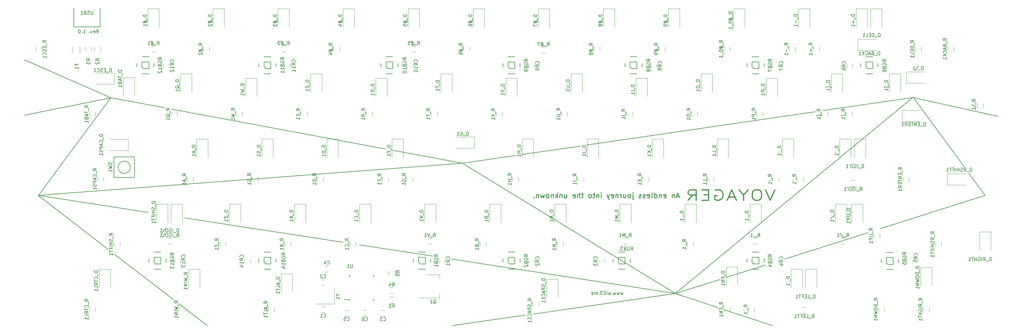
<source format=gbo>
%TF.GenerationSoftware,KiCad,Pcbnew,4.0.6*%
%TF.CreationDate,2017-10-28T17:11:38-07:00*%
%TF.ProjectId,Voyager,566F79616765722E6B696361645F7063,rev?*%
%TF.FileFunction,Legend,Bot*%
%FSLAX46Y46*%
G04 Gerber Fmt 4.6, Leading zero omitted, Abs format (unit mm)*
G04 Created by KiCad (PCBNEW 4.0.6) date 10/28/17 17:11:38*
%MOMM*%
%LPD*%
G01*
G04 APERTURE LIST*
%ADD10C,0.100000*%
%ADD11C,0.150000*%
%ADD12C,0.200000*%
%ADD13C,0.250000*%
%ADD14C,0.350000*%
%ADD15C,0.120000*%
G04 APERTURE END LIST*
D10*
D11*
X68984523Y-57284881D02*
X69317857Y-56808690D01*
X69555952Y-57284881D02*
X69555952Y-56284881D01*
X69174999Y-56284881D01*
X69079761Y-56332500D01*
X69032142Y-56380119D01*
X68984523Y-56475357D01*
X68984523Y-56618214D01*
X69032142Y-56713452D01*
X69079761Y-56761071D01*
X69174999Y-56808690D01*
X69555952Y-56808690D01*
X68174999Y-57237262D02*
X68270237Y-57284881D01*
X68460714Y-57284881D01*
X68555952Y-57237262D01*
X68603571Y-57142024D01*
X68603571Y-56761071D01*
X68555952Y-56665833D01*
X68460714Y-56618214D01*
X68270237Y-56618214D01*
X68174999Y-56665833D01*
X68127380Y-56761071D01*
X68127380Y-56856310D01*
X68603571Y-56951548D01*
X67794047Y-56618214D02*
X67555952Y-57284881D01*
X67317856Y-56618214D01*
X66936904Y-57189643D02*
X66889285Y-57237262D01*
X66936904Y-57284881D01*
X66984523Y-57237262D01*
X66936904Y-57189643D01*
X66936904Y-57284881D01*
X65174999Y-57284881D02*
X65746428Y-57284881D01*
X65460714Y-57284881D02*
X65460714Y-56284881D01*
X65555952Y-56427738D01*
X65651190Y-56522976D01*
X65746428Y-56570595D01*
X64746428Y-57189643D02*
X64698809Y-57237262D01*
X64746428Y-57284881D01*
X64794047Y-57237262D01*
X64746428Y-57189643D01*
X64746428Y-57284881D01*
X64079762Y-56284881D02*
X63984523Y-56284881D01*
X63889285Y-56332500D01*
X63841666Y-56380119D01*
X63794047Y-56475357D01*
X63746428Y-56665833D01*
X63746428Y-56903929D01*
X63794047Y-57094405D01*
X63841666Y-57189643D01*
X63889285Y-57237262D01*
X63984523Y-57284881D01*
X64079762Y-57284881D01*
X64175000Y-57237262D01*
X64222619Y-57189643D01*
X64270238Y-57094405D01*
X64317857Y-56903929D01*
X64317857Y-56665833D01*
X64270238Y-56475357D01*
X64222619Y-56380119D01*
X64175000Y-56332500D01*
X64079762Y-56284881D01*
D12*
X332994000Y-81661000D02*
X308102000Y-76136500D01*
X73215500Y-76200000D02*
X52006500Y-104775000D01*
X238506000Y-133477000D02*
X197104000Y-139446000D01*
X238506000Y-133477000D02*
X172910500Y-123380500D01*
X252730000Y-138176000D02*
X266954000Y-142875000D01*
X238506000Y-133477000D02*
X251015500Y-137604500D01*
X324358000Y-98234500D02*
X329184000Y-104775000D01*
X308102000Y-76073000D02*
X323024500Y-96393000D01*
X93281500Y-136588500D02*
X101473000Y-142875000D01*
X74231500Y-121920000D02*
X91567000Y-135255000D01*
X51943000Y-104775000D02*
X72326500Y-120459500D01*
X88963500Y-79121000D02*
X73279000Y-76200000D01*
X153733500Y-91186000D02*
X90995500Y-79502000D01*
X176149000Y-95377000D02*
X155702000Y-91567000D01*
X191706500Y-93091000D02*
X176149000Y-95377000D01*
X210629500Y-90360500D02*
X193548000Y-92837000D01*
X279463500Y-80264000D02*
X212598000Y-90043000D01*
X308038500Y-76136500D02*
X281622500Y-79946500D01*
X298513500Y-114490500D02*
X329184000Y-104775000D01*
X270510000Y-123380500D02*
X294830500Y-115633500D01*
X253492000Y-128714500D02*
X264795000Y-125158500D01*
X238506000Y-133477000D02*
X251523500Y-129349500D01*
X146050000Y-119253000D02*
X167513000Y-122555000D01*
X94869000Y-111379000D02*
X141097000Y-118491000D01*
X51943000Y-104775000D02*
X84201000Y-109728000D01*
X173228000Y-142875000D02*
X194437000Y-139827000D01*
X73279000Y-76200000D02*
X48006000Y-81280000D01*
X48006000Y-65151000D02*
X73279000Y-76200000D01*
X308102000Y-76073000D02*
X238506000Y-133477000D01*
X238506000Y-133477000D02*
X176149000Y-95377000D01*
X176149000Y-95377000D02*
X51943000Y-104775000D01*
X223146356Y-133135714D02*
X222955880Y-133802381D01*
X222765403Y-133326190D01*
X222574927Y-133802381D01*
X222384451Y-133135714D01*
X222098737Y-133135714D02*
X221908261Y-133802381D01*
X221717784Y-133326190D01*
X221527308Y-133802381D01*
X221336832Y-133135714D01*
X221051118Y-133135714D02*
X220860642Y-133802381D01*
X220670165Y-133326190D01*
X220479689Y-133802381D01*
X220289213Y-133135714D01*
X219908261Y-133707143D02*
X219860642Y-133754762D01*
X219908261Y-133802381D01*
X219955880Y-133754762D01*
X219908261Y-133707143D01*
X219908261Y-133802381D01*
X219003499Y-133802381D02*
X219003499Y-133278571D01*
X219051118Y-133183333D01*
X219146356Y-133135714D01*
X219336833Y-133135714D01*
X219432071Y-133183333D01*
X219003499Y-133754762D02*
X219098737Y-133802381D01*
X219336833Y-133802381D01*
X219432071Y-133754762D01*
X219479690Y-133659524D01*
X219479690Y-133564286D01*
X219432071Y-133469048D01*
X219336833Y-133421429D01*
X219098737Y-133421429D01*
X219003499Y-133373810D01*
X218527309Y-133802381D02*
X218527309Y-133135714D01*
X218527309Y-132802381D02*
X218574928Y-132850000D01*
X218527309Y-132897619D01*
X218479690Y-132850000D01*
X218527309Y-132802381D01*
X218527309Y-132897619D01*
X217860643Y-132802381D02*
X217765404Y-132802381D01*
X217670166Y-132850000D01*
X217622547Y-132897619D01*
X217574928Y-132992857D01*
X217527309Y-133183333D01*
X217527309Y-133421429D01*
X217574928Y-133611905D01*
X217622547Y-133707143D01*
X217670166Y-133754762D01*
X217765404Y-133802381D01*
X217860643Y-133802381D01*
X217955881Y-133754762D01*
X218003500Y-133707143D01*
X218051119Y-133611905D01*
X218098738Y-133421429D01*
X218098738Y-133183333D01*
X218051119Y-132992857D01*
X218003500Y-132897619D01*
X217955881Y-132850000D01*
X217860643Y-132802381D01*
X217193976Y-132802381D02*
X216574928Y-132802381D01*
X216908262Y-133183333D01*
X216765404Y-133183333D01*
X216670166Y-133230952D01*
X216622547Y-133278571D01*
X216574928Y-133373810D01*
X216574928Y-133611905D01*
X216622547Y-133707143D01*
X216670166Y-133754762D01*
X216765404Y-133802381D01*
X217051119Y-133802381D01*
X217146357Y-133754762D01*
X217193976Y-133707143D01*
X216146357Y-133707143D02*
X216098738Y-133754762D01*
X216146357Y-133802381D01*
X216193976Y-133754762D01*
X216146357Y-133707143D01*
X216146357Y-133802381D01*
X215670167Y-133802381D02*
X215670167Y-133135714D01*
X215670167Y-133230952D02*
X215622548Y-133183333D01*
X215527310Y-133135714D01*
X215384452Y-133135714D01*
X215289214Y-133183333D01*
X215241595Y-133278571D01*
X215241595Y-133802381D01*
X215241595Y-133278571D02*
X215193976Y-133183333D01*
X215098738Y-133135714D01*
X214955881Y-133135714D01*
X214860643Y-133183333D01*
X214813024Y-133278571D01*
X214813024Y-133802381D01*
X213955881Y-133754762D02*
X214051119Y-133802381D01*
X214241596Y-133802381D01*
X214336834Y-133754762D01*
X214384453Y-133659524D01*
X214384453Y-133278571D01*
X214336834Y-133183333D01*
X214241596Y-133135714D01*
X214051119Y-133135714D01*
X213955881Y-133183333D01*
X213908262Y-133278571D01*
X213908262Y-133373810D01*
X214384453Y-133469048D01*
D13*
X239499501Y-105025000D02*
X238785215Y-105025000D01*
X239642358Y-105453571D02*
X239142358Y-103953571D01*
X238642358Y-105453571D01*
X238142358Y-104453571D02*
X238142358Y-105453571D01*
X238142358Y-104596429D02*
X238070930Y-104525000D01*
X237928072Y-104453571D01*
X237713787Y-104453571D01*
X237570930Y-104525000D01*
X237499501Y-104667857D01*
X237499501Y-105453571D01*
X235070930Y-105382143D02*
X235213787Y-105453571D01*
X235499501Y-105453571D01*
X235642358Y-105382143D01*
X235713787Y-105239286D01*
X235713787Y-104667857D01*
X235642358Y-104525000D01*
X235499501Y-104453571D01*
X235213787Y-104453571D01*
X235070930Y-104525000D01*
X234999501Y-104667857D01*
X234999501Y-104810714D01*
X235713787Y-104953571D01*
X234356644Y-104453571D02*
X234356644Y-105453571D01*
X234356644Y-104596429D02*
X234285216Y-104525000D01*
X234142358Y-104453571D01*
X233928073Y-104453571D01*
X233785216Y-104525000D01*
X233713787Y-104667857D01*
X233713787Y-105453571D01*
X232356644Y-105453571D02*
X232356644Y-103953571D01*
X232356644Y-105382143D02*
X232499501Y-105453571D01*
X232785215Y-105453571D01*
X232928073Y-105382143D01*
X232999501Y-105310714D01*
X233070930Y-105167857D01*
X233070930Y-104739286D01*
X232999501Y-104596429D01*
X232928073Y-104525000D01*
X232785215Y-104453571D01*
X232499501Y-104453571D01*
X232356644Y-104525000D01*
X231428072Y-105453571D02*
X231570930Y-105382143D01*
X231642358Y-105239286D01*
X231642358Y-103953571D01*
X230285216Y-105382143D02*
X230428073Y-105453571D01*
X230713787Y-105453571D01*
X230856644Y-105382143D01*
X230928073Y-105239286D01*
X230928073Y-104667857D01*
X230856644Y-104525000D01*
X230713787Y-104453571D01*
X230428073Y-104453571D01*
X230285216Y-104525000D01*
X230213787Y-104667857D01*
X230213787Y-104810714D01*
X230928073Y-104953571D01*
X229642359Y-105382143D02*
X229499502Y-105453571D01*
X229213787Y-105453571D01*
X229070930Y-105382143D01*
X228999502Y-105239286D01*
X228999502Y-105167857D01*
X229070930Y-105025000D01*
X229213787Y-104953571D01*
X229428073Y-104953571D01*
X229570930Y-104882143D01*
X229642359Y-104739286D01*
X229642359Y-104667857D01*
X229570930Y-104525000D01*
X229428073Y-104453571D01*
X229213787Y-104453571D01*
X229070930Y-104525000D01*
X228428073Y-105382143D02*
X228285216Y-105453571D01*
X227999501Y-105453571D01*
X227856644Y-105382143D01*
X227785216Y-105239286D01*
X227785216Y-105167857D01*
X227856644Y-105025000D01*
X227999501Y-104953571D01*
X228213787Y-104953571D01*
X228356644Y-104882143D01*
X228428073Y-104739286D01*
X228428073Y-104667857D01*
X228356644Y-104525000D01*
X228213787Y-104453571D01*
X227999501Y-104453571D01*
X227856644Y-104525000D01*
X225999501Y-104453571D02*
X225999501Y-105739286D01*
X226070930Y-105882143D01*
X226213787Y-105953571D01*
X226285215Y-105953571D01*
X225999501Y-103953571D02*
X226070930Y-104025000D01*
X225999501Y-104096429D01*
X225928073Y-104025000D01*
X225999501Y-103953571D01*
X225999501Y-104096429D01*
X225070929Y-105453571D02*
X225213787Y-105382143D01*
X225285215Y-105310714D01*
X225356644Y-105167857D01*
X225356644Y-104739286D01*
X225285215Y-104596429D01*
X225213787Y-104525000D01*
X225070929Y-104453571D01*
X224856644Y-104453571D01*
X224713787Y-104525000D01*
X224642358Y-104596429D01*
X224570929Y-104739286D01*
X224570929Y-105167857D01*
X224642358Y-105310714D01*
X224713787Y-105382143D01*
X224856644Y-105453571D01*
X225070929Y-105453571D01*
X223285215Y-104453571D02*
X223285215Y-105453571D01*
X223928072Y-104453571D02*
X223928072Y-105239286D01*
X223856644Y-105382143D01*
X223713786Y-105453571D01*
X223499501Y-105453571D01*
X223356644Y-105382143D01*
X223285215Y-105310714D01*
X222570929Y-105453571D02*
X222570929Y-104453571D01*
X222570929Y-104739286D02*
X222499501Y-104596429D01*
X222428072Y-104525000D01*
X222285215Y-104453571D01*
X222142358Y-104453571D01*
X221642358Y-104453571D02*
X221642358Y-105453571D01*
X221642358Y-104596429D02*
X221570930Y-104525000D01*
X221428072Y-104453571D01*
X221213787Y-104453571D01*
X221070930Y-104525000D01*
X220999501Y-104667857D01*
X220999501Y-105453571D01*
X219713787Y-105382143D02*
X219856644Y-105453571D01*
X220142358Y-105453571D01*
X220285215Y-105382143D01*
X220356644Y-105239286D01*
X220356644Y-104667857D01*
X220285215Y-104525000D01*
X220142358Y-104453571D01*
X219856644Y-104453571D01*
X219713787Y-104525000D01*
X219642358Y-104667857D01*
X219642358Y-104810714D01*
X220356644Y-104953571D01*
X219142358Y-104453571D02*
X218785215Y-105453571D01*
X218428073Y-104453571D02*
X218785215Y-105453571D01*
X218928073Y-105810714D01*
X218999501Y-105882143D01*
X219142358Y-105953571D01*
X216713787Y-105453571D02*
X216713787Y-104453571D01*
X216713787Y-103953571D02*
X216785216Y-104025000D01*
X216713787Y-104096429D01*
X216642359Y-104025000D01*
X216713787Y-103953571D01*
X216713787Y-104096429D01*
X215999501Y-104453571D02*
X215999501Y-105453571D01*
X215999501Y-104596429D02*
X215928073Y-104525000D01*
X215785215Y-104453571D01*
X215570930Y-104453571D01*
X215428073Y-104525000D01*
X215356644Y-104667857D01*
X215356644Y-105453571D01*
X214856644Y-104453571D02*
X214285215Y-104453571D01*
X214642358Y-103953571D02*
X214642358Y-105239286D01*
X214570930Y-105382143D01*
X214428072Y-105453571D01*
X214285215Y-105453571D01*
X213570929Y-105453571D02*
X213713787Y-105382143D01*
X213785215Y-105310714D01*
X213856644Y-105167857D01*
X213856644Y-104739286D01*
X213785215Y-104596429D01*
X213713787Y-104525000D01*
X213570929Y-104453571D01*
X213356644Y-104453571D01*
X213213787Y-104525000D01*
X213142358Y-104596429D01*
X213070929Y-104739286D01*
X213070929Y-105167857D01*
X213142358Y-105310714D01*
X213213787Y-105382143D01*
X213356644Y-105453571D01*
X213570929Y-105453571D01*
X211499501Y-104453571D02*
X210928072Y-104453571D01*
X211285215Y-103953571D02*
X211285215Y-105239286D01*
X211213787Y-105382143D01*
X211070929Y-105453571D01*
X210928072Y-105453571D01*
X210428072Y-105453571D02*
X210428072Y-103953571D01*
X209785215Y-105453571D02*
X209785215Y-104667857D01*
X209856644Y-104525000D01*
X209999501Y-104453571D01*
X210213786Y-104453571D01*
X210356644Y-104525000D01*
X210428072Y-104596429D01*
X208499501Y-105382143D02*
X208642358Y-105453571D01*
X208928072Y-105453571D01*
X209070929Y-105382143D01*
X209142358Y-105239286D01*
X209142358Y-104667857D01*
X209070929Y-104525000D01*
X208928072Y-104453571D01*
X208642358Y-104453571D01*
X208499501Y-104525000D01*
X208428072Y-104667857D01*
X208428072Y-104810714D01*
X209142358Y-104953571D01*
X205999501Y-104453571D02*
X205999501Y-105453571D01*
X206642358Y-104453571D02*
X206642358Y-105239286D01*
X206570930Y-105382143D01*
X206428072Y-105453571D01*
X206213787Y-105453571D01*
X206070930Y-105382143D01*
X205999501Y-105310714D01*
X205285215Y-104453571D02*
X205285215Y-105453571D01*
X205285215Y-104596429D02*
X205213787Y-104525000D01*
X205070929Y-104453571D01*
X204856644Y-104453571D01*
X204713787Y-104525000D01*
X204642358Y-104667857D01*
X204642358Y-105453571D01*
X203928072Y-105453571D02*
X203928072Y-103953571D01*
X203785215Y-104882143D02*
X203356644Y-105453571D01*
X203356644Y-104453571D02*
X203928072Y-105025000D01*
X202713786Y-104453571D02*
X202713786Y-105453571D01*
X202713786Y-104596429D02*
X202642358Y-104525000D01*
X202499500Y-104453571D01*
X202285215Y-104453571D01*
X202142358Y-104525000D01*
X202070929Y-104667857D01*
X202070929Y-105453571D01*
X201142357Y-105453571D02*
X201285215Y-105382143D01*
X201356643Y-105310714D01*
X201428072Y-105167857D01*
X201428072Y-104739286D01*
X201356643Y-104596429D01*
X201285215Y-104525000D01*
X201142357Y-104453571D01*
X200928072Y-104453571D01*
X200785215Y-104525000D01*
X200713786Y-104596429D01*
X200642357Y-104739286D01*
X200642357Y-105167857D01*
X200713786Y-105310714D01*
X200785215Y-105382143D01*
X200928072Y-105453571D01*
X201142357Y-105453571D01*
X200142357Y-104453571D02*
X199856643Y-105453571D01*
X199570929Y-104739286D01*
X199285214Y-105453571D01*
X198999500Y-104453571D01*
X198428071Y-104453571D02*
X198428071Y-105453571D01*
X198428071Y-104596429D02*
X198356643Y-104525000D01*
X198213785Y-104453571D01*
X197999500Y-104453571D01*
X197856643Y-104525000D01*
X197785214Y-104667857D01*
X197785214Y-105453571D01*
X197070928Y-105310714D02*
X196999500Y-105382143D01*
X197070928Y-105453571D01*
X197142357Y-105382143D01*
X197070928Y-105310714D01*
X197070928Y-105453571D01*
D14*
X267567833Y-103105857D02*
X266213167Y-106153857D01*
X264858500Y-103105857D01*
X262729738Y-103105857D02*
X261955642Y-103105857D01*
X261568595Y-103251000D01*
X261181547Y-103541286D01*
X260988023Y-104121857D01*
X260988023Y-105137857D01*
X261181547Y-105718429D01*
X261568595Y-106008714D01*
X261955642Y-106153857D01*
X262729738Y-106153857D01*
X263116785Y-106008714D01*
X263503833Y-105718429D01*
X263697357Y-105137857D01*
X263697357Y-104121857D01*
X263503833Y-103541286D01*
X263116785Y-103251000D01*
X262729738Y-103105857D01*
X258472214Y-104702429D02*
X258472214Y-106153857D01*
X259826880Y-103105857D02*
X258472214Y-104702429D01*
X257117547Y-103105857D01*
X255956404Y-105283000D02*
X254021166Y-105283000D01*
X256343451Y-106153857D02*
X254988785Y-103105857D01*
X253634118Y-106153857D01*
X250150689Y-103251000D02*
X250537737Y-103105857D01*
X251118308Y-103105857D01*
X251698880Y-103251000D01*
X252085927Y-103541286D01*
X252279451Y-103831571D01*
X252472975Y-104412143D01*
X252472975Y-104847571D01*
X252279451Y-105428143D01*
X252085927Y-105718429D01*
X251698880Y-106008714D01*
X251118308Y-106153857D01*
X250731260Y-106153857D01*
X250150689Y-106008714D01*
X249957165Y-105863571D01*
X249957165Y-104847571D01*
X250731260Y-104847571D01*
X248215451Y-104557286D02*
X246860784Y-104557286D01*
X246280213Y-106153857D02*
X248215451Y-106153857D01*
X248215451Y-103105857D01*
X246280213Y-103105857D01*
X242216213Y-106153857D02*
X243570880Y-104702429D01*
X244538499Y-106153857D02*
X244538499Y-103105857D01*
X242990308Y-103105857D01*
X242603261Y-103251000D01*
X242409737Y-103396143D01*
X242216213Y-103686429D01*
X242216213Y-104121857D01*
X242409737Y-104412143D01*
X242603261Y-104557286D01*
X242990308Y-104702429D01*
X244538499Y-104702429D01*
D15*
X154568000Y-126908000D02*
X154568000Y-128108000D01*
X156328000Y-128108000D02*
X156328000Y-126908000D01*
X134864000Y-137310000D02*
X135864000Y-137310000D01*
X135864000Y-139010000D02*
X134864000Y-139010000D01*
X135864000Y-131136000D02*
X134864000Y-131136000D01*
X134864000Y-129436000D02*
X135864000Y-129436000D01*
X152390000Y-138326000D02*
X153390000Y-138326000D01*
X153390000Y-140026000D02*
X152390000Y-140026000D01*
X135900000Y-125372000D02*
X136900000Y-125372000D01*
X136900000Y-127072000D02*
X135900000Y-127072000D01*
X141722000Y-138326000D02*
X142722000Y-138326000D01*
X142722000Y-140026000D02*
X141722000Y-140026000D01*
X148056000Y-140026000D02*
X147056000Y-140026000D01*
X147056000Y-138326000D02*
X148056000Y-138326000D01*
X169330000Y-124452000D02*
X169330000Y-123452000D01*
X171030000Y-123452000D02*
X171030000Y-124452000D01*
X195492000Y-124452000D02*
X195492000Y-123452000D01*
X197192000Y-123452000D02*
X197192000Y-124452000D01*
X216066000Y-124452000D02*
X216066000Y-123452000D01*
X217766000Y-123452000D02*
X217766000Y-124452000D01*
X266866000Y-124452000D02*
X266866000Y-123452000D01*
X268566000Y-123452000D02*
X268566000Y-124452000D01*
X306236000Y-124452000D02*
X306236000Y-123452000D01*
X307936000Y-123452000D02*
X307936000Y-124452000D01*
X288710000Y-67302000D02*
X288710000Y-66302000D01*
X290410000Y-66302000D02*
X290410000Y-67302000D01*
X266866000Y-67302000D02*
X266866000Y-66302000D01*
X268566000Y-66302000D02*
X268566000Y-67302000D01*
X231306000Y-67302000D02*
X231306000Y-66302000D01*
X233006000Y-66302000D02*
X233006000Y-67302000D01*
X195492000Y-67302000D02*
X195492000Y-66302000D01*
X197192000Y-66302000D02*
X197192000Y-67302000D01*
X159932000Y-67302000D02*
X159932000Y-66302000D01*
X161632000Y-66302000D02*
X161632000Y-67302000D01*
X124118000Y-67302000D02*
X124118000Y-66302000D01*
X125818000Y-66302000D02*
X125818000Y-67302000D01*
X88558000Y-67302000D02*
X88558000Y-66302000D01*
X90258000Y-66302000D02*
X90258000Y-67302000D01*
X91860000Y-124452000D02*
X91860000Y-123452000D01*
X93560000Y-123452000D02*
X93560000Y-124452000D01*
X112434000Y-124452000D02*
X112434000Y-123452000D01*
X114134000Y-123452000D02*
X114134000Y-124452000D01*
X62033125Y-61203750D02*
X62033125Y-63203750D01*
X64173125Y-63203750D02*
X64173125Y-61203750D01*
X169448000Y-127908000D02*
X169448000Y-129168000D01*
X169448000Y-134728000D02*
X169448000Y-133468000D01*
X165688000Y-127908000D02*
X169448000Y-127908000D01*
X163438000Y-134728000D02*
X169448000Y-134728000D01*
X156048000Y-134502000D02*
X154848000Y-134502000D01*
X154848000Y-136262000D02*
X156048000Y-136262000D01*
X68462000Y-61312500D02*
X68462000Y-62512500D01*
X70222000Y-62512500D02*
X70222000Y-61312500D01*
X65795000Y-61312500D02*
X65795000Y-62512500D01*
X67555000Y-62512500D02*
X67555000Y-61312500D01*
X154848000Y-133468000D02*
X156048000Y-133468000D01*
X156048000Y-131708000D02*
X154848000Y-131708000D01*
D12*
X165306250Y-124825000D02*
X165306250Y-122825000D01*
X165306250Y-122825000D02*
X163306250Y-122825000D01*
X163306250Y-122825000D02*
X163306250Y-124325000D01*
X163306250Y-124325000D02*
X163806250Y-124825000D01*
X163806250Y-124825000D02*
X165306250Y-124825000D01*
X165306250Y-126325000D02*
X163306250Y-126325000D01*
X161806250Y-124325000D02*
X161806250Y-123325000D01*
X165306250Y-121325000D02*
X163306250Y-121325000D01*
X166806250Y-124325000D02*
X166806250Y-123325000D01*
X191500000Y-124825000D02*
X191500000Y-122825000D01*
X191500000Y-122825000D02*
X189500000Y-122825000D01*
X189500000Y-122825000D02*
X189500000Y-124325000D01*
X189500000Y-124325000D02*
X190000000Y-124825000D01*
X190000000Y-124825000D02*
X191500000Y-124825000D01*
X191500000Y-126325000D02*
X189500000Y-126325000D01*
X188000000Y-124325000D02*
X188000000Y-123325000D01*
X191500000Y-121325000D02*
X189500000Y-121325000D01*
X193000000Y-124325000D02*
X193000000Y-123325000D01*
X223758000Y-124825000D02*
X223758000Y-122825000D01*
X223758000Y-122825000D02*
X221758000Y-122825000D01*
X221758000Y-122825000D02*
X221758000Y-124325000D01*
X221758000Y-124325000D02*
X222258000Y-124825000D01*
X222258000Y-124825000D02*
X223758000Y-124825000D01*
X223758000Y-126325000D02*
X221758000Y-126325000D01*
X220258000Y-124325000D02*
X220258000Y-123325000D01*
X223758000Y-121325000D02*
X221758000Y-121325000D01*
X225258000Y-124325000D02*
X225258000Y-123325000D01*
X262937500Y-124825000D02*
X262937500Y-122825000D01*
X262937500Y-122825000D02*
X260937500Y-122825000D01*
X260937500Y-122825000D02*
X260937500Y-124325000D01*
X260937500Y-124325000D02*
X261437500Y-124825000D01*
X261437500Y-124825000D02*
X262937500Y-124825000D01*
X262937500Y-126325000D02*
X260937500Y-126325000D01*
X259437500Y-124325000D02*
X259437500Y-123325000D01*
X262937500Y-121325000D02*
X260937500Y-121325000D01*
X264437500Y-124325000D02*
X264437500Y-123325000D01*
X302244000Y-124952000D02*
X302244000Y-122952000D01*
X302244000Y-122952000D02*
X300244000Y-122952000D01*
X300244000Y-122952000D02*
X300244000Y-124452000D01*
X300244000Y-124452000D02*
X300744000Y-124952000D01*
X300744000Y-124952000D02*
X302244000Y-124952000D01*
X302244000Y-126452000D02*
X300244000Y-126452000D01*
X298744000Y-124452000D02*
X298744000Y-123452000D01*
X302244000Y-121452000D02*
X300244000Y-121452000D01*
X303744000Y-124452000D02*
X303744000Y-123452000D01*
X296275000Y-67675000D02*
X296275000Y-65675000D01*
X296275000Y-65675000D02*
X294275000Y-65675000D01*
X294275000Y-65675000D02*
X294275000Y-67175000D01*
X294275000Y-67175000D02*
X294775000Y-67675000D01*
X294775000Y-67675000D02*
X296275000Y-67675000D01*
X296275000Y-69175000D02*
X294275000Y-69175000D01*
X292775000Y-67175000D02*
X292775000Y-66175000D01*
X296275000Y-64175000D02*
X294275000Y-64175000D01*
X297775000Y-67175000D02*
X297775000Y-66175000D01*
X262937500Y-67675000D02*
X262937500Y-65675000D01*
X262937500Y-65675000D02*
X260937500Y-65675000D01*
X260937500Y-65675000D02*
X260937500Y-67175000D01*
X260937500Y-67175000D02*
X261437500Y-67675000D01*
X261437500Y-67675000D02*
X262937500Y-67675000D01*
X262937500Y-69175000D02*
X260937500Y-69175000D01*
X259437500Y-67175000D02*
X259437500Y-66175000D01*
X262937500Y-64175000D02*
X260937500Y-64175000D01*
X264437500Y-67175000D02*
X264437500Y-66175000D01*
X227218750Y-67675000D02*
X227218750Y-65675000D01*
X227218750Y-65675000D02*
X225218750Y-65675000D01*
X225218750Y-65675000D02*
X225218750Y-67175000D01*
X225218750Y-67175000D02*
X225718750Y-67675000D01*
X225718750Y-67675000D02*
X227218750Y-67675000D01*
X227218750Y-69175000D02*
X225218750Y-69175000D01*
X223718750Y-67175000D02*
X223718750Y-66175000D01*
X227218750Y-64175000D02*
X225218750Y-64175000D01*
X228718750Y-67175000D02*
X228718750Y-66175000D01*
X191500000Y-67675000D02*
X191500000Y-65675000D01*
X191500000Y-65675000D02*
X189500000Y-65675000D01*
X189500000Y-65675000D02*
X189500000Y-67175000D01*
X189500000Y-67175000D02*
X190000000Y-67675000D01*
X190000000Y-67675000D02*
X191500000Y-67675000D01*
X191500000Y-69175000D02*
X189500000Y-69175000D01*
X188000000Y-67175000D02*
X188000000Y-66175000D01*
X191500000Y-64175000D02*
X189500000Y-64175000D01*
X193000000Y-67175000D02*
X193000000Y-66175000D01*
X155781250Y-67675000D02*
X155781250Y-65675000D01*
X155781250Y-65675000D02*
X153781250Y-65675000D01*
X153781250Y-65675000D02*
X153781250Y-67175000D01*
X153781250Y-67175000D02*
X154281250Y-67675000D01*
X154281250Y-67675000D02*
X155781250Y-67675000D01*
X155781250Y-69175000D02*
X153781250Y-69175000D01*
X152281250Y-67175000D02*
X152281250Y-66175000D01*
X155781250Y-64175000D02*
X153781250Y-64175000D01*
X157281250Y-67175000D02*
X157281250Y-66175000D01*
X120062500Y-67675000D02*
X120062500Y-65675000D01*
X120062500Y-65675000D02*
X118062500Y-65675000D01*
X118062500Y-65675000D02*
X118062500Y-67175000D01*
X118062500Y-67175000D02*
X118562500Y-67675000D01*
X118562500Y-67675000D02*
X120062500Y-67675000D01*
X120062500Y-69175000D02*
X118062500Y-69175000D01*
X116562500Y-67175000D02*
X116562500Y-66175000D01*
X120062500Y-64175000D02*
X118062500Y-64175000D01*
X121562500Y-67175000D02*
X121562500Y-66175000D01*
X84343750Y-67675000D02*
X84343750Y-65675000D01*
X84343750Y-65675000D02*
X82343750Y-65675000D01*
X82343750Y-65675000D02*
X82343750Y-67175000D01*
X82343750Y-67175000D02*
X82843750Y-67675000D01*
X82843750Y-67675000D02*
X84343750Y-67675000D01*
X84343750Y-69175000D02*
X82343750Y-69175000D01*
X80843750Y-67175000D02*
X80843750Y-66175000D01*
X84343750Y-64175000D02*
X82343750Y-64175000D01*
X85843750Y-67175000D02*
X85843750Y-66175000D01*
X87868000Y-124825000D02*
X87868000Y-122825000D01*
X87868000Y-122825000D02*
X85868000Y-122825000D01*
X85868000Y-122825000D02*
X85868000Y-124325000D01*
X85868000Y-124325000D02*
X86368000Y-124825000D01*
X86368000Y-124825000D02*
X87868000Y-124825000D01*
X87868000Y-126325000D02*
X85868000Y-126325000D01*
X84368000Y-124325000D02*
X84368000Y-123325000D01*
X87868000Y-121325000D02*
X85868000Y-121325000D01*
X89368000Y-124325000D02*
X89368000Y-123325000D01*
X120062500Y-124825000D02*
X120062500Y-122825000D01*
X120062500Y-122825000D02*
X118062500Y-122825000D01*
X118062500Y-122825000D02*
X118062500Y-124325000D01*
X118062500Y-124325000D02*
X118562500Y-124825000D01*
X118562500Y-124825000D02*
X120062500Y-124825000D01*
X120062500Y-126325000D02*
X118062500Y-126325000D01*
X116562500Y-124325000D02*
X116562500Y-123325000D01*
X120062500Y-121325000D02*
X118062500Y-121325000D01*
X121562500Y-124325000D02*
X121562500Y-123325000D01*
D11*
X78946051Y-96520000D02*
G75*
G03X78946051Y-96520000I-1796051J0D01*
G01*
X74150000Y-99520000D02*
X80150000Y-99520000D01*
X74150000Y-93520000D02*
X74150000Y-99520000D01*
X80150000Y-93520000D02*
X74150000Y-93520000D01*
X80150000Y-99520000D02*
X80150000Y-93520000D01*
X142978500Y-135435000D02*
X142978500Y-135210000D01*
X150228500Y-135435000D02*
X150228500Y-135110000D01*
X150228500Y-128185000D02*
X150228500Y-128510000D01*
X142978500Y-128185000D02*
X142978500Y-128510000D01*
X142978500Y-135435000D02*
X143303500Y-135435000D01*
X142978500Y-128185000D02*
X143303500Y-128185000D01*
X150228500Y-128185000D02*
X149903500Y-128185000D01*
X150228500Y-135435000D02*
X149903500Y-135435000D01*
X142978500Y-135210000D02*
X141553500Y-135210000D01*
X62350000Y-55456250D02*
X70050000Y-55456250D01*
X70050000Y-50006250D02*
X70050000Y-55456250D01*
X62350000Y-50006250D02*
X62350000Y-55456250D01*
D15*
X255525000Y-50178125D02*
X258825000Y-50178125D01*
X258825000Y-50178125D02*
X258825000Y-55578125D01*
X255525000Y-50178125D02*
X255525000Y-55578125D01*
X84075000Y-50178125D02*
X87375000Y-50178125D01*
X87375000Y-50178125D02*
X87375000Y-55578125D01*
X84075000Y-50178125D02*
X84075000Y-55578125D01*
X103125000Y-50178125D02*
X106425000Y-50178125D01*
X106425000Y-50178125D02*
X106425000Y-55578125D01*
X103125000Y-50178125D02*
X103125000Y-55578125D01*
X122175000Y-50178125D02*
X125475000Y-50178125D01*
X125475000Y-50178125D02*
X125475000Y-55578125D01*
X122175000Y-50178125D02*
X122175000Y-55578125D01*
X141225000Y-50178125D02*
X144525000Y-50178125D01*
X144525000Y-50178125D02*
X144525000Y-55578125D01*
X141225000Y-50178125D02*
X141225000Y-55578125D01*
X160275000Y-50178125D02*
X163575000Y-50178125D01*
X163575000Y-50178125D02*
X163575000Y-55578125D01*
X160275000Y-50178125D02*
X160275000Y-55578125D01*
X179325000Y-50178125D02*
X182625000Y-50178125D01*
X182625000Y-50178125D02*
X182625000Y-55578125D01*
X179325000Y-50178125D02*
X179325000Y-55578125D01*
X198375000Y-50178125D02*
X201675000Y-50178125D01*
X201675000Y-50178125D02*
X201675000Y-55578125D01*
X198375000Y-50178125D02*
X198375000Y-55578125D01*
X217425000Y-50178125D02*
X220725000Y-50178125D01*
X220725000Y-50178125D02*
X220725000Y-55578125D01*
X217425000Y-50178125D02*
X217425000Y-55578125D01*
X236475000Y-50178125D02*
X239775000Y-50178125D01*
X239775000Y-50178125D02*
X239775000Y-55578125D01*
X236475000Y-50178125D02*
X236475000Y-55578125D01*
X286600000Y-88278125D02*
X289900000Y-88278125D01*
X289900000Y-88278125D02*
X289900000Y-93678125D01*
X286600000Y-88278125D02*
X286600000Y-93678125D01*
X241237500Y-107328125D02*
X244537500Y-107328125D01*
X244537500Y-107328125D02*
X244537500Y-112728125D01*
X241237500Y-107328125D02*
X241237500Y-112728125D01*
X274575000Y-50178125D02*
X277875000Y-50178125D01*
X277875000Y-50178125D02*
X277875000Y-55578125D01*
X274575000Y-50178125D02*
X274575000Y-55578125D01*
X260287500Y-107328125D02*
X263587500Y-107328125D01*
X263587500Y-107328125D02*
X263587500Y-112728125D01*
X260287500Y-107328125D02*
X260287500Y-112728125D01*
X285290625Y-107328125D02*
X288590625Y-107328125D01*
X288590625Y-107328125D02*
X288590625Y-112728125D01*
X285290625Y-107328125D02*
X285290625Y-112728125D01*
X269812500Y-88278125D02*
X273112500Y-88278125D01*
X273112500Y-88278125D02*
X273112500Y-93678125D01*
X269812500Y-88278125D02*
X269812500Y-93678125D01*
X291350000Y-50178125D02*
X294650000Y-50178125D01*
X294650000Y-50178125D02*
X294650000Y-55578125D01*
X291350000Y-50178125D02*
X291350000Y-55578125D01*
X98362500Y-88278125D02*
X101662500Y-88278125D01*
X101662500Y-88278125D02*
X101662500Y-93678125D01*
X98362500Y-88278125D02*
X98362500Y-93678125D01*
X123064000Y-127664000D02*
X126364000Y-127664000D01*
X126364000Y-127664000D02*
X126364000Y-133064000D01*
X123064000Y-127664000D02*
X123064000Y-133064000D01*
X184087500Y-107328125D02*
X187387500Y-107328125D01*
X187387500Y-107328125D02*
X187387500Y-112728125D01*
X184087500Y-107328125D02*
X184087500Y-112728125D01*
X291875000Y-62356000D02*
X291875000Y-59056000D01*
X291875000Y-59056000D02*
X297275000Y-59056000D01*
X291875000Y-62356000D02*
X297275000Y-62356000D01*
X145987500Y-107328125D02*
X149287500Y-107328125D01*
X149287500Y-107328125D02*
X149287500Y-112728125D01*
X145987500Y-107328125D02*
X145987500Y-112728125D01*
X78266500Y-88329500D02*
X78266500Y-91629500D01*
X78266500Y-91629500D02*
X72866500Y-91629500D01*
X78266500Y-88329500D02*
X72866500Y-88329500D01*
X69787500Y-126378125D02*
X73087500Y-126378125D01*
X73087500Y-126378125D02*
X73087500Y-131778125D01*
X69787500Y-126378125D02*
X69787500Y-131778125D01*
X136462500Y-88278125D02*
X139762500Y-88278125D01*
X139762500Y-88278125D02*
X139762500Y-93678125D01*
X136462500Y-88278125D02*
X136462500Y-93678125D01*
X295600000Y-50178125D02*
X298900000Y-50178125D01*
X298900000Y-50178125D02*
X298900000Y-55578125D01*
X295600000Y-50178125D02*
X295600000Y-55578125D01*
X310293750Y-125850000D02*
X313593750Y-125850000D01*
X313593750Y-125850000D02*
X313593750Y-131250000D01*
X310293750Y-125850000D02*
X310293750Y-131250000D01*
X131700000Y-69228125D02*
X135000000Y-69228125D01*
X135000000Y-69228125D02*
X135000000Y-74628125D01*
X131700000Y-69228125D02*
X131700000Y-74628125D01*
X304850000Y-83150000D02*
X304850000Y-79850000D01*
X304850000Y-79850000D02*
X310250000Y-79850000D01*
X304850000Y-83150000D02*
X310250000Y-83150000D01*
X74266000Y-68962000D02*
X74266000Y-72262000D01*
X74266000Y-72262000D02*
X68866000Y-72262000D01*
X74266000Y-68962000D02*
X68866000Y-68962000D01*
X155512500Y-88278125D02*
X158812500Y-88278125D01*
X158812500Y-88278125D02*
X158812500Y-93678125D01*
X155512500Y-88278125D02*
X155512500Y-93678125D01*
X253366000Y-125632000D02*
X256666000Y-125632000D01*
X256666000Y-125632000D02*
X256666000Y-131032000D01*
X253366000Y-125632000D02*
X253366000Y-131032000D01*
X179612500Y-87646875D02*
X179612500Y-90946875D01*
X179612500Y-90946875D02*
X174212500Y-90946875D01*
X179612500Y-87646875D02*
X174212500Y-87646875D01*
X193612500Y-88278125D02*
X196912500Y-88278125D01*
X196912500Y-88278125D02*
X196912500Y-93678125D01*
X193612500Y-88278125D02*
X193612500Y-93678125D01*
X226950000Y-70418750D02*
X230250000Y-70418750D01*
X230250000Y-70418750D02*
X230250000Y-75818750D01*
X226950000Y-70418750D02*
X226950000Y-75818750D01*
X90850000Y-107328125D02*
X94150000Y-107328125D01*
X94150000Y-107328125D02*
X94150000Y-112728125D01*
X90850000Y-107328125D02*
X90850000Y-112728125D01*
X290850000Y-88278125D02*
X294150000Y-88278125D01*
X294150000Y-88278125D02*
X294150000Y-93678125D01*
X290850000Y-88278125D02*
X290850000Y-93678125D01*
X212662500Y-88278125D02*
X215962500Y-88278125D01*
X215962500Y-88278125D02*
X215962500Y-93678125D01*
X212662500Y-88278125D02*
X212662500Y-93678125D01*
X231712500Y-88278125D02*
X235012500Y-88278125D01*
X235012500Y-88278125D02*
X235012500Y-93678125D01*
X231712500Y-88278125D02*
X231712500Y-93678125D01*
X250762500Y-88278125D02*
X254062500Y-88278125D01*
X254062500Y-88278125D02*
X254062500Y-93678125D01*
X250762500Y-88278125D02*
X250762500Y-93678125D01*
X276600000Y-126350000D02*
X279900000Y-126350000D01*
X279900000Y-126350000D02*
X279900000Y-131750000D01*
X276600000Y-126350000D02*
X276600000Y-131750000D01*
X222187500Y-107328125D02*
X225487500Y-107328125D01*
X225487500Y-107328125D02*
X225487500Y-112728125D01*
X222187500Y-107328125D02*
X222187500Y-112728125D01*
X203137500Y-107328125D02*
X206437500Y-107328125D01*
X206437500Y-107328125D02*
X206437500Y-112728125D01*
X203137500Y-107328125D02*
X203137500Y-112728125D01*
X246000000Y-69228125D02*
X249300000Y-69228125D01*
X249300000Y-69228125D02*
X249300000Y-74628125D01*
X246000000Y-69228125D02*
X246000000Y-74628125D01*
X265050000Y-70418750D02*
X268350000Y-70418750D01*
X268350000Y-70418750D02*
X268350000Y-75818750D01*
X265050000Y-70418750D02*
X265050000Y-75818750D01*
X93600000Y-69228125D02*
X96900000Y-69228125D01*
X96900000Y-69228125D02*
X96900000Y-74628125D01*
X93600000Y-69228125D02*
X93600000Y-74628125D01*
X150750000Y-70418750D02*
X154050000Y-70418750D01*
X154050000Y-70418750D02*
X154050000Y-75818750D01*
X150750000Y-70418750D02*
X150750000Y-75818750D01*
X327534000Y-115440000D02*
X330834000Y-115440000D01*
X330834000Y-115440000D02*
X330834000Y-120840000D01*
X327534000Y-115440000D02*
X327534000Y-120840000D01*
X318068750Y-101662500D02*
X318068750Y-98362500D01*
X318068750Y-98362500D02*
X323468750Y-98362500D01*
X318068750Y-101662500D02*
X323468750Y-101662500D01*
X117412500Y-88278125D02*
X120712500Y-88278125D01*
X120712500Y-88278125D02*
X120712500Y-93678125D01*
X117412500Y-88278125D02*
X117412500Y-93678125D01*
X86600000Y-107328125D02*
X89900000Y-107328125D01*
X89900000Y-107328125D02*
X89900000Y-112728125D01*
X86600000Y-107328125D02*
X86600000Y-112728125D01*
X200788000Y-129188000D02*
X204088000Y-129188000D01*
X204088000Y-129188000D02*
X204088000Y-134588000D01*
X200788000Y-129188000D02*
X200788000Y-134588000D01*
X169800000Y-69228125D02*
X173100000Y-69228125D01*
X173100000Y-69228125D02*
X173100000Y-74628125D01*
X169800000Y-69228125D02*
X169800000Y-74628125D01*
X76836000Y-70260000D02*
X80136000Y-70260000D01*
X80136000Y-70260000D02*
X80136000Y-75660000D01*
X76836000Y-70260000D02*
X76836000Y-75660000D01*
X207900000Y-69228125D02*
X211200000Y-69228125D01*
X211200000Y-69228125D02*
X211200000Y-74628125D01*
X207900000Y-69228125D02*
X207900000Y-74628125D01*
X290053125Y-107328125D02*
X293353125Y-107328125D01*
X293353125Y-107328125D02*
X293353125Y-112728125D01*
X290053125Y-107328125D02*
X290053125Y-112728125D01*
X165037500Y-107328125D02*
X168337500Y-107328125D01*
X168337500Y-107328125D02*
X168337500Y-112728125D01*
X165037500Y-107328125D02*
X165037500Y-112728125D01*
X112650000Y-70418750D02*
X115950000Y-70418750D01*
X115950000Y-70418750D02*
X115950000Y-75818750D01*
X112650000Y-70418750D02*
X112650000Y-75818750D01*
X95981250Y-126378125D02*
X99281250Y-126378125D01*
X99281250Y-126378125D02*
X99281250Y-131778125D01*
X95981250Y-126378125D02*
X95981250Y-131778125D01*
X126937500Y-107328125D02*
X130237500Y-107328125D01*
X130237500Y-107328125D02*
X130237500Y-112728125D01*
X126937500Y-107328125D02*
X126937500Y-112728125D01*
X188850000Y-70418750D02*
X192150000Y-70418750D01*
X192150000Y-70418750D02*
X192150000Y-75818750D01*
X188850000Y-70418750D02*
X188850000Y-75818750D01*
X107887500Y-107328125D02*
X111187500Y-107328125D01*
X111187500Y-107328125D02*
X111187500Y-112728125D01*
X107887500Y-107328125D02*
X107887500Y-112728125D01*
X284100000Y-69228125D02*
X287400000Y-69228125D01*
X287400000Y-69228125D02*
X287400000Y-74628125D01*
X284100000Y-69228125D02*
X284100000Y-74628125D01*
X306162500Y-71896875D02*
X306162500Y-68596875D01*
X306162500Y-68596875D02*
X311562500Y-68596875D01*
X306162500Y-71896875D02*
X311562500Y-71896875D01*
X301100000Y-69228125D02*
X304400000Y-69228125D01*
X304400000Y-69228125D02*
X304400000Y-74628125D01*
X301100000Y-69228125D02*
X301100000Y-74628125D01*
X272350000Y-126350000D02*
X275650000Y-126350000D01*
X275650000Y-126350000D02*
X275650000Y-131750000D01*
X272350000Y-126350000D02*
X272350000Y-131750000D01*
X138646000Y-131980000D02*
X138646000Y-136480000D01*
X138646000Y-136480000D02*
X133246000Y-136480000D01*
X254483125Y-62512500D02*
X254483125Y-61312500D01*
X252723125Y-61312500D02*
X252723125Y-62512500D01*
X85125000Y-62792500D02*
X86325000Y-62792500D01*
X86325000Y-61032500D02*
X85125000Y-61032500D01*
X102083125Y-62512500D02*
X102083125Y-61312500D01*
X100323125Y-61312500D02*
X100323125Y-62512500D01*
X123225000Y-62792500D02*
X124425000Y-62792500D01*
X124425000Y-61032500D02*
X123225000Y-61032500D01*
X140183125Y-62512500D02*
X140183125Y-61312500D01*
X138423125Y-61312500D02*
X138423125Y-62512500D01*
X161325000Y-62792500D02*
X162525000Y-62792500D01*
X162525000Y-61032500D02*
X161325000Y-61032500D01*
X178283125Y-62512500D02*
X178283125Y-61312500D01*
X176523125Y-61312500D02*
X176523125Y-62512500D01*
X199298000Y-63110000D02*
X200498000Y-63110000D01*
X200498000Y-61350000D02*
X199298000Y-61350000D01*
X216383125Y-62512500D02*
X216383125Y-61312500D01*
X214623125Y-61312500D02*
X214623125Y-62512500D01*
X235433125Y-62512500D02*
X235433125Y-61312500D01*
X233673125Y-61312500D02*
X233673125Y-62512500D01*
X275914375Y-100612500D02*
X275914375Y-99412500D01*
X274154375Y-99412500D02*
X274154375Y-100612500D01*
X243704000Y-119662500D02*
X243704000Y-118462500D01*
X241944000Y-118462500D02*
X241944000Y-119662500D01*
X273533125Y-62512500D02*
X273533125Y-61312500D01*
X271773125Y-61312500D02*
X271773125Y-62512500D01*
X261274000Y-118990000D02*
X262474000Y-118990000D01*
X262474000Y-117230000D02*
X261274000Y-117230000D01*
X286928000Y-118990000D02*
X288128000Y-118990000D01*
X288128000Y-117230000D02*
X286928000Y-117230000D01*
X268770625Y-100612500D02*
X268770625Y-99412500D01*
X267010625Y-99412500D02*
X267010625Y-100612500D01*
X280676875Y-62512500D02*
X280676875Y-61312500D01*
X278916875Y-61312500D02*
X278916875Y-62512500D01*
X97320625Y-100612500D02*
X97320625Y-99412500D01*
X95560625Y-99412500D02*
X95560625Y-100612500D01*
X121133125Y-138712500D02*
X121133125Y-137512500D01*
X119373125Y-137512500D02*
X119373125Y-138712500D01*
X183045625Y-119662500D02*
X183045625Y-118462500D01*
X181285625Y-118462500D02*
X181285625Y-119662500D01*
X319967500Y-62512500D02*
X319967500Y-61312500D01*
X318207500Y-61312500D02*
X318207500Y-62512500D01*
X144945625Y-119662500D02*
X144945625Y-118462500D01*
X143185625Y-118462500D02*
X143185625Y-119662500D01*
X71126875Y-100612500D02*
X71126875Y-99412500D01*
X69366875Y-99412500D02*
X69366875Y-100612500D01*
X68745625Y-138712500D02*
X68745625Y-137512500D01*
X66985625Y-137512500D02*
X66985625Y-138712500D01*
X135420625Y-100612500D02*
X135420625Y-99412500D01*
X133660625Y-99412500D02*
X133660625Y-100612500D01*
X310442500Y-62512500D02*
X310442500Y-61312500D01*
X308682500Y-61312500D02*
X308682500Y-62512500D01*
X299726875Y-138712500D02*
X299726875Y-137512500D01*
X297966875Y-137512500D02*
X297966875Y-138712500D01*
X130658125Y-81562500D02*
X130658125Y-80362500D01*
X128898125Y-80362500D02*
X128898125Y-81562500D01*
X306870625Y-100612500D02*
X306870625Y-99412500D01*
X305110625Y-99412500D02*
X305110625Y-100612500D01*
X52950000Y-62512500D02*
X52950000Y-61312500D01*
X51190000Y-61312500D02*
X51190000Y-62512500D01*
X154470625Y-100612500D02*
X154470625Y-99412500D01*
X152710625Y-99412500D02*
X152710625Y-100612500D01*
X254483125Y-138712500D02*
X254483125Y-137512500D01*
X252723125Y-137512500D02*
X252723125Y-138712500D01*
X161614375Y-100612500D02*
X161614375Y-99412500D01*
X159854375Y-99412500D02*
X159854375Y-100612500D01*
X192570625Y-100612500D02*
X192570625Y-99412500D01*
X190810625Y-99412500D02*
X190810625Y-100612500D01*
X225908125Y-81562500D02*
X225908125Y-80362500D01*
X224148125Y-80362500D02*
X224148125Y-81562500D01*
X89824000Y-118990000D02*
X91024000Y-118990000D01*
X91024000Y-117230000D02*
X89824000Y-117230000D01*
X291112500Y-100323125D02*
X289912500Y-100323125D01*
X289912500Y-102083125D02*
X291112500Y-102083125D01*
X211620625Y-100612500D02*
X211620625Y-99412500D01*
X209860625Y-99412500D02*
X209860625Y-100612500D01*
X230670625Y-100612500D02*
X230670625Y-99412500D01*
X228910625Y-99412500D02*
X228910625Y-100612500D01*
X249720625Y-100612500D02*
X249720625Y-99412500D01*
X247960625Y-99412500D02*
X247960625Y-100612500D01*
X276825000Y-137550000D02*
X275625000Y-137550000D01*
X275625000Y-139310000D02*
X276825000Y-139310000D01*
X223237500Y-118990000D02*
X224437500Y-118990000D01*
X224437500Y-117230000D02*
X223237500Y-117230000D01*
X205604000Y-119662500D02*
X205604000Y-118462500D01*
X203844000Y-118462500D02*
X203844000Y-119662500D01*
X244958125Y-81562500D02*
X244958125Y-80362500D01*
X243198125Y-80362500D02*
X243198125Y-81562500D01*
X264008125Y-81562500D02*
X264008125Y-80362500D01*
X262248125Y-80362500D02*
X262248125Y-81562500D01*
X92558125Y-81562500D02*
X92558125Y-80362500D01*
X90798125Y-80362500D02*
X90798125Y-81562500D01*
X149708125Y-81562500D02*
X149708125Y-80362500D01*
X147948125Y-80362500D02*
X147948125Y-81562500D01*
X312823750Y-138712500D02*
X312823750Y-137512500D01*
X311063750Y-137512500D02*
X311063750Y-138712500D01*
X316395625Y-119662500D02*
X316395625Y-118462500D01*
X314635625Y-118462500D02*
X314635625Y-119662500D01*
X116370625Y-100612500D02*
X116370625Y-99412500D01*
X114610625Y-99412500D02*
X114610625Y-100612500D01*
X75889375Y-119662500D02*
X75889375Y-118462500D01*
X74129375Y-118462500D02*
X74129375Y-119662500D01*
X198492000Y-137078000D02*
X198492000Y-135878000D01*
X196732000Y-135878000D02*
X196732000Y-137078000D01*
X168758125Y-81562500D02*
X168758125Y-80362500D01*
X166998125Y-80362500D02*
X166998125Y-81562500D01*
X68745625Y-81562500D02*
X68745625Y-80362500D01*
X66985625Y-80362500D02*
X66985625Y-81562500D01*
X206858125Y-81562500D02*
X206858125Y-80362500D01*
X205098125Y-80362500D02*
X205098125Y-81562500D01*
X298314000Y-117186000D02*
X298314000Y-115986000D01*
X296554000Y-115986000D02*
X296554000Y-117186000D01*
X166024000Y-118990000D02*
X167224000Y-118990000D01*
X167224000Y-117230000D02*
X166024000Y-117230000D01*
X111608125Y-81562500D02*
X111608125Y-80362500D01*
X109848125Y-80362500D02*
X109848125Y-81562500D01*
X94939375Y-138712500D02*
X94939375Y-137512500D01*
X93179375Y-137512500D02*
X93179375Y-138712500D01*
X125895625Y-119662500D02*
X125895625Y-118462500D01*
X124135625Y-118462500D02*
X124135625Y-119662500D01*
X187808125Y-81562500D02*
X187808125Y-80362500D01*
X186048125Y-80362500D02*
X186048125Y-81562500D01*
X106845625Y-119662500D02*
X106845625Y-118462500D01*
X105085625Y-118462500D02*
X105085625Y-119662500D01*
X283058125Y-81562500D02*
X283058125Y-80362500D01*
X281298125Y-80362500D02*
X281298125Y-81562500D01*
X328603500Y-79086000D02*
X328603500Y-77886000D01*
X326843500Y-77886000D02*
X326843500Y-79086000D01*
X290201875Y-81562500D02*
X290201875Y-80362500D01*
X288441875Y-80362500D02*
X288441875Y-81562500D01*
X261626875Y-138712500D02*
X261626875Y-137512500D01*
X259866875Y-137512500D02*
X259866875Y-138712500D01*
D11*
X157678381Y-127341334D02*
X157202190Y-127008000D01*
X157678381Y-126769905D02*
X156678381Y-126769905D01*
X156678381Y-127150858D01*
X156726000Y-127246096D01*
X156773619Y-127293715D01*
X156868857Y-127341334D01*
X157011714Y-127341334D01*
X157106952Y-127293715D01*
X157154571Y-127246096D01*
X157202190Y-127150858D01*
X157202190Y-126769905D01*
X156678381Y-128246096D02*
X156678381Y-127769905D01*
X157154571Y-127722286D01*
X157106952Y-127769905D01*
X157059333Y-127865143D01*
X157059333Y-128103239D01*
X157106952Y-128198477D01*
X157154571Y-128246096D01*
X157249810Y-128293715D01*
X157487905Y-128293715D01*
X157583143Y-128246096D01*
X157630762Y-128198477D01*
X157678381Y-128103239D01*
X157678381Y-127865143D01*
X157630762Y-127769905D01*
X157583143Y-127722286D01*
X135530666Y-140311143D02*
X135578285Y-140358762D01*
X135721142Y-140406381D01*
X135816380Y-140406381D01*
X135959238Y-140358762D01*
X136054476Y-140263524D01*
X136102095Y-140168286D01*
X136149714Y-139977810D01*
X136149714Y-139834952D01*
X136102095Y-139644476D01*
X136054476Y-139549238D01*
X135959238Y-139454000D01*
X135816380Y-139406381D01*
X135721142Y-139406381D01*
X135578285Y-139454000D01*
X135530666Y-139501619D01*
X134578285Y-140406381D02*
X135149714Y-140406381D01*
X134864000Y-140406381D02*
X134864000Y-139406381D01*
X134959238Y-139549238D01*
X135054476Y-139644476D01*
X135149714Y-139692095D01*
X135530666Y-128881143D02*
X135578285Y-128928762D01*
X135721142Y-128976381D01*
X135816380Y-128976381D01*
X135959238Y-128928762D01*
X136054476Y-128833524D01*
X136102095Y-128738286D01*
X136149714Y-128547810D01*
X136149714Y-128404952D01*
X136102095Y-128214476D01*
X136054476Y-128119238D01*
X135959238Y-128024000D01*
X135816380Y-127976381D01*
X135721142Y-127976381D01*
X135578285Y-128024000D01*
X135530666Y-128071619D01*
X135149714Y-128071619D02*
X135102095Y-128024000D01*
X135006857Y-127976381D01*
X134768761Y-127976381D01*
X134673523Y-128024000D01*
X134625904Y-128071619D01*
X134578285Y-128166857D01*
X134578285Y-128262095D01*
X134625904Y-128404952D01*
X135197333Y-128976381D01*
X134578285Y-128976381D01*
X153056666Y-141327143D02*
X153104285Y-141374762D01*
X153247142Y-141422381D01*
X153342380Y-141422381D01*
X153485238Y-141374762D01*
X153580476Y-141279524D01*
X153628095Y-141184286D01*
X153675714Y-140993810D01*
X153675714Y-140850952D01*
X153628095Y-140660476D01*
X153580476Y-140565238D01*
X153485238Y-140470000D01*
X153342380Y-140422381D01*
X153247142Y-140422381D01*
X153104285Y-140470000D01*
X153056666Y-140517619D01*
X152723333Y-140422381D02*
X152104285Y-140422381D01*
X152437619Y-140803333D01*
X152294761Y-140803333D01*
X152199523Y-140850952D01*
X152151904Y-140898571D01*
X152104285Y-140993810D01*
X152104285Y-141231905D01*
X152151904Y-141327143D01*
X152199523Y-141374762D01*
X152294761Y-141422381D01*
X152580476Y-141422381D01*
X152675714Y-141374762D01*
X152723333Y-141327143D01*
X136566666Y-124829143D02*
X136614285Y-124876762D01*
X136757142Y-124924381D01*
X136852380Y-124924381D01*
X136995238Y-124876762D01*
X137090476Y-124781524D01*
X137138095Y-124686286D01*
X137185714Y-124495810D01*
X137185714Y-124352952D01*
X137138095Y-124162476D01*
X137090476Y-124067238D01*
X136995238Y-123972000D01*
X136852380Y-123924381D01*
X136757142Y-123924381D01*
X136614285Y-123972000D01*
X136566666Y-124019619D01*
X135709523Y-124257714D02*
X135709523Y-124924381D01*
X135947619Y-123876762D02*
X136185714Y-124591048D01*
X135566666Y-124591048D01*
X142406666Y-141327143D02*
X142454285Y-141374762D01*
X142597142Y-141422381D01*
X142692380Y-141422381D01*
X142835238Y-141374762D01*
X142930476Y-141279524D01*
X142978095Y-141184286D01*
X143025714Y-140993810D01*
X143025714Y-140850952D01*
X142978095Y-140660476D01*
X142930476Y-140565238D01*
X142835238Y-140470000D01*
X142692380Y-140422381D01*
X142597142Y-140422381D01*
X142454285Y-140470000D01*
X142406666Y-140517619D01*
X141501904Y-140422381D02*
X141978095Y-140422381D01*
X142025714Y-140898571D01*
X141978095Y-140850952D01*
X141882857Y-140803333D01*
X141644761Y-140803333D01*
X141549523Y-140850952D01*
X141501904Y-140898571D01*
X141454285Y-140993810D01*
X141454285Y-141231905D01*
X141501904Y-141327143D01*
X141549523Y-141374762D01*
X141644761Y-141422381D01*
X141882857Y-141422381D01*
X141978095Y-141374762D01*
X142025714Y-141327143D01*
X147722666Y-141327143D02*
X147770285Y-141374762D01*
X147913142Y-141422381D01*
X148008380Y-141422381D01*
X148151238Y-141374762D01*
X148246476Y-141279524D01*
X148294095Y-141184286D01*
X148341714Y-140993810D01*
X148341714Y-140850952D01*
X148294095Y-140660476D01*
X148246476Y-140565238D01*
X148151238Y-140470000D01*
X148008380Y-140422381D01*
X147913142Y-140422381D01*
X147770285Y-140470000D01*
X147722666Y-140517619D01*
X146865523Y-140422381D02*
X147056000Y-140422381D01*
X147151238Y-140470000D01*
X147198857Y-140517619D01*
X147294095Y-140660476D01*
X147341714Y-140850952D01*
X147341714Y-141231905D01*
X147294095Y-141327143D01*
X147246476Y-141374762D01*
X147151238Y-141422381D01*
X146960761Y-141422381D01*
X146865523Y-141374762D01*
X146817904Y-141327143D01*
X146770285Y-141231905D01*
X146770285Y-140993810D01*
X146817904Y-140898571D01*
X146865523Y-140850952D01*
X146960761Y-140803333D01*
X147151238Y-140803333D01*
X147246476Y-140850952D01*
X147294095Y-140898571D01*
X147341714Y-140993810D01*
X172315143Y-123285334D02*
X172362762Y-123237715D01*
X172410381Y-123094858D01*
X172410381Y-122999620D01*
X172362762Y-122856762D01*
X172267524Y-122761524D01*
X172172286Y-122713905D01*
X171981810Y-122666286D01*
X171838952Y-122666286D01*
X171648476Y-122713905D01*
X171553238Y-122761524D01*
X171458000Y-122856762D01*
X171410381Y-122999620D01*
X171410381Y-123094858D01*
X171458000Y-123237715D01*
X171505619Y-123285334D01*
X172410381Y-124285334D02*
X171934190Y-123952000D01*
X172410381Y-123713905D02*
X171410381Y-123713905D01*
X171410381Y-124094858D01*
X171458000Y-124190096D01*
X171505619Y-124237715D01*
X171600857Y-124285334D01*
X171743714Y-124285334D01*
X171838952Y-124237715D01*
X171886571Y-124190096D01*
X171934190Y-124094858D01*
X171934190Y-123713905D01*
X172410381Y-125237715D02*
X172410381Y-124666286D01*
X172410381Y-124952000D02*
X171410381Y-124952000D01*
X171553238Y-124856762D01*
X171648476Y-124761524D01*
X171696095Y-124666286D01*
X198477143Y-123285334D02*
X198524762Y-123237715D01*
X198572381Y-123094858D01*
X198572381Y-122999620D01*
X198524762Y-122856762D01*
X198429524Y-122761524D01*
X198334286Y-122713905D01*
X198143810Y-122666286D01*
X198000952Y-122666286D01*
X197810476Y-122713905D01*
X197715238Y-122761524D01*
X197620000Y-122856762D01*
X197572381Y-122999620D01*
X197572381Y-123094858D01*
X197620000Y-123237715D01*
X197667619Y-123285334D01*
X198572381Y-124285334D02*
X198096190Y-123952000D01*
X198572381Y-123713905D02*
X197572381Y-123713905D01*
X197572381Y-124094858D01*
X197620000Y-124190096D01*
X197667619Y-124237715D01*
X197762857Y-124285334D01*
X197905714Y-124285334D01*
X198000952Y-124237715D01*
X198048571Y-124190096D01*
X198096190Y-124094858D01*
X198096190Y-123713905D01*
X197667619Y-124666286D02*
X197620000Y-124713905D01*
X197572381Y-124809143D01*
X197572381Y-125047239D01*
X197620000Y-125142477D01*
X197667619Y-125190096D01*
X197762857Y-125237715D01*
X197858095Y-125237715D01*
X198000952Y-125190096D01*
X198572381Y-124618667D01*
X198572381Y-125237715D01*
X215523143Y-123285334D02*
X215570762Y-123237715D01*
X215618381Y-123094858D01*
X215618381Y-122999620D01*
X215570762Y-122856762D01*
X215475524Y-122761524D01*
X215380286Y-122713905D01*
X215189810Y-122666286D01*
X215046952Y-122666286D01*
X214856476Y-122713905D01*
X214761238Y-122761524D01*
X214666000Y-122856762D01*
X214618381Y-122999620D01*
X214618381Y-123094858D01*
X214666000Y-123237715D01*
X214713619Y-123285334D01*
X215618381Y-124285334D02*
X215142190Y-123952000D01*
X215618381Y-123713905D02*
X214618381Y-123713905D01*
X214618381Y-124094858D01*
X214666000Y-124190096D01*
X214713619Y-124237715D01*
X214808857Y-124285334D01*
X214951714Y-124285334D01*
X215046952Y-124237715D01*
X215094571Y-124190096D01*
X215142190Y-124094858D01*
X215142190Y-123713905D01*
X214618381Y-124618667D02*
X214618381Y-125237715D01*
X214999333Y-124904381D01*
X214999333Y-125047239D01*
X215046952Y-125142477D01*
X215094571Y-125190096D01*
X215189810Y-125237715D01*
X215427905Y-125237715D01*
X215523143Y-125190096D01*
X215570762Y-125142477D01*
X215618381Y-125047239D01*
X215618381Y-124761524D01*
X215570762Y-124666286D01*
X215523143Y-124618667D01*
X269851143Y-123285334D02*
X269898762Y-123237715D01*
X269946381Y-123094858D01*
X269946381Y-122999620D01*
X269898762Y-122856762D01*
X269803524Y-122761524D01*
X269708286Y-122713905D01*
X269517810Y-122666286D01*
X269374952Y-122666286D01*
X269184476Y-122713905D01*
X269089238Y-122761524D01*
X268994000Y-122856762D01*
X268946381Y-122999620D01*
X268946381Y-123094858D01*
X268994000Y-123237715D01*
X269041619Y-123285334D01*
X269946381Y-124285334D02*
X269470190Y-123952000D01*
X269946381Y-123713905D02*
X268946381Y-123713905D01*
X268946381Y-124094858D01*
X268994000Y-124190096D01*
X269041619Y-124237715D01*
X269136857Y-124285334D01*
X269279714Y-124285334D01*
X269374952Y-124237715D01*
X269422571Y-124190096D01*
X269470190Y-124094858D01*
X269470190Y-123713905D01*
X269279714Y-125142477D02*
X269946381Y-125142477D01*
X268898762Y-124904381D02*
X269613048Y-124666286D01*
X269613048Y-125285334D01*
X309221143Y-122269334D02*
X309268762Y-122221715D01*
X309316381Y-122078858D01*
X309316381Y-121983620D01*
X309268762Y-121840762D01*
X309173524Y-121745524D01*
X309078286Y-121697905D01*
X308887810Y-121650286D01*
X308744952Y-121650286D01*
X308554476Y-121697905D01*
X308459238Y-121745524D01*
X308364000Y-121840762D01*
X308316381Y-121983620D01*
X308316381Y-122078858D01*
X308364000Y-122221715D01*
X308411619Y-122269334D01*
X309316381Y-123269334D02*
X308840190Y-122936000D01*
X309316381Y-122697905D02*
X308316381Y-122697905D01*
X308316381Y-123078858D01*
X308364000Y-123174096D01*
X308411619Y-123221715D01*
X308506857Y-123269334D01*
X308649714Y-123269334D01*
X308744952Y-123221715D01*
X308792571Y-123174096D01*
X308840190Y-123078858D01*
X308840190Y-122697905D01*
X308316381Y-124174096D02*
X308316381Y-123697905D01*
X308792571Y-123650286D01*
X308744952Y-123697905D01*
X308697333Y-123793143D01*
X308697333Y-124031239D01*
X308744952Y-124126477D01*
X308792571Y-124174096D01*
X308887810Y-124221715D01*
X309125905Y-124221715D01*
X309221143Y-124174096D01*
X309268762Y-124126477D01*
X309316381Y-124031239D01*
X309316381Y-123793143D01*
X309268762Y-123697905D01*
X309221143Y-123650286D01*
X288167143Y-66135334D02*
X288214762Y-66087715D01*
X288262381Y-65944858D01*
X288262381Y-65849620D01*
X288214762Y-65706762D01*
X288119524Y-65611524D01*
X288024286Y-65563905D01*
X287833810Y-65516286D01*
X287690952Y-65516286D01*
X287500476Y-65563905D01*
X287405238Y-65611524D01*
X287310000Y-65706762D01*
X287262381Y-65849620D01*
X287262381Y-65944858D01*
X287310000Y-66087715D01*
X287357619Y-66135334D01*
X288262381Y-67135334D02*
X287786190Y-66802000D01*
X288262381Y-66563905D02*
X287262381Y-66563905D01*
X287262381Y-66944858D01*
X287310000Y-67040096D01*
X287357619Y-67087715D01*
X287452857Y-67135334D01*
X287595714Y-67135334D01*
X287690952Y-67087715D01*
X287738571Y-67040096D01*
X287786190Y-66944858D01*
X287786190Y-66563905D01*
X287262381Y-67992477D02*
X287262381Y-67802000D01*
X287310000Y-67706762D01*
X287357619Y-67659143D01*
X287500476Y-67563905D01*
X287690952Y-67516286D01*
X288071905Y-67516286D01*
X288167143Y-67563905D01*
X288214762Y-67611524D01*
X288262381Y-67706762D01*
X288262381Y-67897239D01*
X288214762Y-67992477D01*
X288167143Y-68040096D01*
X288071905Y-68087715D01*
X287833810Y-68087715D01*
X287738571Y-68040096D01*
X287690952Y-67992477D01*
X287643333Y-67897239D01*
X287643333Y-67706762D01*
X287690952Y-67611524D01*
X287738571Y-67563905D01*
X287833810Y-67516286D01*
X269851143Y-66135334D02*
X269898762Y-66087715D01*
X269946381Y-65944858D01*
X269946381Y-65849620D01*
X269898762Y-65706762D01*
X269803524Y-65611524D01*
X269708286Y-65563905D01*
X269517810Y-65516286D01*
X269374952Y-65516286D01*
X269184476Y-65563905D01*
X269089238Y-65611524D01*
X268994000Y-65706762D01*
X268946381Y-65849620D01*
X268946381Y-65944858D01*
X268994000Y-66087715D01*
X269041619Y-66135334D01*
X269946381Y-67135334D02*
X269470190Y-66802000D01*
X269946381Y-66563905D02*
X268946381Y-66563905D01*
X268946381Y-66944858D01*
X268994000Y-67040096D01*
X269041619Y-67087715D01*
X269136857Y-67135334D01*
X269279714Y-67135334D01*
X269374952Y-67087715D01*
X269422571Y-67040096D01*
X269470190Y-66944858D01*
X269470190Y-66563905D01*
X268946381Y-67468667D02*
X268946381Y-68135334D01*
X269946381Y-67706762D01*
X234291143Y-66135334D02*
X234338762Y-66087715D01*
X234386381Y-65944858D01*
X234386381Y-65849620D01*
X234338762Y-65706762D01*
X234243524Y-65611524D01*
X234148286Y-65563905D01*
X233957810Y-65516286D01*
X233814952Y-65516286D01*
X233624476Y-65563905D01*
X233529238Y-65611524D01*
X233434000Y-65706762D01*
X233386381Y-65849620D01*
X233386381Y-65944858D01*
X233434000Y-66087715D01*
X233481619Y-66135334D01*
X234386381Y-67135334D02*
X233910190Y-66802000D01*
X234386381Y-66563905D02*
X233386381Y-66563905D01*
X233386381Y-66944858D01*
X233434000Y-67040096D01*
X233481619Y-67087715D01*
X233576857Y-67135334D01*
X233719714Y-67135334D01*
X233814952Y-67087715D01*
X233862571Y-67040096D01*
X233910190Y-66944858D01*
X233910190Y-66563905D01*
X233814952Y-67706762D02*
X233767333Y-67611524D01*
X233719714Y-67563905D01*
X233624476Y-67516286D01*
X233576857Y-67516286D01*
X233481619Y-67563905D01*
X233434000Y-67611524D01*
X233386381Y-67706762D01*
X233386381Y-67897239D01*
X233434000Y-67992477D01*
X233481619Y-68040096D01*
X233576857Y-68087715D01*
X233624476Y-68087715D01*
X233719714Y-68040096D01*
X233767333Y-67992477D01*
X233814952Y-67897239D01*
X233814952Y-67706762D01*
X233862571Y-67611524D01*
X233910190Y-67563905D01*
X234005429Y-67516286D01*
X234195905Y-67516286D01*
X234291143Y-67563905D01*
X234338762Y-67611524D01*
X234386381Y-67706762D01*
X234386381Y-67897239D01*
X234338762Y-67992477D01*
X234291143Y-68040096D01*
X234195905Y-68087715D01*
X234005429Y-68087715D01*
X233910190Y-68040096D01*
X233862571Y-67992477D01*
X233814952Y-67897239D01*
X198477143Y-66135334D02*
X198524762Y-66087715D01*
X198572381Y-65944858D01*
X198572381Y-65849620D01*
X198524762Y-65706762D01*
X198429524Y-65611524D01*
X198334286Y-65563905D01*
X198143810Y-65516286D01*
X198000952Y-65516286D01*
X197810476Y-65563905D01*
X197715238Y-65611524D01*
X197620000Y-65706762D01*
X197572381Y-65849620D01*
X197572381Y-65944858D01*
X197620000Y-66087715D01*
X197667619Y-66135334D01*
X198572381Y-67135334D02*
X198096190Y-66802000D01*
X198572381Y-66563905D02*
X197572381Y-66563905D01*
X197572381Y-66944858D01*
X197620000Y-67040096D01*
X197667619Y-67087715D01*
X197762857Y-67135334D01*
X197905714Y-67135334D01*
X198000952Y-67087715D01*
X198048571Y-67040096D01*
X198096190Y-66944858D01*
X198096190Y-66563905D01*
X198572381Y-67611524D02*
X198572381Y-67802000D01*
X198524762Y-67897239D01*
X198477143Y-67944858D01*
X198334286Y-68040096D01*
X198143810Y-68087715D01*
X197762857Y-68087715D01*
X197667619Y-68040096D01*
X197620000Y-67992477D01*
X197572381Y-67897239D01*
X197572381Y-67706762D01*
X197620000Y-67611524D01*
X197667619Y-67563905D01*
X197762857Y-67516286D01*
X198000952Y-67516286D01*
X198096190Y-67563905D01*
X198143810Y-67611524D01*
X198191429Y-67706762D01*
X198191429Y-67897239D01*
X198143810Y-67992477D01*
X198096190Y-68040096D01*
X198000952Y-68087715D01*
X162917143Y-65659143D02*
X162964762Y-65611524D01*
X163012381Y-65468667D01*
X163012381Y-65373429D01*
X162964762Y-65230571D01*
X162869524Y-65135333D01*
X162774286Y-65087714D01*
X162583810Y-65040095D01*
X162440952Y-65040095D01*
X162250476Y-65087714D01*
X162155238Y-65135333D01*
X162060000Y-65230571D01*
X162012381Y-65373429D01*
X162012381Y-65468667D01*
X162060000Y-65611524D01*
X162107619Y-65659143D01*
X163012381Y-66659143D02*
X162536190Y-66325809D01*
X163012381Y-66087714D02*
X162012381Y-66087714D01*
X162012381Y-66468667D01*
X162060000Y-66563905D01*
X162107619Y-66611524D01*
X162202857Y-66659143D01*
X162345714Y-66659143D01*
X162440952Y-66611524D01*
X162488571Y-66563905D01*
X162536190Y-66468667D01*
X162536190Y-66087714D01*
X163012381Y-67611524D02*
X163012381Y-67040095D01*
X163012381Y-67325809D02*
X162012381Y-67325809D01*
X162155238Y-67230571D01*
X162250476Y-67135333D01*
X162298095Y-67040095D01*
X162012381Y-68230571D02*
X162012381Y-68325810D01*
X162060000Y-68421048D01*
X162107619Y-68468667D01*
X162202857Y-68516286D01*
X162393333Y-68563905D01*
X162631429Y-68563905D01*
X162821905Y-68516286D01*
X162917143Y-68468667D01*
X162964762Y-68421048D01*
X163012381Y-68325810D01*
X163012381Y-68230571D01*
X162964762Y-68135333D01*
X162917143Y-68087714D01*
X162821905Y-68040095D01*
X162631429Y-67992476D01*
X162393333Y-67992476D01*
X162202857Y-68040095D01*
X162107619Y-68087714D01*
X162060000Y-68135333D01*
X162012381Y-68230571D01*
X127103143Y-65659143D02*
X127150762Y-65611524D01*
X127198381Y-65468667D01*
X127198381Y-65373429D01*
X127150762Y-65230571D01*
X127055524Y-65135333D01*
X126960286Y-65087714D01*
X126769810Y-65040095D01*
X126626952Y-65040095D01*
X126436476Y-65087714D01*
X126341238Y-65135333D01*
X126246000Y-65230571D01*
X126198381Y-65373429D01*
X126198381Y-65468667D01*
X126246000Y-65611524D01*
X126293619Y-65659143D01*
X127198381Y-66659143D02*
X126722190Y-66325809D01*
X127198381Y-66087714D02*
X126198381Y-66087714D01*
X126198381Y-66468667D01*
X126246000Y-66563905D01*
X126293619Y-66611524D01*
X126388857Y-66659143D01*
X126531714Y-66659143D01*
X126626952Y-66611524D01*
X126674571Y-66563905D01*
X126722190Y-66468667D01*
X126722190Y-66087714D01*
X127198381Y-67611524D02*
X127198381Y-67040095D01*
X127198381Y-67325809D02*
X126198381Y-67325809D01*
X126341238Y-67230571D01*
X126436476Y-67135333D01*
X126484095Y-67040095D01*
X127198381Y-68563905D02*
X127198381Y-67992476D01*
X127198381Y-68278190D02*
X126198381Y-68278190D01*
X126341238Y-68182952D01*
X126436476Y-68087714D01*
X126484095Y-67992476D01*
X91543143Y-65659143D02*
X91590762Y-65611524D01*
X91638381Y-65468667D01*
X91638381Y-65373429D01*
X91590762Y-65230571D01*
X91495524Y-65135333D01*
X91400286Y-65087714D01*
X91209810Y-65040095D01*
X91066952Y-65040095D01*
X90876476Y-65087714D01*
X90781238Y-65135333D01*
X90686000Y-65230571D01*
X90638381Y-65373429D01*
X90638381Y-65468667D01*
X90686000Y-65611524D01*
X90733619Y-65659143D01*
X91638381Y-66659143D02*
X91162190Y-66325809D01*
X91638381Y-66087714D02*
X90638381Y-66087714D01*
X90638381Y-66468667D01*
X90686000Y-66563905D01*
X90733619Y-66611524D01*
X90828857Y-66659143D01*
X90971714Y-66659143D01*
X91066952Y-66611524D01*
X91114571Y-66563905D01*
X91162190Y-66468667D01*
X91162190Y-66087714D01*
X91638381Y-67611524D02*
X91638381Y-67040095D01*
X91638381Y-67325809D02*
X90638381Y-67325809D01*
X90781238Y-67230571D01*
X90876476Y-67135333D01*
X90924095Y-67040095D01*
X90733619Y-67992476D02*
X90686000Y-68040095D01*
X90638381Y-68135333D01*
X90638381Y-68373429D01*
X90686000Y-68468667D01*
X90733619Y-68516286D01*
X90828857Y-68563905D01*
X90924095Y-68563905D01*
X91066952Y-68516286D01*
X91638381Y-67944857D01*
X91638381Y-68563905D01*
X94845143Y-122809143D02*
X94892762Y-122761524D01*
X94940381Y-122618667D01*
X94940381Y-122523429D01*
X94892762Y-122380571D01*
X94797524Y-122285333D01*
X94702286Y-122237714D01*
X94511810Y-122190095D01*
X94368952Y-122190095D01*
X94178476Y-122237714D01*
X94083238Y-122285333D01*
X93988000Y-122380571D01*
X93940381Y-122523429D01*
X93940381Y-122618667D01*
X93988000Y-122761524D01*
X94035619Y-122809143D01*
X94940381Y-123809143D02*
X94464190Y-123475809D01*
X94940381Y-123237714D02*
X93940381Y-123237714D01*
X93940381Y-123618667D01*
X93988000Y-123713905D01*
X94035619Y-123761524D01*
X94130857Y-123809143D01*
X94273714Y-123809143D01*
X94368952Y-123761524D01*
X94416571Y-123713905D01*
X94464190Y-123618667D01*
X94464190Y-123237714D01*
X94940381Y-124761524D02*
X94940381Y-124190095D01*
X94940381Y-124475809D02*
X93940381Y-124475809D01*
X94083238Y-124380571D01*
X94178476Y-124285333D01*
X94226095Y-124190095D01*
X93940381Y-125094857D02*
X93940381Y-125713905D01*
X94321333Y-125380571D01*
X94321333Y-125523429D01*
X94368952Y-125618667D01*
X94416571Y-125666286D01*
X94511810Y-125713905D01*
X94749905Y-125713905D01*
X94845143Y-125666286D01*
X94892762Y-125618667D01*
X94940381Y-125523429D01*
X94940381Y-125237714D01*
X94892762Y-125142476D01*
X94845143Y-125094857D01*
X111891143Y-122809143D02*
X111938762Y-122761524D01*
X111986381Y-122618667D01*
X111986381Y-122523429D01*
X111938762Y-122380571D01*
X111843524Y-122285333D01*
X111748286Y-122237714D01*
X111557810Y-122190095D01*
X111414952Y-122190095D01*
X111224476Y-122237714D01*
X111129238Y-122285333D01*
X111034000Y-122380571D01*
X110986381Y-122523429D01*
X110986381Y-122618667D01*
X111034000Y-122761524D01*
X111081619Y-122809143D01*
X111986381Y-123809143D02*
X111510190Y-123475809D01*
X111986381Y-123237714D02*
X110986381Y-123237714D01*
X110986381Y-123618667D01*
X111034000Y-123713905D01*
X111081619Y-123761524D01*
X111176857Y-123809143D01*
X111319714Y-123809143D01*
X111414952Y-123761524D01*
X111462571Y-123713905D01*
X111510190Y-123618667D01*
X111510190Y-123237714D01*
X111986381Y-124761524D02*
X111986381Y-124190095D01*
X111986381Y-124475809D02*
X110986381Y-124475809D01*
X111129238Y-124380571D01*
X111224476Y-124285333D01*
X111272095Y-124190095D01*
X111319714Y-125618667D02*
X111986381Y-125618667D01*
X110938762Y-125380571D02*
X111653048Y-125142476D01*
X111653048Y-125761524D01*
X63174571Y-66722667D02*
X63174571Y-66389333D01*
X63698381Y-66389333D02*
X62698381Y-66389333D01*
X62698381Y-66865524D01*
X63698381Y-67770286D02*
X63698381Y-67198857D01*
X63698381Y-67484571D02*
X62698381Y-67484571D01*
X62841238Y-67389333D01*
X62936476Y-67294095D01*
X62984095Y-67198857D01*
X167633238Y-136365619D02*
X167728476Y-136318000D01*
X167823714Y-136222762D01*
X167966571Y-136079905D01*
X168061810Y-136032286D01*
X168157048Y-136032286D01*
X168109429Y-136270381D02*
X168204667Y-136222762D01*
X168299905Y-136127524D01*
X168347524Y-135937048D01*
X168347524Y-135603714D01*
X168299905Y-135413238D01*
X168204667Y-135318000D01*
X168109429Y-135270381D01*
X167918952Y-135270381D01*
X167823714Y-135318000D01*
X167728476Y-135413238D01*
X167680857Y-135603714D01*
X167680857Y-135937048D01*
X167728476Y-136127524D01*
X167823714Y-136222762D01*
X167918952Y-136270381D01*
X168109429Y-136270381D01*
X166728476Y-136270381D02*
X167299905Y-136270381D01*
X167014191Y-136270381D02*
X167014191Y-135270381D01*
X167109429Y-135413238D01*
X167204667Y-135508476D01*
X167299905Y-135556095D01*
X155614666Y-137534381D02*
X155948000Y-137058190D01*
X156186095Y-137534381D02*
X156186095Y-136534381D01*
X155805142Y-136534381D01*
X155709904Y-136582000D01*
X155662285Y-136629619D01*
X155614666Y-136724857D01*
X155614666Y-136867714D01*
X155662285Y-136962952D01*
X155709904Y-137010571D01*
X155805142Y-137058190D01*
X156186095Y-137058190D01*
X154662285Y-137534381D02*
X155233714Y-137534381D01*
X154948000Y-137534381D02*
X154948000Y-136534381D01*
X155043238Y-136677238D01*
X155138476Y-136772476D01*
X155233714Y-136820095D01*
X69794381Y-65365334D02*
X69318190Y-65032000D01*
X69794381Y-64793905D02*
X68794381Y-64793905D01*
X68794381Y-65174858D01*
X68842000Y-65270096D01*
X68889619Y-65317715D01*
X68984857Y-65365334D01*
X69127714Y-65365334D01*
X69222952Y-65317715D01*
X69270571Y-65270096D01*
X69318190Y-65174858D01*
X69318190Y-64793905D01*
X68889619Y-65746286D02*
X68842000Y-65793905D01*
X68794381Y-65889143D01*
X68794381Y-66127239D01*
X68842000Y-66222477D01*
X68889619Y-66270096D01*
X68984857Y-66317715D01*
X69080095Y-66317715D01*
X69222952Y-66270096D01*
X69794381Y-65698667D01*
X69794381Y-66317715D01*
X67127381Y-65365334D02*
X66651190Y-65032000D01*
X67127381Y-64793905D02*
X66127381Y-64793905D01*
X66127381Y-65174858D01*
X66175000Y-65270096D01*
X66222619Y-65317715D01*
X66317857Y-65365334D01*
X66460714Y-65365334D01*
X66555952Y-65317715D01*
X66603571Y-65270096D01*
X66651190Y-65174858D01*
X66651190Y-64793905D01*
X66127381Y-65698667D02*
X66127381Y-66317715D01*
X66508333Y-65984381D01*
X66508333Y-66127239D01*
X66555952Y-66222477D01*
X66603571Y-66270096D01*
X66698810Y-66317715D01*
X66936905Y-66317715D01*
X67032143Y-66270096D01*
X67079762Y-66222477D01*
X67127381Y-66127239D01*
X67127381Y-65841524D01*
X67079762Y-65746286D01*
X67032143Y-65698667D01*
X155614666Y-131340381D02*
X155948000Y-130864190D01*
X156186095Y-131340381D02*
X156186095Y-130340381D01*
X155805142Y-130340381D01*
X155709904Y-130388000D01*
X155662285Y-130435619D01*
X155614666Y-130530857D01*
X155614666Y-130673714D01*
X155662285Y-130768952D01*
X155709904Y-130816571D01*
X155805142Y-130864190D01*
X156186095Y-130864190D01*
X154757523Y-130673714D02*
X154757523Y-131340381D01*
X154995619Y-130292762D02*
X155233714Y-131007048D01*
X154614666Y-131007048D01*
D12*
X168981381Y-122658334D02*
X168505190Y-122325000D01*
X168981381Y-122086905D02*
X167981381Y-122086905D01*
X167981381Y-122467858D01*
X168029000Y-122563096D01*
X168076619Y-122610715D01*
X168171857Y-122658334D01*
X168314714Y-122658334D01*
X168409952Y-122610715D01*
X168457571Y-122563096D01*
X168505190Y-122467858D01*
X168505190Y-122086905D01*
X168029000Y-123610715D02*
X167981381Y-123515477D01*
X167981381Y-123372620D01*
X168029000Y-123229762D01*
X168124238Y-123134524D01*
X168219476Y-123086905D01*
X168409952Y-123039286D01*
X168552810Y-123039286D01*
X168743286Y-123086905D01*
X168838524Y-123134524D01*
X168933762Y-123229762D01*
X168981381Y-123372620D01*
X168981381Y-123467858D01*
X168933762Y-123610715D01*
X168886143Y-123658334D01*
X168552810Y-123658334D01*
X168552810Y-123467858D01*
X168457571Y-124420239D02*
X168505190Y-124563096D01*
X168552810Y-124610715D01*
X168648048Y-124658334D01*
X168790905Y-124658334D01*
X168886143Y-124610715D01*
X168933762Y-124563096D01*
X168981381Y-124467858D01*
X168981381Y-124086905D01*
X167981381Y-124086905D01*
X167981381Y-124420239D01*
X168029000Y-124515477D01*
X168076619Y-124563096D01*
X168171857Y-124610715D01*
X168267095Y-124610715D01*
X168362333Y-124563096D01*
X168409952Y-124515477D01*
X168457571Y-124420239D01*
X168457571Y-124086905D01*
X168981381Y-125610715D02*
X168981381Y-125039286D01*
X168981381Y-125325000D02*
X167981381Y-125325000D01*
X168124238Y-125229762D01*
X168219476Y-125134524D01*
X168267095Y-125039286D01*
X195270381Y-122658334D02*
X194794190Y-122325000D01*
X195270381Y-122086905D02*
X194270381Y-122086905D01*
X194270381Y-122467858D01*
X194318000Y-122563096D01*
X194365619Y-122610715D01*
X194460857Y-122658334D01*
X194603714Y-122658334D01*
X194698952Y-122610715D01*
X194746571Y-122563096D01*
X194794190Y-122467858D01*
X194794190Y-122086905D01*
X194318000Y-123610715D02*
X194270381Y-123515477D01*
X194270381Y-123372620D01*
X194318000Y-123229762D01*
X194413238Y-123134524D01*
X194508476Y-123086905D01*
X194698952Y-123039286D01*
X194841810Y-123039286D01*
X195032286Y-123086905D01*
X195127524Y-123134524D01*
X195222762Y-123229762D01*
X195270381Y-123372620D01*
X195270381Y-123467858D01*
X195222762Y-123610715D01*
X195175143Y-123658334D01*
X194841810Y-123658334D01*
X194841810Y-123467858D01*
X194746571Y-124420239D02*
X194794190Y-124563096D01*
X194841810Y-124610715D01*
X194937048Y-124658334D01*
X195079905Y-124658334D01*
X195175143Y-124610715D01*
X195222762Y-124563096D01*
X195270381Y-124467858D01*
X195270381Y-124086905D01*
X194270381Y-124086905D01*
X194270381Y-124420239D01*
X194318000Y-124515477D01*
X194365619Y-124563096D01*
X194460857Y-124610715D01*
X194556095Y-124610715D01*
X194651333Y-124563096D01*
X194698952Y-124515477D01*
X194746571Y-124420239D01*
X194746571Y-124086905D01*
X194365619Y-125039286D02*
X194318000Y-125086905D01*
X194270381Y-125182143D01*
X194270381Y-125420239D01*
X194318000Y-125515477D01*
X194365619Y-125563096D01*
X194460857Y-125610715D01*
X194556095Y-125610715D01*
X194698952Y-125563096D01*
X195270381Y-124991667D01*
X195270381Y-125610715D01*
X225448666Y-120848381D02*
X225782000Y-120372190D01*
X226020095Y-120848381D02*
X226020095Y-119848381D01*
X225639142Y-119848381D01*
X225543904Y-119896000D01*
X225496285Y-119943619D01*
X225448666Y-120038857D01*
X225448666Y-120181714D01*
X225496285Y-120276952D01*
X225543904Y-120324571D01*
X225639142Y-120372190D01*
X226020095Y-120372190D01*
X224496285Y-119896000D02*
X224591523Y-119848381D01*
X224734380Y-119848381D01*
X224877238Y-119896000D01*
X224972476Y-119991238D01*
X225020095Y-120086476D01*
X225067714Y-120276952D01*
X225067714Y-120419810D01*
X225020095Y-120610286D01*
X224972476Y-120705524D01*
X224877238Y-120800762D01*
X224734380Y-120848381D01*
X224639142Y-120848381D01*
X224496285Y-120800762D01*
X224448666Y-120753143D01*
X224448666Y-120419810D01*
X224639142Y-120419810D01*
X223686761Y-120324571D02*
X223543904Y-120372190D01*
X223496285Y-120419810D01*
X223448666Y-120515048D01*
X223448666Y-120657905D01*
X223496285Y-120753143D01*
X223543904Y-120800762D01*
X223639142Y-120848381D01*
X224020095Y-120848381D01*
X224020095Y-119848381D01*
X223686761Y-119848381D01*
X223591523Y-119896000D01*
X223543904Y-119943619D01*
X223496285Y-120038857D01*
X223496285Y-120134095D01*
X223543904Y-120229333D01*
X223591523Y-120276952D01*
X223686761Y-120324571D01*
X224020095Y-120324571D01*
X223115333Y-119848381D02*
X222496285Y-119848381D01*
X222829619Y-120229333D01*
X222686761Y-120229333D01*
X222591523Y-120276952D01*
X222543904Y-120324571D01*
X222496285Y-120419810D01*
X222496285Y-120657905D01*
X222543904Y-120753143D01*
X222591523Y-120800762D01*
X222686761Y-120848381D01*
X222972476Y-120848381D01*
X223067714Y-120800762D01*
X223115333Y-120753143D01*
X266644381Y-122658334D02*
X266168190Y-122325000D01*
X266644381Y-122086905D02*
X265644381Y-122086905D01*
X265644381Y-122467858D01*
X265692000Y-122563096D01*
X265739619Y-122610715D01*
X265834857Y-122658334D01*
X265977714Y-122658334D01*
X266072952Y-122610715D01*
X266120571Y-122563096D01*
X266168190Y-122467858D01*
X266168190Y-122086905D01*
X265692000Y-123610715D02*
X265644381Y-123515477D01*
X265644381Y-123372620D01*
X265692000Y-123229762D01*
X265787238Y-123134524D01*
X265882476Y-123086905D01*
X266072952Y-123039286D01*
X266215810Y-123039286D01*
X266406286Y-123086905D01*
X266501524Y-123134524D01*
X266596762Y-123229762D01*
X266644381Y-123372620D01*
X266644381Y-123467858D01*
X266596762Y-123610715D01*
X266549143Y-123658334D01*
X266215810Y-123658334D01*
X266215810Y-123467858D01*
X266120571Y-124420239D02*
X266168190Y-124563096D01*
X266215810Y-124610715D01*
X266311048Y-124658334D01*
X266453905Y-124658334D01*
X266549143Y-124610715D01*
X266596762Y-124563096D01*
X266644381Y-124467858D01*
X266644381Y-124086905D01*
X265644381Y-124086905D01*
X265644381Y-124420239D01*
X265692000Y-124515477D01*
X265739619Y-124563096D01*
X265834857Y-124610715D01*
X265930095Y-124610715D01*
X266025333Y-124563096D01*
X266072952Y-124515477D01*
X266120571Y-124420239D01*
X266120571Y-124086905D01*
X265977714Y-125515477D02*
X266644381Y-125515477D01*
X265596762Y-125277381D02*
X266311048Y-125039286D01*
X266311048Y-125658334D01*
X306014381Y-122023334D02*
X305538190Y-121690000D01*
X306014381Y-121451905D02*
X305014381Y-121451905D01*
X305014381Y-121832858D01*
X305062000Y-121928096D01*
X305109619Y-121975715D01*
X305204857Y-122023334D01*
X305347714Y-122023334D01*
X305442952Y-121975715D01*
X305490571Y-121928096D01*
X305538190Y-121832858D01*
X305538190Y-121451905D01*
X305062000Y-122975715D02*
X305014381Y-122880477D01*
X305014381Y-122737620D01*
X305062000Y-122594762D01*
X305157238Y-122499524D01*
X305252476Y-122451905D01*
X305442952Y-122404286D01*
X305585810Y-122404286D01*
X305776286Y-122451905D01*
X305871524Y-122499524D01*
X305966762Y-122594762D01*
X306014381Y-122737620D01*
X306014381Y-122832858D01*
X305966762Y-122975715D01*
X305919143Y-123023334D01*
X305585810Y-123023334D01*
X305585810Y-122832858D01*
X305490571Y-123785239D02*
X305538190Y-123928096D01*
X305585810Y-123975715D01*
X305681048Y-124023334D01*
X305823905Y-124023334D01*
X305919143Y-123975715D01*
X305966762Y-123928096D01*
X306014381Y-123832858D01*
X306014381Y-123451905D01*
X305014381Y-123451905D01*
X305014381Y-123785239D01*
X305062000Y-123880477D01*
X305109619Y-123928096D01*
X305204857Y-123975715D01*
X305300095Y-123975715D01*
X305395333Y-123928096D01*
X305442952Y-123880477D01*
X305490571Y-123785239D01*
X305490571Y-123451905D01*
X305014381Y-124928096D02*
X305014381Y-124451905D01*
X305490571Y-124404286D01*
X305442952Y-124451905D01*
X305395333Y-124547143D01*
X305395333Y-124785239D01*
X305442952Y-124880477D01*
X305490571Y-124928096D01*
X305585810Y-124975715D01*
X305823905Y-124975715D01*
X305919143Y-124928096D01*
X305966762Y-124880477D01*
X306014381Y-124785239D01*
X306014381Y-124547143D01*
X305966762Y-124451905D01*
X305919143Y-124404286D01*
X300172381Y-65635334D02*
X299696190Y-65302000D01*
X300172381Y-65063905D02*
X299172381Y-65063905D01*
X299172381Y-65444858D01*
X299220000Y-65540096D01*
X299267619Y-65587715D01*
X299362857Y-65635334D01*
X299505714Y-65635334D01*
X299600952Y-65587715D01*
X299648571Y-65540096D01*
X299696190Y-65444858D01*
X299696190Y-65063905D01*
X299220000Y-66587715D02*
X299172381Y-66492477D01*
X299172381Y-66349620D01*
X299220000Y-66206762D01*
X299315238Y-66111524D01*
X299410476Y-66063905D01*
X299600952Y-66016286D01*
X299743810Y-66016286D01*
X299934286Y-66063905D01*
X300029524Y-66111524D01*
X300124762Y-66206762D01*
X300172381Y-66349620D01*
X300172381Y-66444858D01*
X300124762Y-66587715D01*
X300077143Y-66635334D01*
X299743810Y-66635334D01*
X299743810Y-66444858D01*
X299648571Y-67397239D02*
X299696190Y-67540096D01*
X299743810Y-67587715D01*
X299839048Y-67635334D01*
X299981905Y-67635334D01*
X300077143Y-67587715D01*
X300124762Y-67540096D01*
X300172381Y-67444858D01*
X300172381Y-67063905D01*
X299172381Y-67063905D01*
X299172381Y-67397239D01*
X299220000Y-67492477D01*
X299267619Y-67540096D01*
X299362857Y-67587715D01*
X299458095Y-67587715D01*
X299553333Y-67540096D01*
X299600952Y-67492477D01*
X299648571Y-67397239D01*
X299648571Y-67063905D01*
X299172381Y-68492477D02*
X299172381Y-68302000D01*
X299220000Y-68206762D01*
X299267619Y-68159143D01*
X299410476Y-68063905D01*
X299600952Y-68016286D01*
X299981905Y-68016286D01*
X300077143Y-68063905D01*
X300124762Y-68111524D01*
X300172381Y-68206762D01*
X300172381Y-68397239D01*
X300124762Y-68492477D01*
X300077143Y-68540096D01*
X299981905Y-68587715D01*
X299743810Y-68587715D01*
X299648571Y-68540096D01*
X299600952Y-68492477D01*
X299553333Y-68397239D01*
X299553333Y-68206762D01*
X299600952Y-68111524D01*
X299648571Y-68063905D01*
X299743810Y-68016286D01*
X266644381Y-65508334D02*
X266168190Y-65175000D01*
X266644381Y-64936905D02*
X265644381Y-64936905D01*
X265644381Y-65317858D01*
X265692000Y-65413096D01*
X265739619Y-65460715D01*
X265834857Y-65508334D01*
X265977714Y-65508334D01*
X266072952Y-65460715D01*
X266120571Y-65413096D01*
X266168190Y-65317858D01*
X266168190Y-64936905D01*
X265692000Y-66460715D02*
X265644381Y-66365477D01*
X265644381Y-66222620D01*
X265692000Y-66079762D01*
X265787238Y-65984524D01*
X265882476Y-65936905D01*
X266072952Y-65889286D01*
X266215810Y-65889286D01*
X266406286Y-65936905D01*
X266501524Y-65984524D01*
X266596762Y-66079762D01*
X266644381Y-66222620D01*
X266644381Y-66317858D01*
X266596762Y-66460715D01*
X266549143Y-66508334D01*
X266215810Y-66508334D01*
X266215810Y-66317858D01*
X266120571Y-67270239D02*
X266168190Y-67413096D01*
X266215810Y-67460715D01*
X266311048Y-67508334D01*
X266453905Y-67508334D01*
X266549143Y-67460715D01*
X266596762Y-67413096D01*
X266644381Y-67317858D01*
X266644381Y-66936905D01*
X265644381Y-66936905D01*
X265644381Y-67270239D01*
X265692000Y-67365477D01*
X265739619Y-67413096D01*
X265834857Y-67460715D01*
X265930095Y-67460715D01*
X266025333Y-67413096D01*
X266072952Y-67365477D01*
X266120571Y-67270239D01*
X266120571Y-66936905D01*
X265644381Y-67841667D02*
X265644381Y-68508334D01*
X266644381Y-68079762D01*
X231084381Y-65508334D02*
X230608190Y-65175000D01*
X231084381Y-64936905D02*
X230084381Y-64936905D01*
X230084381Y-65317858D01*
X230132000Y-65413096D01*
X230179619Y-65460715D01*
X230274857Y-65508334D01*
X230417714Y-65508334D01*
X230512952Y-65460715D01*
X230560571Y-65413096D01*
X230608190Y-65317858D01*
X230608190Y-64936905D01*
X230132000Y-66460715D02*
X230084381Y-66365477D01*
X230084381Y-66222620D01*
X230132000Y-66079762D01*
X230227238Y-65984524D01*
X230322476Y-65936905D01*
X230512952Y-65889286D01*
X230655810Y-65889286D01*
X230846286Y-65936905D01*
X230941524Y-65984524D01*
X231036762Y-66079762D01*
X231084381Y-66222620D01*
X231084381Y-66317858D01*
X231036762Y-66460715D01*
X230989143Y-66508334D01*
X230655810Y-66508334D01*
X230655810Y-66317858D01*
X230560571Y-67270239D02*
X230608190Y-67413096D01*
X230655810Y-67460715D01*
X230751048Y-67508334D01*
X230893905Y-67508334D01*
X230989143Y-67460715D01*
X231036762Y-67413096D01*
X231084381Y-67317858D01*
X231084381Y-66936905D01*
X230084381Y-66936905D01*
X230084381Y-67270239D01*
X230132000Y-67365477D01*
X230179619Y-67413096D01*
X230274857Y-67460715D01*
X230370095Y-67460715D01*
X230465333Y-67413096D01*
X230512952Y-67365477D01*
X230560571Y-67270239D01*
X230560571Y-66936905D01*
X230512952Y-68079762D02*
X230465333Y-67984524D01*
X230417714Y-67936905D01*
X230322476Y-67889286D01*
X230274857Y-67889286D01*
X230179619Y-67936905D01*
X230132000Y-67984524D01*
X230084381Y-68079762D01*
X230084381Y-68270239D01*
X230132000Y-68365477D01*
X230179619Y-68413096D01*
X230274857Y-68460715D01*
X230322476Y-68460715D01*
X230417714Y-68413096D01*
X230465333Y-68365477D01*
X230512952Y-68270239D01*
X230512952Y-68079762D01*
X230560571Y-67984524D01*
X230608190Y-67936905D01*
X230703429Y-67889286D01*
X230893905Y-67889286D01*
X230989143Y-67936905D01*
X231036762Y-67984524D01*
X231084381Y-68079762D01*
X231084381Y-68270239D01*
X231036762Y-68365477D01*
X230989143Y-68413096D01*
X230893905Y-68460715D01*
X230703429Y-68460715D01*
X230608190Y-68413096D01*
X230560571Y-68365477D01*
X230512952Y-68270239D01*
X195270381Y-65508334D02*
X194794190Y-65175000D01*
X195270381Y-64936905D02*
X194270381Y-64936905D01*
X194270381Y-65317858D01*
X194318000Y-65413096D01*
X194365619Y-65460715D01*
X194460857Y-65508334D01*
X194603714Y-65508334D01*
X194698952Y-65460715D01*
X194746571Y-65413096D01*
X194794190Y-65317858D01*
X194794190Y-64936905D01*
X194318000Y-66460715D02*
X194270381Y-66365477D01*
X194270381Y-66222620D01*
X194318000Y-66079762D01*
X194413238Y-65984524D01*
X194508476Y-65936905D01*
X194698952Y-65889286D01*
X194841810Y-65889286D01*
X195032286Y-65936905D01*
X195127524Y-65984524D01*
X195222762Y-66079762D01*
X195270381Y-66222620D01*
X195270381Y-66317858D01*
X195222762Y-66460715D01*
X195175143Y-66508334D01*
X194841810Y-66508334D01*
X194841810Y-66317858D01*
X194746571Y-67270239D02*
X194794190Y-67413096D01*
X194841810Y-67460715D01*
X194937048Y-67508334D01*
X195079905Y-67508334D01*
X195175143Y-67460715D01*
X195222762Y-67413096D01*
X195270381Y-67317858D01*
X195270381Y-66936905D01*
X194270381Y-66936905D01*
X194270381Y-67270239D01*
X194318000Y-67365477D01*
X194365619Y-67413096D01*
X194460857Y-67460715D01*
X194556095Y-67460715D01*
X194651333Y-67413096D01*
X194698952Y-67365477D01*
X194746571Y-67270239D01*
X194746571Y-66936905D01*
X195270381Y-67984524D02*
X195270381Y-68175000D01*
X195222762Y-68270239D01*
X195175143Y-68317858D01*
X195032286Y-68413096D01*
X194841810Y-68460715D01*
X194460857Y-68460715D01*
X194365619Y-68413096D01*
X194318000Y-68365477D01*
X194270381Y-68270239D01*
X194270381Y-68079762D01*
X194318000Y-67984524D01*
X194365619Y-67936905D01*
X194460857Y-67889286D01*
X194698952Y-67889286D01*
X194794190Y-67936905D01*
X194841810Y-67984524D01*
X194889429Y-68079762D01*
X194889429Y-68270239D01*
X194841810Y-68365477D01*
X194794190Y-68413096D01*
X194698952Y-68460715D01*
X159710381Y-65032143D02*
X159234190Y-64698809D01*
X159710381Y-64460714D02*
X158710381Y-64460714D01*
X158710381Y-64841667D01*
X158758000Y-64936905D01*
X158805619Y-64984524D01*
X158900857Y-65032143D01*
X159043714Y-65032143D01*
X159138952Y-64984524D01*
X159186571Y-64936905D01*
X159234190Y-64841667D01*
X159234190Y-64460714D01*
X158758000Y-65984524D02*
X158710381Y-65889286D01*
X158710381Y-65746429D01*
X158758000Y-65603571D01*
X158853238Y-65508333D01*
X158948476Y-65460714D01*
X159138952Y-65413095D01*
X159281810Y-65413095D01*
X159472286Y-65460714D01*
X159567524Y-65508333D01*
X159662762Y-65603571D01*
X159710381Y-65746429D01*
X159710381Y-65841667D01*
X159662762Y-65984524D01*
X159615143Y-66032143D01*
X159281810Y-66032143D01*
X159281810Y-65841667D01*
X159186571Y-66794048D02*
X159234190Y-66936905D01*
X159281810Y-66984524D01*
X159377048Y-67032143D01*
X159519905Y-67032143D01*
X159615143Y-66984524D01*
X159662762Y-66936905D01*
X159710381Y-66841667D01*
X159710381Y-66460714D01*
X158710381Y-66460714D01*
X158710381Y-66794048D01*
X158758000Y-66889286D01*
X158805619Y-66936905D01*
X158900857Y-66984524D01*
X158996095Y-66984524D01*
X159091333Y-66936905D01*
X159138952Y-66889286D01*
X159186571Y-66794048D01*
X159186571Y-66460714D01*
X159710381Y-67984524D02*
X159710381Y-67413095D01*
X159710381Y-67698809D02*
X158710381Y-67698809D01*
X158853238Y-67603571D01*
X158948476Y-67508333D01*
X158996095Y-67413095D01*
X158710381Y-68603571D02*
X158710381Y-68698810D01*
X158758000Y-68794048D01*
X158805619Y-68841667D01*
X158900857Y-68889286D01*
X159091333Y-68936905D01*
X159329429Y-68936905D01*
X159519905Y-68889286D01*
X159615143Y-68841667D01*
X159662762Y-68794048D01*
X159710381Y-68698810D01*
X159710381Y-68603571D01*
X159662762Y-68508333D01*
X159615143Y-68460714D01*
X159519905Y-68413095D01*
X159329429Y-68365476D01*
X159091333Y-68365476D01*
X158900857Y-68413095D01*
X158805619Y-68460714D01*
X158758000Y-68508333D01*
X158710381Y-68603571D01*
X123896381Y-65032143D02*
X123420190Y-64698809D01*
X123896381Y-64460714D02*
X122896381Y-64460714D01*
X122896381Y-64841667D01*
X122944000Y-64936905D01*
X122991619Y-64984524D01*
X123086857Y-65032143D01*
X123229714Y-65032143D01*
X123324952Y-64984524D01*
X123372571Y-64936905D01*
X123420190Y-64841667D01*
X123420190Y-64460714D01*
X122944000Y-65984524D02*
X122896381Y-65889286D01*
X122896381Y-65746429D01*
X122944000Y-65603571D01*
X123039238Y-65508333D01*
X123134476Y-65460714D01*
X123324952Y-65413095D01*
X123467810Y-65413095D01*
X123658286Y-65460714D01*
X123753524Y-65508333D01*
X123848762Y-65603571D01*
X123896381Y-65746429D01*
X123896381Y-65841667D01*
X123848762Y-65984524D01*
X123801143Y-66032143D01*
X123467810Y-66032143D01*
X123467810Y-65841667D01*
X123372571Y-66794048D02*
X123420190Y-66936905D01*
X123467810Y-66984524D01*
X123563048Y-67032143D01*
X123705905Y-67032143D01*
X123801143Y-66984524D01*
X123848762Y-66936905D01*
X123896381Y-66841667D01*
X123896381Y-66460714D01*
X122896381Y-66460714D01*
X122896381Y-66794048D01*
X122944000Y-66889286D01*
X122991619Y-66936905D01*
X123086857Y-66984524D01*
X123182095Y-66984524D01*
X123277333Y-66936905D01*
X123324952Y-66889286D01*
X123372571Y-66794048D01*
X123372571Y-66460714D01*
X123896381Y-67984524D02*
X123896381Y-67413095D01*
X123896381Y-67698809D02*
X122896381Y-67698809D01*
X123039238Y-67603571D01*
X123134476Y-67508333D01*
X123182095Y-67413095D01*
X123896381Y-68936905D02*
X123896381Y-68365476D01*
X123896381Y-68651190D02*
X122896381Y-68651190D01*
X123039238Y-68555952D01*
X123134476Y-68460714D01*
X123182095Y-68365476D01*
X88082381Y-65032143D02*
X87606190Y-64698809D01*
X88082381Y-64460714D02*
X87082381Y-64460714D01*
X87082381Y-64841667D01*
X87130000Y-64936905D01*
X87177619Y-64984524D01*
X87272857Y-65032143D01*
X87415714Y-65032143D01*
X87510952Y-64984524D01*
X87558571Y-64936905D01*
X87606190Y-64841667D01*
X87606190Y-64460714D01*
X87130000Y-65984524D02*
X87082381Y-65889286D01*
X87082381Y-65746429D01*
X87130000Y-65603571D01*
X87225238Y-65508333D01*
X87320476Y-65460714D01*
X87510952Y-65413095D01*
X87653810Y-65413095D01*
X87844286Y-65460714D01*
X87939524Y-65508333D01*
X88034762Y-65603571D01*
X88082381Y-65746429D01*
X88082381Y-65841667D01*
X88034762Y-65984524D01*
X87987143Y-66032143D01*
X87653810Y-66032143D01*
X87653810Y-65841667D01*
X87558571Y-66794048D02*
X87606190Y-66936905D01*
X87653810Y-66984524D01*
X87749048Y-67032143D01*
X87891905Y-67032143D01*
X87987143Y-66984524D01*
X88034762Y-66936905D01*
X88082381Y-66841667D01*
X88082381Y-66460714D01*
X87082381Y-66460714D01*
X87082381Y-66794048D01*
X87130000Y-66889286D01*
X87177619Y-66936905D01*
X87272857Y-66984524D01*
X87368095Y-66984524D01*
X87463333Y-66936905D01*
X87510952Y-66889286D01*
X87558571Y-66794048D01*
X87558571Y-66460714D01*
X88082381Y-67984524D02*
X88082381Y-67413095D01*
X88082381Y-67698809D02*
X87082381Y-67698809D01*
X87225238Y-67603571D01*
X87320476Y-67508333D01*
X87368095Y-67413095D01*
X87177619Y-68365476D02*
X87130000Y-68413095D01*
X87082381Y-68508333D01*
X87082381Y-68746429D01*
X87130000Y-68841667D01*
X87177619Y-68889286D01*
X87272857Y-68936905D01*
X87368095Y-68936905D01*
X87510952Y-68889286D01*
X88082381Y-68317857D01*
X88082381Y-68936905D01*
X91638381Y-122182143D02*
X91162190Y-121848809D01*
X91638381Y-121610714D02*
X90638381Y-121610714D01*
X90638381Y-121991667D01*
X90686000Y-122086905D01*
X90733619Y-122134524D01*
X90828857Y-122182143D01*
X90971714Y-122182143D01*
X91066952Y-122134524D01*
X91114571Y-122086905D01*
X91162190Y-121991667D01*
X91162190Y-121610714D01*
X90686000Y-123134524D02*
X90638381Y-123039286D01*
X90638381Y-122896429D01*
X90686000Y-122753571D01*
X90781238Y-122658333D01*
X90876476Y-122610714D01*
X91066952Y-122563095D01*
X91209810Y-122563095D01*
X91400286Y-122610714D01*
X91495524Y-122658333D01*
X91590762Y-122753571D01*
X91638381Y-122896429D01*
X91638381Y-122991667D01*
X91590762Y-123134524D01*
X91543143Y-123182143D01*
X91209810Y-123182143D01*
X91209810Y-122991667D01*
X91114571Y-123944048D02*
X91162190Y-124086905D01*
X91209810Y-124134524D01*
X91305048Y-124182143D01*
X91447905Y-124182143D01*
X91543143Y-124134524D01*
X91590762Y-124086905D01*
X91638381Y-123991667D01*
X91638381Y-123610714D01*
X90638381Y-123610714D01*
X90638381Y-123944048D01*
X90686000Y-124039286D01*
X90733619Y-124086905D01*
X90828857Y-124134524D01*
X90924095Y-124134524D01*
X91019333Y-124086905D01*
X91066952Y-124039286D01*
X91114571Y-123944048D01*
X91114571Y-123610714D01*
X91638381Y-125134524D02*
X91638381Y-124563095D01*
X91638381Y-124848809D02*
X90638381Y-124848809D01*
X90781238Y-124753571D01*
X90876476Y-124658333D01*
X90924095Y-124563095D01*
X90638381Y-125467857D02*
X90638381Y-126086905D01*
X91019333Y-125753571D01*
X91019333Y-125896429D01*
X91066952Y-125991667D01*
X91114571Y-126039286D01*
X91209810Y-126086905D01*
X91447905Y-126086905D01*
X91543143Y-126039286D01*
X91590762Y-125991667D01*
X91638381Y-125896429D01*
X91638381Y-125610714D01*
X91590762Y-125515476D01*
X91543143Y-125467857D01*
X124214881Y-122182143D02*
X123738690Y-121848809D01*
X124214881Y-121610714D02*
X123214881Y-121610714D01*
X123214881Y-121991667D01*
X123262500Y-122086905D01*
X123310119Y-122134524D01*
X123405357Y-122182143D01*
X123548214Y-122182143D01*
X123643452Y-122134524D01*
X123691071Y-122086905D01*
X123738690Y-121991667D01*
X123738690Y-121610714D01*
X123262500Y-123134524D02*
X123214881Y-123039286D01*
X123214881Y-122896429D01*
X123262500Y-122753571D01*
X123357738Y-122658333D01*
X123452976Y-122610714D01*
X123643452Y-122563095D01*
X123786310Y-122563095D01*
X123976786Y-122610714D01*
X124072024Y-122658333D01*
X124167262Y-122753571D01*
X124214881Y-122896429D01*
X124214881Y-122991667D01*
X124167262Y-123134524D01*
X124119643Y-123182143D01*
X123786310Y-123182143D01*
X123786310Y-122991667D01*
X123691071Y-123944048D02*
X123738690Y-124086905D01*
X123786310Y-124134524D01*
X123881548Y-124182143D01*
X124024405Y-124182143D01*
X124119643Y-124134524D01*
X124167262Y-124086905D01*
X124214881Y-123991667D01*
X124214881Y-123610714D01*
X123214881Y-123610714D01*
X123214881Y-123944048D01*
X123262500Y-124039286D01*
X123310119Y-124086905D01*
X123405357Y-124134524D01*
X123500595Y-124134524D01*
X123595833Y-124086905D01*
X123643452Y-124039286D01*
X123691071Y-123944048D01*
X123691071Y-123610714D01*
X124214881Y-125134524D02*
X124214881Y-124563095D01*
X124214881Y-124848809D02*
X123214881Y-124848809D01*
X123357738Y-124753571D01*
X123452976Y-124658333D01*
X123500595Y-124563095D01*
X123548214Y-125991667D02*
X124214881Y-125991667D01*
X123167262Y-125753571D02*
X123881548Y-125515476D01*
X123881548Y-126134524D01*
D11*
X73490762Y-95186667D02*
X73538381Y-95329524D01*
X73538381Y-95567620D01*
X73490762Y-95662858D01*
X73443143Y-95710477D01*
X73347905Y-95758096D01*
X73252667Y-95758096D01*
X73157429Y-95710477D01*
X73109810Y-95662858D01*
X73062190Y-95567620D01*
X73014571Y-95377143D01*
X72966952Y-95281905D01*
X72919333Y-95234286D01*
X72824095Y-95186667D01*
X72728857Y-95186667D01*
X72633619Y-95234286D01*
X72586000Y-95281905D01*
X72538381Y-95377143D01*
X72538381Y-95615239D01*
X72586000Y-95758096D01*
X72538381Y-96091429D02*
X73538381Y-96329524D01*
X72824095Y-96520001D01*
X73538381Y-96710477D01*
X72538381Y-96948572D01*
X73538381Y-97853334D02*
X73538381Y-97281905D01*
X73538381Y-97567619D02*
X72538381Y-97567619D01*
X72681238Y-97472381D01*
X72776476Y-97377143D01*
X72824095Y-97281905D01*
X144017905Y-124928381D02*
X144017905Y-125737905D01*
X143970286Y-125833143D01*
X143922667Y-125880762D01*
X143827429Y-125928381D01*
X143636952Y-125928381D01*
X143541714Y-125880762D01*
X143494095Y-125833143D01*
X143446476Y-125737905D01*
X143446476Y-124928381D01*
X142446476Y-125928381D02*
X143017905Y-125928381D01*
X142732191Y-125928381D02*
X142732191Y-124928381D01*
X142827429Y-125071238D01*
X142922667Y-125166476D01*
X143017905Y-125214095D01*
X67938095Y-50823881D02*
X67938095Y-51633405D01*
X67890476Y-51728643D01*
X67842857Y-51776262D01*
X67747619Y-51823881D01*
X67557142Y-51823881D01*
X67461904Y-51776262D01*
X67414285Y-51728643D01*
X67366666Y-51633405D01*
X67366666Y-50823881D01*
X66938095Y-51776262D02*
X66795238Y-51823881D01*
X66557142Y-51823881D01*
X66461904Y-51776262D01*
X66414285Y-51728643D01*
X66366666Y-51633405D01*
X66366666Y-51538167D01*
X66414285Y-51442929D01*
X66461904Y-51395310D01*
X66557142Y-51347690D01*
X66747619Y-51300071D01*
X66842857Y-51252452D01*
X66890476Y-51204833D01*
X66938095Y-51109595D01*
X66938095Y-51014357D01*
X66890476Y-50919119D01*
X66842857Y-50871500D01*
X66747619Y-50823881D01*
X66509523Y-50823881D01*
X66366666Y-50871500D01*
X65604761Y-51300071D02*
X65461904Y-51347690D01*
X65414285Y-51395310D01*
X65366666Y-51490548D01*
X65366666Y-51633405D01*
X65414285Y-51728643D01*
X65461904Y-51776262D01*
X65557142Y-51823881D01*
X65938095Y-51823881D01*
X65938095Y-50823881D01*
X65604761Y-50823881D01*
X65509523Y-50871500D01*
X65461904Y-50919119D01*
X65414285Y-51014357D01*
X65414285Y-51109595D01*
X65461904Y-51204833D01*
X65509523Y-51252452D01*
X65604761Y-51300071D01*
X65938095Y-51300071D01*
X64414285Y-51823881D02*
X64985714Y-51823881D01*
X64700000Y-51823881D02*
X64700000Y-50823881D01*
X64795238Y-50966738D01*
X64890476Y-51061976D01*
X64985714Y-51109595D01*
X255127381Y-51101934D02*
X254127381Y-51101934D01*
X254127381Y-51340029D01*
X254175000Y-51482887D01*
X254270238Y-51578125D01*
X254365476Y-51625744D01*
X254555952Y-51673363D01*
X254698810Y-51673363D01*
X254889286Y-51625744D01*
X254984524Y-51578125D01*
X255079762Y-51482887D01*
X255127381Y-51340029D01*
X255127381Y-51101934D01*
X255222619Y-51863839D02*
X255222619Y-52625744D01*
X254460714Y-52816220D02*
X254460714Y-53530506D01*
X254032143Y-53101934D02*
X255317857Y-52816220D01*
X254889286Y-53435268D02*
X254889286Y-52720982D01*
X255317857Y-53149554D02*
X254032143Y-53435268D01*
X254127381Y-54054315D02*
X254127381Y-54149554D01*
X254175000Y-54244792D01*
X254222619Y-54292411D01*
X254317857Y-54340030D01*
X254508333Y-54387649D01*
X254746429Y-54387649D01*
X254936905Y-54340030D01*
X255032143Y-54292411D01*
X255079762Y-54244792D01*
X255127381Y-54149554D01*
X255127381Y-54054315D01*
X255079762Y-53959077D01*
X255032143Y-53911458D01*
X254936905Y-53863839D01*
X254746429Y-53816220D01*
X254508333Y-53816220D01*
X254317857Y-53863839D01*
X254222619Y-53911458D01*
X254175000Y-53959077D01*
X254127381Y-54054315D01*
X255222619Y-54578125D02*
X255222619Y-55340030D01*
X255127381Y-56101935D02*
X255127381Y-55530506D01*
X255127381Y-55816220D02*
X254127381Y-55816220D01*
X254270238Y-55720982D01*
X254365476Y-55625744D01*
X254413095Y-55530506D01*
X83677381Y-51959077D02*
X82677381Y-51959077D01*
X82677381Y-52197172D01*
X82725000Y-52340030D01*
X82820238Y-52435268D01*
X82915476Y-52482887D01*
X83105952Y-52530506D01*
X83248810Y-52530506D01*
X83439286Y-52482887D01*
X83534524Y-52435268D01*
X83629762Y-52340030D01*
X83677381Y-52197172D01*
X83677381Y-51959077D01*
X83772619Y-52720982D02*
X83772619Y-53482887D01*
X83010714Y-53673363D02*
X83010714Y-54387649D01*
X82582143Y-53959077D02*
X83867857Y-53673363D01*
X83439286Y-54292411D02*
X83439286Y-53578125D01*
X83867857Y-54006697D02*
X82582143Y-54292411D01*
X83677381Y-55244792D02*
X83677381Y-54673363D01*
X83677381Y-54959077D02*
X82677381Y-54959077D01*
X82820238Y-54863839D01*
X82915476Y-54768601D01*
X82963095Y-54673363D01*
X102727381Y-51959077D02*
X101727381Y-51959077D01*
X101727381Y-52197172D01*
X101775000Y-52340030D01*
X101870238Y-52435268D01*
X101965476Y-52482887D01*
X102155952Y-52530506D01*
X102298810Y-52530506D01*
X102489286Y-52482887D01*
X102584524Y-52435268D01*
X102679762Y-52340030D01*
X102727381Y-52197172D01*
X102727381Y-51959077D01*
X102822619Y-52720982D02*
X102822619Y-53482887D01*
X102060714Y-53673363D02*
X102060714Y-54387649D01*
X101632143Y-53959077D02*
X102917857Y-53673363D01*
X102489286Y-54292411D02*
X102489286Y-53578125D01*
X102917857Y-54006697D02*
X101632143Y-54292411D01*
X101822619Y-54673363D02*
X101775000Y-54720982D01*
X101727381Y-54816220D01*
X101727381Y-55054316D01*
X101775000Y-55149554D01*
X101822619Y-55197173D01*
X101917857Y-55244792D01*
X102013095Y-55244792D01*
X102155952Y-55197173D01*
X102727381Y-54625744D01*
X102727381Y-55244792D01*
X121777381Y-51959077D02*
X120777381Y-51959077D01*
X120777381Y-52197172D01*
X120825000Y-52340030D01*
X120920238Y-52435268D01*
X121015476Y-52482887D01*
X121205952Y-52530506D01*
X121348810Y-52530506D01*
X121539286Y-52482887D01*
X121634524Y-52435268D01*
X121729762Y-52340030D01*
X121777381Y-52197172D01*
X121777381Y-51959077D01*
X121872619Y-52720982D02*
X121872619Y-53482887D01*
X121110714Y-53673363D02*
X121110714Y-54387649D01*
X120682143Y-53959077D02*
X121967857Y-53673363D01*
X121539286Y-54292411D02*
X121539286Y-53578125D01*
X121967857Y-54006697D02*
X120682143Y-54292411D01*
X120777381Y-54625744D02*
X120777381Y-55244792D01*
X121158333Y-54911458D01*
X121158333Y-55054316D01*
X121205952Y-55149554D01*
X121253571Y-55197173D01*
X121348810Y-55244792D01*
X121586905Y-55244792D01*
X121682143Y-55197173D01*
X121729762Y-55149554D01*
X121777381Y-55054316D01*
X121777381Y-54768601D01*
X121729762Y-54673363D01*
X121682143Y-54625744D01*
X140827381Y-51959077D02*
X139827381Y-51959077D01*
X139827381Y-52197172D01*
X139875000Y-52340030D01*
X139970238Y-52435268D01*
X140065476Y-52482887D01*
X140255952Y-52530506D01*
X140398810Y-52530506D01*
X140589286Y-52482887D01*
X140684524Y-52435268D01*
X140779762Y-52340030D01*
X140827381Y-52197172D01*
X140827381Y-51959077D01*
X140922619Y-52720982D02*
X140922619Y-53482887D01*
X140160714Y-53673363D02*
X140160714Y-54387649D01*
X139732143Y-53959077D02*
X141017857Y-53673363D01*
X140589286Y-54292411D02*
X140589286Y-53578125D01*
X141017857Y-54006697D02*
X139732143Y-54292411D01*
X140160714Y-55149554D02*
X140827381Y-55149554D01*
X139779762Y-54911458D02*
X140494048Y-54673363D01*
X140494048Y-55292411D01*
X159877381Y-51959077D02*
X158877381Y-51959077D01*
X158877381Y-52197172D01*
X158925000Y-52340030D01*
X159020238Y-52435268D01*
X159115476Y-52482887D01*
X159305952Y-52530506D01*
X159448810Y-52530506D01*
X159639286Y-52482887D01*
X159734524Y-52435268D01*
X159829762Y-52340030D01*
X159877381Y-52197172D01*
X159877381Y-51959077D01*
X159972619Y-52720982D02*
X159972619Y-53482887D01*
X159210714Y-53673363D02*
X159210714Y-54387649D01*
X158782143Y-53959077D02*
X160067857Y-53673363D01*
X159639286Y-54292411D02*
X159639286Y-53578125D01*
X160067857Y-54006697D02*
X158782143Y-54292411D01*
X158877381Y-55197173D02*
X158877381Y-54720982D01*
X159353571Y-54673363D01*
X159305952Y-54720982D01*
X159258333Y-54816220D01*
X159258333Y-55054316D01*
X159305952Y-55149554D01*
X159353571Y-55197173D01*
X159448810Y-55244792D01*
X159686905Y-55244792D01*
X159782143Y-55197173D01*
X159829762Y-55149554D01*
X159877381Y-55054316D01*
X159877381Y-54816220D01*
X159829762Y-54720982D01*
X159782143Y-54673363D01*
X178927381Y-51959077D02*
X177927381Y-51959077D01*
X177927381Y-52197172D01*
X177975000Y-52340030D01*
X178070238Y-52435268D01*
X178165476Y-52482887D01*
X178355952Y-52530506D01*
X178498810Y-52530506D01*
X178689286Y-52482887D01*
X178784524Y-52435268D01*
X178879762Y-52340030D01*
X178927381Y-52197172D01*
X178927381Y-51959077D01*
X179022619Y-52720982D02*
X179022619Y-53482887D01*
X178260714Y-53673363D02*
X178260714Y-54387649D01*
X177832143Y-53959077D02*
X179117857Y-53673363D01*
X178689286Y-54292411D02*
X178689286Y-53578125D01*
X179117857Y-54006697D02*
X177832143Y-54292411D01*
X177927381Y-55149554D02*
X177927381Y-54959077D01*
X177975000Y-54863839D01*
X178022619Y-54816220D01*
X178165476Y-54720982D01*
X178355952Y-54673363D01*
X178736905Y-54673363D01*
X178832143Y-54720982D01*
X178879762Y-54768601D01*
X178927381Y-54863839D01*
X178927381Y-55054316D01*
X178879762Y-55149554D01*
X178832143Y-55197173D01*
X178736905Y-55244792D01*
X178498810Y-55244792D01*
X178403571Y-55197173D01*
X178355952Y-55149554D01*
X178308333Y-55054316D01*
X178308333Y-54863839D01*
X178355952Y-54768601D01*
X178403571Y-54720982D01*
X178498810Y-54673363D01*
X197977381Y-51959077D02*
X196977381Y-51959077D01*
X196977381Y-52197172D01*
X197025000Y-52340030D01*
X197120238Y-52435268D01*
X197215476Y-52482887D01*
X197405952Y-52530506D01*
X197548810Y-52530506D01*
X197739286Y-52482887D01*
X197834524Y-52435268D01*
X197929762Y-52340030D01*
X197977381Y-52197172D01*
X197977381Y-51959077D01*
X198072619Y-52720982D02*
X198072619Y-53482887D01*
X197310714Y-53673363D02*
X197310714Y-54387649D01*
X196882143Y-53959077D02*
X198167857Y-53673363D01*
X197739286Y-54292411D02*
X197739286Y-53578125D01*
X198167857Y-54006697D02*
X196882143Y-54292411D01*
X196977381Y-54625744D02*
X196977381Y-55292411D01*
X197977381Y-54863839D01*
X217027381Y-51959077D02*
X216027381Y-51959077D01*
X216027381Y-52197172D01*
X216075000Y-52340030D01*
X216170238Y-52435268D01*
X216265476Y-52482887D01*
X216455952Y-52530506D01*
X216598810Y-52530506D01*
X216789286Y-52482887D01*
X216884524Y-52435268D01*
X216979762Y-52340030D01*
X217027381Y-52197172D01*
X217027381Y-51959077D01*
X217122619Y-52720982D02*
X217122619Y-53482887D01*
X216360714Y-53673363D02*
X216360714Y-54387649D01*
X215932143Y-53959077D02*
X217217857Y-53673363D01*
X216789286Y-54292411D02*
X216789286Y-53578125D01*
X217217857Y-54006697D02*
X215932143Y-54292411D01*
X216455952Y-54863839D02*
X216408333Y-54768601D01*
X216360714Y-54720982D01*
X216265476Y-54673363D01*
X216217857Y-54673363D01*
X216122619Y-54720982D01*
X216075000Y-54768601D01*
X216027381Y-54863839D01*
X216027381Y-55054316D01*
X216075000Y-55149554D01*
X216122619Y-55197173D01*
X216217857Y-55244792D01*
X216265476Y-55244792D01*
X216360714Y-55197173D01*
X216408333Y-55149554D01*
X216455952Y-55054316D01*
X216455952Y-54863839D01*
X216503571Y-54768601D01*
X216551190Y-54720982D01*
X216646429Y-54673363D01*
X216836905Y-54673363D01*
X216932143Y-54720982D01*
X216979762Y-54768601D01*
X217027381Y-54863839D01*
X217027381Y-55054316D01*
X216979762Y-55149554D01*
X216932143Y-55197173D01*
X216836905Y-55244792D01*
X216646429Y-55244792D01*
X216551190Y-55197173D01*
X216503571Y-55149554D01*
X216455952Y-55054316D01*
X236077381Y-51959077D02*
X235077381Y-51959077D01*
X235077381Y-52197172D01*
X235125000Y-52340030D01*
X235220238Y-52435268D01*
X235315476Y-52482887D01*
X235505952Y-52530506D01*
X235648810Y-52530506D01*
X235839286Y-52482887D01*
X235934524Y-52435268D01*
X236029762Y-52340030D01*
X236077381Y-52197172D01*
X236077381Y-51959077D01*
X236172619Y-52720982D02*
X236172619Y-53482887D01*
X235410714Y-53673363D02*
X235410714Y-54387649D01*
X234982143Y-53959077D02*
X236267857Y-53673363D01*
X235839286Y-54292411D02*
X235839286Y-53578125D01*
X236267857Y-54006697D02*
X234982143Y-54292411D01*
X236077381Y-54768601D02*
X236077381Y-54959077D01*
X236029762Y-55054316D01*
X235982143Y-55101935D01*
X235839286Y-55197173D01*
X235648810Y-55244792D01*
X235267857Y-55244792D01*
X235172619Y-55197173D01*
X235125000Y-55149554D01*
X235077381Y-55054316D01*
X235077381Y-54863839D01*
X235125000Y-54768601D01*
X235172619Y-54720982D01*
X235267857Y-54673363D01*
X235505952Y-54673363D01*
X235601190Y-54720982D01*
X235648810Y-54768601D01*
X235696429Y-54863839D01*
X235696429Y-55054316D01*
X235648810Y-55149554D01*
X235601190Y-55197173D01*
X235505952Y-55244792D01*
X286202381Y-90320982D02*
X285202381Y-90320982D01*
X285202381Y-90559077D01*
X285250000Y-90701935D01*
X285345238Y-90797173D01*
X285440476Y-90844792D01*
X285630952Y-90892411D01*
X285773810Y-90892411D01*
X285964286Y-90844792D01*
X286059524Y-90797173D01*
X286154762Y-90701935D01*
X286202381Y-90559077D01*
X286202381Y-90320982D01*
X286297619Y-91082887D02*
X286297619Y-91844792D01*
X285202381Y-92130506D02*
X285392857Y-92035268D01*
X286202381Y-93082887D02*
X286202381Y-92511458D01*
X286202381Y-92797172D02*
X285202381Y-92797172D01*
X285345238Y-92701934D01*
X285440476Y-92606696D01*
X285488095Y-92511458D01*
X240839881Y-109370982D02*
X239839881Y-109370982D01*
X239839881Y-109609077D01*
X239887500Y-109751935D01*
X239982738Y-109847173D01*
X240077976Y-109894792D01*
X240268452Y-109942411D01*
X240411310Y-109942411D01*
X240601786Y-109894792D01*
X240697024Y-109847173D01*
X240792262Y-109751935D01*
X240839881Y-109609077D01*
X240839881Y-109370982D01*
X240935119Y-110132887D02*
X240935119Y-110894792D01*
X240792262Y-111180506D02*
X240839881Y-111180506D01*
X240935119Y-111132887D01*
X240982738Y-111085268D01*
X240839881Y-112132887D02*
X240839881Y-111561458D01*
X240839881Y-111847172D02*
X239839881Y-111847172D01*
X239982738Y-111751934D01*
X240077976Y-111656696D01*
X240125595Y-111561458D01*
X274177381Y-51840030D02*
X273177381Y-51840030D01*
X273177381Y-52078125D01*
X273225000Y-52220983D01*
X273320238Y-52316221D01*
X273415476Y-52363840D01*
X273605952Y-52411459D01*
X273748810Y-52411459D01*
X273939286Y-52363840D01*
X274034524Y-52316221D01*
X274129762Y-52220983D01*
X274177381Y-52078125D01*
X274177381Y-51840030D01*
X274272619Y-52601935D02*
X274272619Y-53363840D01*
X273796429Y-53601935D02*
X273796429Y-54363840D01*
X274177381Y-55363840D02*
X274177381Y-54792411D01*
X274177381Y-55078125D02*
X273177381Y-55078125D01*
X273320238Y-54982887D01*
X273415476Y-54887649D01*
X273463095Y-54792411D01*
X259889881Y-109370982D02*
X258889881Y-109370982D01*
X258889881Y-109609077D01*
X258937500Y-109751935D01*
X259032738Y-109847173D01*
X259127976Y-109894792D01*
X259318452Y-109942411D01*
X259461310Y-109942411D01*
X259651786Y-109894792D01*
X259747024Y-109847173D01*
X259842262Y-109751935D01*
X259889881Y-109609077D01*
X259889881Y-109370982D01*
X259985119Y-110132887D02*
X259985119Y-110894792D01*
X259794643Y-111132887D02*
X259842262Y-111180506D01*
X259889881Y-111132887D01*
X259842262Y-111085268D01*
X259794643Y-111132887D01*
X259889881Y-111132887D01*
X259889881Y-112132887D02*
X259889881Y-111561458D01*
X259889881Y-111847172D02*
X258889881Y-111847172D01*
X259032738Y-111751934D01*
X259127976Y-111656696D01*
X259175595Y-111561458D01*
X284893006Y-109085268D02*
X283893006Y-109085268D01*
X283893006Y-109323363D01*
X283940625Y-109466221D01*
X284035863Y-109561459D01*
X284131101Y-109609078D01*
X284321577Y-109656697D01*
X284464435Y-109656697D01*
X284654911Y-109609078D01*
X284750149Y-109561459D01*
X284845387Y-109466221D01*
X284893006Y-109323363D01*
X284893006Y-109085268D01*
X284988244Y-109847173D02*
X284988244Y-110609078D01*
X283845387Y-111561459D02*
X285131101Y-110704316D01*
X284893006Y-112418602D02*
X284893006Y-111847173D01*
X284893006Y-112132887D02*
X283893006Y-112132887D01*
X284035863Y-112037649D01*
X284131101Y-111942411D01*
X284178720Y-111847173D01*
X269414881Y-90320982D02*
X268414881Y-90320982D01*
X268414881Y-90559077D01*
X268462500Y-90701935D01*
X268557738Y-90797173D01*
X268652976Y-90844792D01*
X268843452Y-90892411D01*
X268986310Y-90892411D01*
X269176786Y-90844792D01*
X269272024Y-90797173D01*
X269367262Y-90701935D01*
X269414881Y-90559077D01*
X269414881Y-90320982D01*
X269510119Y-91082887D02*
X269510119Y-91844792D01*
X269367262Y-92130506D02*
X269414881Y-92130506D01*
X269510119Y-92082887D01*
X269557738Y-92035268D01*
X268795833Y-92082887D02*
X268843452Y-92130506D01*
X268891071Y-92082887D01*
X268843452Y-92035268D01*
X268795833Y-92082887D01*
X268891071Y-92082887D01*
X269414881Y-93082887D02*
X269414881Y-92511458D01*
X269414881Y-92797172D02*
X268414881Y-92797172D01*
X268557738Y-92701934D01*
X268652976Y-92606696D01*
X268700595Y-92511458D01*
X290952381Y-51840030D02*
X289952381Y-51840030D01*
X289952381Y-52078125D01*
X290000000Y-52220983D01*
X290095238Y-52316221D01*
X290190476Y-52363840D01*
X290380952Y-52411459D01*
X290523810Y-52411459D01*
X290714286Y-52363840D01*
X290809524Y-52316221D01*
X290904762Y-52220983D01*
X290952381Y-52078125D01*
X290952381Y-51840030D01*
X291047619Y-52601935D02*
X291047619Y-53363840D01*
X290428571Y-53601935D02*
X290428571Y-54363840D01*
X290714286Y-54363840D02*
X290714286Y-53601935D01*
X290952381Y-55363840D02*
X290952381Y-54792411D01*
X290952381Y-55078125D02*
X289952381Y-55078125D01*
X290095238Y-54982887D01*
X290190476Y-54887649D01*
X290238095Y-54792411D01*
X97964881Y-90130506D02*
X96964881Y-90130506D01*
X96964881Y-90368601D01*
X97012500Y-90511459D01*
X97107738Y-90606697D01*
X97202976Y-90654316D01*
X97393452Y-90701935D01*
X97536310Y-90701935D01*
X97726786Y-90654316D01*
X97822024Y-90606697D01*
X97917262Y-90511459D01*
X97964881Y-90368601D01*
X97964881Y-90130506D01*
X98060119Y-90892411D02*
X98060119Y-91654316D01*
X97679167Y-91844792D02*
X97679167Y-92320983D01*
X97964881Y-91749554D02*
X96964881Y-92082887D01*
X97964881Y-92416221D01*
X97964881Y-93273364D02*
X97964881Y-92701935D01*
X97964881Y-92987649D02*
X96964881Y-92987649D01*
X97107738Y-92892411D01*
X97202976Y-92797173D01*
X97250595Y-92701935D01*
X122666381Y-128730666D02*
X121666381Y-128730666D01*
X121666381Y-128968761D01*
X121714000Y-129111619D01*
X121809238Y-129206857D01*
X121904476Y-129254476D01*
X122094952Y-129302095D01*
X122237810Y-129302095D01*
X122428286Y-129254476D01*
X122523524Y-129206857D01*
X122618762Y-129111619D01*
X122666381Y-128968761D01*
X122666381Y-128730666D01*
X122761619Y-129492571D02*
X122761619Y-130254476D01*
X122380667Y-130444952D02*
X122380667Y-130921143D01*
X122666381Y-130349714D02*
X121666381Y-130683047D01*
X122666381Y-131016381D01*
X122666381Y-131825905D02*
X122666381Y-131349714D01*
X121666381Y-131349714D01*
X121666381Y-132016381D02*
X121666381Y-132587810D01*
X122666381Y-132302095D02*
X121666381Y-132302095D01*
X122666381Y-133444953D02*
X122666381Y-132873524D01*
X122666381Y-133159238D02*
X121666381Y-133159238D01*
X121809238Y-133064000D01*
X121904476Y-132968762D01*
X121952095Y-132873524D01*
X183689881Y-109109077D02*
X182689881Y-109109077D01*
X182689881Y-109347172D01*
X182737500Y-109490030D01*
X182832738Y-109585268D01*
X182927976Y-109632887D01*
X183118452Y-109680506D01*
X183261310Y-109680506D01*
X183451786Y-109632887D01*
X183547024Y-109585268D01*
X183642262Y-109490030D01*
X183689881Y-109347172D01*
X183689881Y-109109077D01*
X183785119Y-109870982D02*
X183785119Y-110632887D01*
X183166071Y-111204316D02*
X183213690Y-111347173D01*
X183261310Y-111394792D01*
X183356548Y-111442411D01*
X183499405Y-111442411D01*
X183594643Y-111394792D01*
X183642262Y-111347173D01*
X183689881Y-111251935D01*
X183689881Y-110870982D01*
X182689881Y-110870982D01*
X182689881Y-111204316D01*
X182737500Y-111299554D01*
X182785119Y-111347173D01*
X182880357Y-111394792D01*
X182975595Y-111394792D01*
X183070833Y-111347173D01*
X183118452Y-111299554D01*
X183166071Y-111204316D01*
X183166071Y-110870982D01*
X183689881Y-112394792D02*
X183689881Y-111823363D01*
X183689881Y-112109077D02*
X182689881Y-112109077D01*
X182832738Y-112013839D01*
X182927976Y-111918601D01*
X182975595Y-111823363D01*
X298322619Y-63658381D02*
X298322619Y-62658381D01*
X298084524Y-62658381D01*
X297941666Y-62706000D01*
X297846428Y-62801238D01*
X297798809Y-62896476D01*
X297751190Y-63086952D01*
X297751190Y-63229810D01*
X297798809Y-63420286D01*
X297846428Y-63515524D01*
X297941666Y-63610762D01*
X298084524Y-63658381D01*
X298322619Y-63658381D01*
X297560714Y-63753619D02*
X296798809Y-63753619D01*
X296227380Y-63134571D02*
X296084523Y-63182190D01*
X296036904Y-63229810D01*
X295989285Y-63325048D01*
X295989285Y-63467905D01*
X296036904Y-63563143D01*
X296084523Y-63610762D01*
X296179761Y-63658381D01*
X296560714Y-63658381D01*
X296560714Y-62658381D01*
X296227380Y-62658381D01*
X296132142Y-62706000D01*
X296084523Y-62753619D01*
X296036904Y-62848857D01*
X296036904Y-62944095D01*
X296084523Y-63039333D01*
X296132142Y-63086952D01*
X296227380Y-63134571D01*
X296560714Y-63134571D01*
X295608333Y-63372667D02*
X295132142Y-63372667D01*
X295703571Y-63658381D02*
X295370238Y-62658381D01*
X295036904Y-63658381D01*
X294132142Y-63563143D02*
X294179761Y-63610762D01*
X294322618Y-63658381D01*
X294417856Y-63658381D01*
X294560714Y-63610762D01*
X294655952Y-63515524D01*
X294703571Y-63420286D01*
X294751190Y-63229810D01*
X294751190Y-63086952D01*
X294703571Y-62896476D01*
X294655952Y-62801238D01*
X294560714Y-62706000D01*
X294417856Y-62658381D01*
X294322618Y-62658381D01*
X294179761Y-62706000D01*
X294132142Y-62753619D01*
X293703571Y-63658381D02*
X293703571Y-62658381D01*
X293132142Y-63658381D02*
X293560714Y-63086952D01*
X293132142Y-62658381D02*
X293703571Y-63229810D01*
X292179761Y-63658381D02*
X292751190Y-63658381D01*
X292465476Y-63658381D02*
X292465476Y-62658381D01*
X292560714Y-62801238D01*
X292655952Y-62896476D01*
X292751190Y-62944095D01*
X145589881Y-109109077D02*
X144589881Y-109109077D01*
X144589881Y-109347172D01*
X144637500Y-109490030D01*
X144732738Y-109585268D01*
X144827976Y-109632887D01*
X145018452Y-109680506D01*
X145161310Y-109680506D01*
X145351786Y-109632887D01*
X145447024Y-109585268D01*
X145542262Y-109490030D01*
X145589881Y-109347172D01*
X145589881Y-109109077D01*
X145685119Y-109870982D02*
X145685119Y-110632887D01*
X145494643Y-111442411D02*
X145542262Y-111394792D01*
X145589881Y-111251935D01*
X145589881Y-111156697D01*
X145542262Y-111013839D01*
X145447024Y-110918601D01*
X145351786Y-110870982D01*
X145161310Y-110823363D01*
X145018452Y-110823363D01*
X144827976Y-110870982D01*
X144732738Y-110918601D01*
X144637500Y-111013839D01*
X144589881Y-111156697D01*
X144589881Y-111251935D01*
X144637500Y-111394792D01*
X144685119Y-111442411D01*
X145589881Y-112394792D02*
X145589881Y-111823363D01*
X145589881Y-112109077D02*
X144589881Y-112109077D01*
X144732738Y-112013839D01*
X144827976Y-111918601D01*
X144875595Y-111823363D01*
X70873881Y-86955690D02*
X69873881Y-86955690D01*
X69873881Y-87193785D01*
X69921500Y-87336643D01*
X70016738Y-87431881D01*
X70111976Y-87479500D01*
X70302452Y-87527119D01*
X70445310Y-87527119D01*
X70635786Y-87479500D01*
X70731024Y-87431881D01*
X70826262Y-87336643D01*
X70873881Y-87193785D01*
X70873881Y-86955690D01*
X70969119Y-87717595D02*
X70969119Y-88479500D01*
X70778643Y-89289024D02*
X70826262Y-89241405D01*
X70873881Y-89098548D01*
X70873881Y-89003310D01*
X70826262Y-88860452D01*
X70731024Y-88765214D01*
X70635786Y-88717595D01*
X70445310Y-88669976D01*
X70302452Y-88669976D01*
X70111976Y-88717595D01*
X70016738Y-88765214D01*
X69921500Y-88860452D01*
X69873881Y-89003310D01*
X69873881Y-89098548D01*
X69921500Y-89241405D01*
X69969119Y-89289024D01*
X70588167Y-89669976D02*
X70588167Y-90146167D01*
X70873881Y-89574738D02*
X69873881Y-89908071D01*
X70873881Y-90241405D01*
X70873881Y-90574738D02*
X69873881Y-90574738D01*
X69873881Y-90955691D01*
X69921500Y-91050929D01*
X69969119Y-91098548D01*
X70064357Y-91146167D01*
X70207214Y-91146167D01*
X70302452Y-91098548D01*
X70350071Y-91050929D01*
X70397690Y-90955691D01*
X70397690Y-90574738D01*
X70826262Y-91527119D02*
X70873881Y-91669976D01*
X70873881Y-91908072D01*
X70826262Y-92003310D01*
X70778643Y-92050929D01*
X70683405Y-92098548D01*
X70588167Y-92098548D01*
X70492929Y-92050929D01*
X70445310Y-92003310D01*
X70397690Y-91908072D01*
X70350071Y-91717595D01*
X70302452Y-91622357D01*
X70254833Y-91574738D01*
X70159595Y-91527119D01*
X70064357Y-91527119D01*
X69969119Y-91574738D01*
X69921500Y-91622357D01*
X69873881Y-91717595D01*
X69873881Y-91955691D01*
X69921500Y-92098548D01*
X70873881Y-93050929D02*
X70873881Y-92479500D01*
X70873881Y-92765214D02*
X69873881Y-92765214D01*
X70016738Y-92669976D01*
X70111976Y-92574738D01*
X70159595Y-92479500D01*
X69389881Y-126873363D02*
X68389881Y-126873363D01*
X68389881Y-127111458D01*
X68437500Y-127254316D01*
X68532738Y-127349554D01*
X68627976Y-127397173D01*
X68818452Y-127444792D01*
X68961310Y-127444792D01*
X69151786Y-127397173D01*
X69247024Y-127349554D01*
X69342262Y-127254316D01*
X69389881Y-127111458D01*
X69389881Y-126873363D01*
X69485119Y-127635268D02*
X69485119Y-128397173D01*
X69294643Y-129206697D02*
X69342262Y-129159078D01*
X69389881Y-129016221D01*
X69389881Y-128920983D01*
X69342262Y-128778125D01*
X69247024Y-128682887D01*
X69151786Y-128635268D01*
X68961310Y-128587649D01*
X68818452Y-128587649D01*
X68627976Y-128635268D01*
X68532738Y-128682887D01*
X68437500Y-128778125D01*
X68389881Y-128920983D01*
X68389881Y-129016221D01*
X68437500Y-129159078D01*
X68485119Y-129206697D01*
X68389881Y-129492411D02*
X68389881Y-130063840D01*
X69389881Y-129778125D02*
X68389881Y-129778125D01*
X69389881Y-130968602D02*
X68913690Y-130635268D01*
X69389881Y-130397173D02*
X68389881Y-130397173D01*
X68389881Y-130778126D01*
X68437500Y-130873364D01*
X68485119Y-130920983D01*
X68580357Y-130968602D01*
X68723214Y-130968602D01*
X68818452Y-130920983D01*
X68866071Y-130873364D01*
X68913690Y-130778126D01*
X68913690Y-130397173D01*
X69389881Y-131873364D02*
X69389881Y-131397173D01*
X68389881Y-131397173D01*
X69389881Y-132730507D02*
X69389881Y-132159078D01*
X69389881Y-132444792D02*
X68389881Y-132444792D01*
X68532738Y-132349554D01*
X68627976Y-132254316D01*
X68675595Y-132159078D01*
X136064881Y-90059077D02*
X135064881Y-90059077D01*
X135064881Y-90297172D01*
X135112500Y-90440030D01*
X135207738Y-90535268D01*
X135302976Y-90582887D01*
X135493452Y-90630506D01*
X135636310Y-90630506D01*
X135826786Y-90582887D01*
X135922024Y-90535268D01*
X136017262Y-90440030D01*
X136064881Y-90297172D01*
X136064881Y-90059077D01*
X136160119Y-90820982D02*
X136160119Y-91582887D01*
X136064881Y-91820982D02*
X135064881Y-91820982D01*
X135064881Y-92059077D01*
X135112500Y-92201935D01*
X135207738Y-92297173D01*
X135302976Y-92344792D01*
X135493452Y-92392411D01*
X135636310Y-92392411D01*
X135826786Y-92344792D01*
X135922024Y-92297173D01*
X136017262Y-92201935D01*
X136064881Y-92059077D01*
X136064881Y-91820982D01*
X136064881Y-93344792D02*
X136064881Y-92773363D01*
X136064881Y-93059077D02*
X135064881Y-93059077D01*
X135207738Y-92963839D01*
X135302976Y-92868601D01*
X135350595Y-92773363D01*
X298386191Y-58364381D02*
X298386191Y-57364381D01*
X298148096Y-57364381D01*
X298005238Y-57412000D01*
X297910000Y-57507238D01*
X297862381Y-57602476D01*
X297814762Y-57792952D01*
X297814762Y-57935810D01*
X297862381Y-58126286D01*
X297910000Y-58221524D01*
X298005238Y-58316762D01*
X298148096Y-58364381D01*
X298386191Y-58364381D01*
X297624286Y-58459619D02*
X296862381Y-58459619D01*
X296624286Y-58364381D02*
X296624286Y-57364381D01*
X296386191Y-57364381D01*
X296243333Y-57412000D01*
X296148095Y-57507238D01*
X296100476Y-57602476D01*
X296052857Y-57792952D01*
X296052857Y-57935810D01*
X296100476Y-58126286D01*
X296148095Y-58221524D01*
X296243333Y-58316762D01*
X296386191Y-58364381D01*
X296624286Y-58364381D01*
X295624286Y-57840571D02*
X295290952Y-57840571D01*
X295148095Y-58364381D02*
X295624286Y-58364381D01*
X295624286Y-57364381D01*
X295148095Y-57364381D01*
X294243333Y-58364381D02*
X294719524Y-58364381D01*
X294719524Y-57364381D01*
X293386190Y-58364381D02*
X293957619Y-58364381D01*
X293671905Y-58364381D02*
X293671905Y-57364381D01*
X293767143Y-57507238D01*
X293862381Y-57602476D01*
X293957619Y-57650095D01*
X309824381Y-125539905D02*
X308824381Y-125539905D01*
X308824381Y-125778000D01*
X308872000Y-125920858D01*
X308967238Y-126016096D01*
X309062476Y-126063715D01*
X309252952Y-126111334D01*
X309395810Y-126111334D01*
X309586286Y-126063715D01*
X309681524Y-126016096D01*
X309776762Y-125920858D01*
X309824381Y-125778000D01*
X309824381Y-125539905D01*
X309919619Y-126301810D02*
X309919619Y-127063715D01*
X309824381Y-127301810D02*
X308824381Y-127301810D01*
X308824381Y-127539905D01*
X308872000Y-127682763D01*
X308967238Y-127778001D01*
X309062476Y-127825620D01*
X309252952Y-127873239D01*
X309395810Y-127873239D01*
X309586286Y-127825620D01*
X309681524Y-127778001D01*
X309776762Y-127682763D01*
X309824381Y-127539905D01*
X309824381Y-127301810D01*
X308824381Y-128492286D02*
X308824381Y-128682763D01*
X308872000Y-128778001D01*
X308967238Y-128873239D01*
X309157714Y-128920858D01*
X309491048Y-128920858D01*
X309681524Y-128873239D01*
X309776762Y-128778001D01*
X309824381Y-128682763D01*
X309824381Y-128492286D01*
X309776762Y-128397048D01*
X309681524Y-128301810D01*
X309491048Y-128254191D01*
X309157714Y-128254191D01*
X308967238Y-128301810D01*
X308872000Y-128397048D01*
X308824381Y-128492286D01*
X308824381Y-129254191D02*
X309824381Y-129492286D01*
X309110095Y-129682763D01*
X309824381Y-129873239D01*
X308824381Y-130111334D01*
X309824381Y-130492286D02*
X308824381Y-130492286D01*
X309824381Y-131063715D01*
X308824381Y-131063715D01*
X309824381Y-132063715D02*
X309824381Y-131492286D01*
X309824381Y-131778000D02*
X308824381Y-131778000D01*
X308967238Y-131682762D01*
X309062476Y-131587524D01*
X309110095Y-131492286D01*
X131302381Y-71056696D02*
X130302381Y-71056696D01*
X130302381Y-71294791D01*
X130350000Y-71437649D01*
X130445238Y-71532887D01*
X130540476Y-71580506D01*
X130730952Y-71628125D01*
X130873810Y-71628125D01*
X131064286Y-71580506D01*
X131159524Y-71532887D01*
X131254762Y-71437649D01*
X131302381Y-71294791D01*
X131302381Y-71056696D01*
X131397619Y-71818601D02*
X131397619Y-72580506D01*
X130778571Y-72818601D02*
X130778571Y-73151935D01*
X131302381Y-73294792D02*
X131302381Y-72818601D01*
X130302381Y-72818601D01*
X130302381Y-73294792D01*
X131302381Y-74247173D02*
X131302381Y-73675744D01*
X131302381Y-73961458D02*
X130302381Y-73961458D01*
X130445238Y-73866220D01*
X130540476Y-73770982D01*
X130588095Y-73675744D01*
X311678572Y-84452381D02*
X311678572Y-83452381D01*
X311440477Y-83452381D01*
X311297619Y-83500000D01*
X311202381Y-83595238D01*
X311154762Y-83690476D01*
X311107143Y-83880952D01*
X311107143Y-84023810D01*
X311154762Y-84214286D01*
X311202381Y-84309524D01*
X311297619Y-84404762D01*
X311440477Y-84452381D01*
X311678572Y-84452381D01*
X310916667Y-84547619D02*
X310154762Y-84547619D01*
X309916667Y-83928571D02*
X309583333Y-83928571D01*
X309440476Y-84452381D02*
X309916667Y-84452381D01*
X309916667Y-83452381D01*
X309440476Y-83452381D01*
X309011905Y-84452381D02*
X309011905Y-83452381D01*
X308440476Y-84452381D01*
X308440476Y-83452381D01*
X308107143Y-83452381D02*
X307535714Y-83452381D01*
X307821429Y-84452381D02*
X307821429Y-83452381D01*
X307202381Y-83928571D02*
X306869047Y-83928571D01*
X306726190Y-84452381D02*
X307202381Y-84452381D01*
X307202381Y-83452381D01*
X306726190Y-83452381D01*
X305726190Y-84452381D02*
X306059524Y-83976190D01*
X306297619Y-84452381D02*
X306297619Y-83452381D01*
X305916666Y-83452381D01*
X305821428Y-83500000D01*
X305773809Y-83547619D01*
X305726190Y-83642857D01*
X305726190Y-83785714D01*
X305773809Y-83880952D01*
X305821428Y-83928571D01*
X305916666Y-83976190D01*
X306297619Y-83976190D01*
X304773809Y-84452381D02*
X305345238Y-84452381D01*
X305059524Y-84452381D02*
X305059524Y-83452381D01*
X305154762Y-83595238D01*
X305250000Y-83690476D01*
X305345238Y-83738095D01*
X73413619Y-68564381D02*
X73413619Y-67564381D01*
X73175524Y-67564381D01*
X73032666Y-67612000D01*
X72937428Y-67707238D01*
X72889809Y-67802476D01*
X72842190Y-67992952D01*
X72842190Y-68135810D01*
X72889809Y-68326286D01*
X72937428Y-68421524D01*
X73032666Y-68516762D01*
X73175524Y-68564381D01*
X73413619Y-68564381D01*
X72651714Y-68659619D02*
X71889809Y-68659619D01*
X71651714Y-68040571D02*
X71318380Y-68040571D01*
X71175523Y-68564381D02*
X71651714Y-68564381D01*
X71651714Y-67564381D01*
X71175523Y-67564381D01*
X70794571Y-68516762D02*
X70651714Y-68564381D01*
X70413618Y-68564381D01*
X70318380Y-68516762D01*
X70270761Y-68469143D01*
X70223142Y-68373905D01*
X70223142Y-68278667D01*
X70270761Y-68183429D01*
X70318380Y-68135810D01*
X70413618Y-68088190D01*
X70604095Y-68040571D01*
X70699333Y-67992952D01*
X70746952Y-67945333D01*
X70794571Y-67850095D01*
X70794571Y-67754857D01*
X70746952Y-67659619D01*
X70699333Y-67612000D01*
X70604095Y-67564381D01*
X70365999Y-67564381D01*
X70223142Y-67612000D01*
X69223142Y-68469143D02*
X69270761Y-68516762D01*
X69413618Y-68564381D01*
X69508856Y-68564381D01*
X69651714Y-68516762D01*
X69746952Y-68421524D01*
X69794571Y-68326286D01*
X69842190Y-68135810D01*
X69842190Y-67992952D01*
X69794571Y-67802476D01*
X69746952Y-67707238D01*
X69651714Y-67612000D01*
X69508856Y-67564381D01*
X69413618Y-67564381D01*
X69270761Y-67612000D01*
X69223142Y-67659619D01*
X68270761Y-68564381D02*
X68842190Y-68564381D01*
X68556476Y-68564381D02*
X68556476Y-67564381D01*
X68651714Y-67707238D01*
X68746952Y-67802476D01*
X68842190Y-67850095D01*
X155114881Y-90130506D02*
X154114881Y-90130506D01*
X154114881Y-90368601D01*
X154162500Y-90511459D01*
X154257738Y-90606697D01*
X154352976Y-90654316D01*
X154543452Y-90701935D01*
X154686310Y-90701935D01*
X154876786Y-90654316D01*
X154972024Y-90606697D01*
X155067262Y-90511459D01*
X155114881Y-90368601D01*
X155114881Y-90130506D01*
X155210119Y-90892411D02*
X155210119Y-91654316D01*
X154591071Y-92225745D02*
X154591071Y-91892411D01*
X155114881Y-91892411D02*
X154114881Y-91892411D01*
X154114881Y-92368602D01*
X155114881Y-93273364D02*
X155114881Y-92701935D01*
X155114881Y-92987649D02*
X154114881Y-92987649D01*
X154257738Y-92892411D01*
X154352976Y-92797173D01*
X154400595Y-92701935D01*
X252968381Y-126960571D02*
X251968381Y-126960571D01*
X251968381Y-127198666D01*
X252016000Y-127341524D01*
X252111238Y-127436762D01*
X252206476Y-127484381D01*
X252396952Y-127532000D01*
X252539810Y-127532000D01*
X252730286Y-127484381D01*
X252825524Y-127436762D01*
X252920762Y-127341524D01*
X252968381Y-127198666D01*
X252968381Y-126960571D01*
X253063619Y-127722476D02*
X253063619Y-128484381D01*
X252444571Y-129055810D02*
X252444571Y-128722476D01*
X252968381Y-128722476D02*
X251968381Y-128722476D01*
X251968381Y-129198667D01*
X252968381Y-129579619D02*
X251968381Y-129579619D01*
X252968381Y-130151048D01*
X251968381Y-130151048D01*
X252968381Y-131151048D02*
X252968381Y-130579619D01*
X252968381Y-130865333D02*
X251968381Y-130865333D01*
X252111238Y-130770095D01*
X252206476Y-130674857D01*
X252254095Y-130579619D01*
X177831548Y-87249256D02*
X177831548Y-86249256D01*
X177593453Y-86249256D01*
X177450595Y-86296875D01*
X177355357Y-86392113D01*
X177307738Y-86487351D01*
X177260119Y-86677827D01*
X177260119Y-86820685D01*
X177307738Y-87011161D01*
X177355357Y-87106399D01*
X177450595Y-87201637D01*
X177593453Y-87249256D01*
X177831548Y-87249256D01*
X177069643Y-87344494D02*
X176307738Y-87344494D01*
X175545833Y-86296875D02*
X175641071Y-86249256D01*
X175783928Y-86249256D01*
X175926786Y-86296875D01*
X176022024Y-86392113D01*
X176069643Y-86487351D01*
X176117262Y-86677827D01*
X176117262Y-86820685D01*
X176069643Y-87011161D01*
X176022024Y-87106399D01*
X175926786Y-87201637D01*
X175783928Y-87249256D01*
X175688690Y-87249256D01*
X175545833Y-87201637D01*
X175498214Y-87154018D01*
X175498214Y-86820685D01*
X175688690Y-86820685D01*
X174545833Y-87249256D02*
X175117262Y-87249256D01*
X174831548Y-87249256D02*
X174831548Y-86249256D01*
X174926786Y-86392113D01*
X175022024Y-86487351D01*
X175117262Y-86534970D01*
X193214881Y-90035268D02*
X192214881Y-90035268D01*
X192214881Y-90273363D01*
X192262500Y-90416221D01*
X192357738Y-90511459D01*
X192452976Y-90559078D01*
X192643452Y-90606697D01*
X192786310Y-90606697D01*
X192976786Y-90559078D01*
X193072024Y-90511459D01*
X193167262Y-90416221D01*
X193214881Y-90273363D01*
X193214881Y-90035268D01*
X193310119Y-90797173D02*
X193310119Y-91559078D01*
X193214881Y-91797173D02*
X192214881Y-91797173D01*
X192691071Y-91797173D02*
X192691071Y-92368602D01*
X193214881Y-92368602D02*
X192214881Y-92368602D01*
X193214881Y-93368602D02*
X193214881Y-92797173D01*
X193214881Y-93082887D02*
X192214881Y-93082887D01*
X192357738Y-92987649D01*
X192452976Y-92892411D01*
X192500595Y-92797173D01*
X226552381Y-72461607D02*
X225552381Y-72461607D01*
X225552381Y-72699702D01*
X225600000Y-72842560D01*
X225695238Y-72937798D01*
X225790476Y-72985417D01*
X225980952Y-73033036D01*
X226123810Y-73033036D01*
X226314286Y-72985417D01*
X226409524Y-72937798D01*
X226504762Y-72842560D01*
X226552381Y-72699702D01*
X226552381Y-72461607D01*
X226647619Y-73223512D02*
X226647619Y-73985417D01*
X226552381Y-74223512D02*
X225552381Y-74223512D01*
X226552381Y-75223512D02*
X226552381Y-74652083D01*
X226552381Y-74937797D02*
X225552381Y-74937797D01*
X225695238Y-74842559D01*
X225790476Y-74747321D01*
X225838095Y-74652083D01*
X93114476Y-115514381D02*
X93114476Y-114514381D01*
X92876381Y-114514381D01*
X92733523Y-114562000D01*
X92638285Y-114657238D01*
X92590666Y-114752476D01*
X92543047Y-114942952D01*
X92543047Y-115085810D01*
X92590666Y-115276286D01*
X92638285Y-115371524D01*
X92733523Y-115466762D01*
X92876381Y-115514381D01*
X93114476Y-115514381D01*
X92352571Y-115609619D02*
X91590666Y-115609619D01*
X91352571Y-115514381D02*
X91352571Y-114514381D01*
X90924000Y-115466762D02*
X90781143Y-115514381D01*
X90543047Y-115514381D01*
X90447809Y-115466762D01*
X90400190Y-115419143D01*
X90352571Y-115323905D01*
X90352571Y-115228667D01*
X90400190Y-115133429D01*
X90447809Y-115085810D01*
X90543047Y-115038190D01*
X90733524Y-114990571D01*
X90828762Y-114942952D01*
X90876381Y-114895333D01*
X90924000Y-114800095D01*
X90924000Y-114704857D01*
X90876381Y-114609619D01*
X90828762Y-114562000D01*
X90733524Y-114514381D01*
X90495428Y-114514381D01*
X90352571Y-114562000D01*
X89733524Y-114514381D02*
X89543047Y-114514381D01*
X89447809Y-114562000D01*
X89352571Y-114657238D01*
X89304952Y-114847714D01*
X89304952Y-115181048D01*
X89352571Y-115371524D01*
X89447809Y-115466762D01*
X89543047Y-115514381D01*
X89733524Y-115514381D01*
X89828762Y-115466762D01*
X89924000Y-115371524D01*
X89971619Y-115181048D01*
X89971619Y-114847714D01*
X89924000Y-114657238D01*
X89828762Y-114562000D01*
X89733524Y-114514381D01*
X89209714Y-114419143D02*
X88352571Y-115704857D01*
X87685904Y-115514381D02*
X88257333Y-115514381D01*
X87971619Y-115514381D02*
X87971619Y-114514381D01*
X88066857Y-114657238D01*
X88162095Y-114752476D01*
X88257333Y-114800095D01*
X293631619Y-96718381D02*
X293631619Y-95718381D01*
X293393524Y-95718381D01*
X293250666Y-95766000D01*
X293155428Y-95861238D01*
X293107809Y-95956476D01*
X293060190Y-96146952D01*
X293060190Y-96289810D01*
X293107809Y-96480286D01*
X293155428Y-96575524D01*
X293250666Y-96670762D01*
X293393524Y-96718381D01*
X293631619Y-96718381D01*
X292869714Y-96813619D02*
X292107809Y-96813619D01*
X291869714Y-96718381D02*
X291869714Y-95718381D01*
X291441143Y-96670762D02*
X291298286Y-96718381D01*
X291060190Y-96718381D01*
X290964952Y-96670762D01*
X290917333Y-96623143D01*
X290869714Y-96527905D01*
X290869714Y-96432667D01*
X290917333Y-96337429D01*
X290964952Y-96289810D01*
X291060190Y-96242190D01*
X291250667Y-96194571D01*
X291345905Y-96146952D01*
X291393524Y-96099333D01*
X291441143Y-96004095D01*
X291441143Y-95908857D01*
X291393524Y-95813619D01*
X291345905Y-95766000D01*
X291250667Y-95718381D01*
X291012571Y-95718381D01*
X290869714Y-95766000D01*
X290250667Y-95718381D02*
X290060190Y-95718381D01*
X289964952Y-95766000D01*
X289869714Y-95861238D01*
X289822095Y-96051714D01*
X289822095Y-96385048D01*
X289869714Y-96575524D01*
X289964952Y-96670762D01*
X290060190Y-96718381D01*
X290250667Y-96718381D01*
X290345905Y-96670762D01*
X290441143Y-96575524D01*
X290488762Y-96385048D01*
X290488762Y-96051714D01*
X290441143Y-95861238D01*
X290345905Y-95766000D01*
X290250667Y-95718381D01*
X289536381Y-95670762D02*
X289393524Y-95813619D01*
X288488762Y-96718381D02*
X289060191Y-96718381D01*
X288774477Y-96718381D02*
X288774477Y-95718381D01*
X288869715Y-95861238D01*
X288964953Y-95956476D01*
X289060191Y-96004095D01*
X212264881Y-90178125D02*
X211264881Y-90178125D01*
X211264881Y-90416220D01*
X211312500Y-90559078D01*
X211407738Y-90654316D01*
X211502976Y-90701935D01*
X211693452Y-90749554D01*
X211836310Y-90749554D01*
X212026786Y-90701935D01*
X212122024Y-90654316D01*
X212217262Y-90559078D01*
X212264881Y-90416220D01*
X212264881Y-90178125D01*
X212360119Y-90940030D02*
X212360119Y-91701935D01*
X211264881Y-92225745D02*
X211979167Y-92225745D01*
X212122024Y-92178125D01*
X212217262Y-92082887D01*
X212264881Y-91940030D01*
X212264881Y-91844792D01*
X212264881Y-93225745D02*
X212264881Y-92654316D01*
X212264881Y-92940030D02*
X211264881Y-92940030D01*
X211407738Y-92844792D01*
X211502976Y-92749554D01*
X211550595Y-92654316D01*
X231314881Y-90059077D02*
X230314881Y-90059077D01*
X230314881Y-90297172D01*
X230362500Y-90440030D01*
X230457738Y-90535268D01*
X230552976Y-90582887D01*
X230743452Y-90630506D01*
X230886310Y-90630506D01*
X231076786Y-90582887D01*
X231172024Y-90535268D01*
X231267262Y-90440030D01*
X231314881Y-90297172D01*
X231314881Y-90059077D01*
X231410119Y-90820982D02*
X231410119Y-91582887D01*
X231314881Y-91820982D02*
X230314881Y-91820982D01*
X231314881Y-92392411D02*
X230743452Y-91963839D01*
X230314881Y-92392411D02*
X230886310Y-91820982D01*
X231314881Y-93344792D02*
X231314881Y-92773363D01*
X231314881Y-93059077D02*
X230314881Y-93059077D01*
X230457738Y-92963839D01*
X230552976Y-92868601D01*
X230600595Y-92773363D01*
X250364881Y-90154315D02*
X249364881Y-90154315D01*
X249364881Y-90392410D01*
X249412500Y-90535268D01*
X249507738Y-90630506D01*
X249602976Y-90678125D01*
X249793452Y-90725744D01*
X249936310Y-90725744D01*
X250126786Y-90678125D01*
X250222024Y-90630506D01*
X250317262Y-90535268D01*
X250364881Y-90392410D01*
X250364881Y-90154315D01*
X250460119Y-90916220D02*
X250460119Y-91678125D01*
X250364881Y-92392411D02*
X250364881Y-91916220D01*
X249364881Y-91916220D01*
X250364881Y-93249554D02*
X250364881Y-92678125D01*
X250364881Y-92963839D02*
X249364881Y-92963839D01*
X249507738Y-92868601D01*
X249602976Y-92773363D01*
X249650595Y-92678125D01*
X279391715Y-134818381D02*
X279391715Y-133818381D01*
X279153620Y-133818381D01*
X279010762Y-133866000D01*
X278915524Y-133961238D01*
X278867905Y-134056476D01*
X278820286Y-134246952D01*
X278820286Y-134389810D01*
X278867905Y-134580286D01*
X278915524Y-134675524D01*
X279010762Y-134770762D01*
X279153620Y-134818381D01*
X279391715Y-134818381D01*
X278629810Y-134913619D02*
X277867905Y-134913619D01*
X277153619Y-134818381D02*
X277629810Y-134818381D01*
X277629810Y-133818381D01*
X276820286Y-134294571D02*
X276486952Y-134294571D01*
X276344095Y-134818381D02*
X276820286Y-134818381D01*
X276820286Y-133818381D01*
X276344095Y-133818381D01*
X275582190Y-134294571D02*
X275915524Y-134294571D01*
X275915524Y-134818381D02*
X275915524Y-133818381D01*
X275439333Y-133818381D01*
X275201238Y-133818381D02*
X274629809Y-133818381D01*
X274915524Y-134818381D02*
X274915524Y-133818381D01*
X273772666Y-134818381D02*
X274344095Y-134818381D01*
X274058381Y-134818381D02*
X274058381Y-133818381D01*
X274153619Y-133961238D01*
X274248857Y-134056476D01*
X274344095Y-134104095D01*
X221789881Y-109037649D02*
X220789881Y-109037649D01*
X220789881Y-109275744D01*
X220837500Y-109418602D01*
X220932738Y-109513840D01*
X221027976Y-109561459D01*
X221218452Y-109609078D01*
X221361310Y-109609078D01*
X221551786Y-109561459D01*
X221647024Y-109513840D01*
X221742262Y-109418602D01*
X221789881Y-109275744D01*
X221789881Y-109037649D01*
X221885119Y-109799554D02*
X221885119Y-110561459D01*
X221789881Y-110799554D02*
X220789881Y-110799554D01*
X221504167Y-111132888D01*
X220789881Y-111466221D01*
X221789881Y-111466221D01*
X221789881Y-112466221D02*
X221789881Y-111894792D01*
X221789881Y-112180506D02*
X220789881Y-112180506D01*
X220932738Y-112085268D01*
X221027976Y-111990030D01*
X221075595Y-111894792D01*
X202739881Y-109085268D02*
X201739881Y-109085268D01*
X201739881Y-109323363D01*
X201787500Y-109466221D01*
X201882738Y-109561459D01*
X201977976Y-109609078D01*
X202168452Y-109656697D01*
X202311310Y-109656697D01*
X202501786Y-109609078D01*
X202597024Y-109561459D01*
X202692262Y-109466221D01*
X202739881Y-109323363D01*
X202739881Y-109085268D01*
X202835119Y-109847173D02*
X202835119Y-110609078D01*
X202739881Y-110847173D02*
X201739881Y-110847173D01*
X202739881Y-111418602D01*
X201739881Y-111418602D01*
X202739881Y-112418602D02*
X202739881Y-111847173D01*
X202739881Y-112132887D02*
X201739881Y-112132887D01*
X201882738Y-112037649D01*
X201977976Y-111942411D01*
X202025595Y-111847173D01*
X245602381Y-70985268D02*
X244602381Y-70985268D01*
X244602381Y-71223363D01*
X244650000Y-71366221D01*
X244745238Y-71461459D01*
X244840476Y-71509078D01*
X245030952Y-71556697D01*
X245173810Y-71556697D01*
X245364286Y-71509078D01*
X245459524Y-71461459D01*
X245554762Y-71366221D01*
X245602381Y-71223363D01*
X245602381Y-70985268D01*
X245697619Y-71747173D02*
X245697619Y-72509078D01*
X244602381Y-72937649D02*
X244602381Y-73128126D01*
X244650000Y-73223364D01*
X244745238Y-73318602D01*
X244935714Y-73366221D01*
X245269048Y-73366221D01*
X245459524Y-73318602D01*
X245554762Y-73223364D01*
X245602381Y-73128126D01*
X245602381Y-72937649D01*
X245554762Y-72842411D01*
X245459524Y-72747173D01*
X245269048Y-72699554D01*
X244935714Y-72699554D01*
X244745238Y-72747173D01*
X244650000Y-72842411D01*
X244602381Y-72937649D01*
X245602381Y-74318602D02*
X245602381Y-73747173D01*
X245602381Y-74032887D02*
X244602381Y-74032887D01*
X244745238Y-73937649D01*
X244840476Y-73842411D01*
X244888095Y-73747173D01*
X264652381Y-72199702D02*
X263652381Y-72199702D01*
X263652381Y-72437797D01*
X263700000Y-72580655D01*
X263795238Y-72675893D01*
X263890476Y-72723512D01*
X264080952Y-72771131D01*
X264223810Y-72771131D01*
X264414286Y-72723512D01*
X264509524Y-72675893D01*
X264604762Y-72580655D01*
X264652381Y-72437797D01*
X264652381Y-72199702D01*
X264747619Y-72961607D02*
X264747619Y-73723512D01*
X264652381Y-73961607D02*
X263652381Y-73961607D01*
X263652381Y-74342560D01*
X263700000Y-74437798D01*
X263747619Y-74485417D01*
X263842857Y-74533036D01*
X263985714Y-74533036D01*
X264080952Y-74485417D01*
X264128571Y-74437798D01*
X264176190Y-74342560D01*
X264176190Y-73961607D01*
X264652381Y-75485417D02*
X264652381Y-74913988D01*
X264652381Y-75199702D02*
X263652381Y-75199702D01*
X263795238Y-75104464D01*
X263890476Y-75009226D01*
X263938095Y-74913988D01*
X93202381Y-70985268D02*
X92202381Y-70985268D01*
X92202381Y-71223363D01*
X92250000Y-71366221D01*
X92345238Y-71461459D01*
X92440476Y-71509078D01*
X92630952Y-71556697D01*
X92773810Y-71556697D01*
X92964286Y-71509078D01*
X93059524Y-71461459D01*
X93154762Y-71366221D01*
X93202381Y-71223363D01*
X93202381Y-70985268D01*
X93297619Y-71747173D02*
X93297619Y-72509078D01*
X93297619Y-73413840D02*
X93250000Y-73318602D01*
X93154762Y-73223364D01*
X93011905Y-73080507D01*
X92964286Y-72985268D01*
X92964286Y-72890030D01*
X93202381Y-72937649D02*
X93154762Y-72842411D01*
X93059524Y-72747173D01*
X92869048Y-72699554D01*
X92535714Y-72699554D01*
X92345238Y-72747173D01*
X92250000Y-72842411D01*
X92202381Y-72937649D01*
X92202381Y-73128126D01*
X92250000Y-73223364D01*
X92345238Y-73318602D01*
X92535714Y-73366221D01*
X92869048Y-73366221D01*
X93059524Y-73318602D01*
X93154762Y-73223364D01*
X93202381Y-73128126D01*
X93202381Y-72937649D01*
X93202381Y-74318602D02*
X93202381Y-73747173D01*
X93202381Y-74032887D02*
X92202381Y-74032887D01*
X92345238Y-73937649D01*
X92440476Y-73842411D01*
X92488095Y-73747173D01*
X150352381Y-72199702D02*
X149352381Y-72199702D01*
X149352381Y-72437797D01*
X149400000Y-72580655D01*
X149495238Y-72675893D01*
X149590476Y-72723512D01*
X149780952Y-72771131D01*
X149923810Y-72771131D01*
X150114286Y-72723512D01*
X150209524Y-72675893D01*
X150304762Y-72580655D01*
X150352381Y-72437797D01*
X150352381Y-72199702D01*
X150447619Y-72961607D02*
X150447619Y-73723512D01*
X150352381Y-74533036D02*
X149876190Y-74199702D01*
X150352381Y-73961607D02*
X149352381Y-73961607D01*
X149352381Y-74342560D01*
X149400000Y-74437798D01*
X149447619Y-74485417D01*
X149542857Y-74533036D01*
X149685714Y-74533036D01*
X149780952Y-74485417D01*
X149828571Y-74437798D01*
X149876190Y-74342560D01*
X149876190Y-73961607D01*
X150352381Y-75485417D02*
X150352381Y-74913988D01*
X150352381Y-75199702D02*
X149352381Y-75199702D01*
X149495238Y-75104464D01*
X149590476Y-75009226D01*
X149638095Y-74913988D01*
X330921905Y-123896381D02*
X330921905Y-122896381D01*
X330683810Y-122896381D01*
X330540952Y-122944000D01*
X330445714Y-123039238D01*
X330398095Y-123134476D01*
X330350476Y-123324952D01*
X330350476Y-123467810D01*
X330398095Y-123658286D01*
X330445714Y-123753524D01*
X330540952Y-123848762D01*
X330683810Y-123896381D01*
X330921905Y-123896381D01*
X330160000Y-123991619D02*
X329398095Y-123991619D01*
X328588571Y-123896381D02*
X328921905Y-123420190D01*
X329160000Y-123896381D02*
X329160000Y-122896381D01*
X328779047Y-122896381D01*
X328683809Y-122944000D01*
X328636190Y-122991619D01*
X328588571Y-123086857D01*
X328588571Y-123229714D01*
X328636190Y-123324952D01*
X328683809Y-123372571D01*
X328779047Y-123420190D01*
X329160000Y-123420190D01*
X328160000Y-123896381D02*
X328160000Y-122896381D01*
X327160000Y-122944000D02*
X327255238Y-122896381D01*
X327398095Y-122896381D01*
X327540953Y-122944000D01*
X327636191Y-123039238D01*
X327683810Y-123134476D01*
X327731429Y-123324952D01*
X327731429Y-123467810D01*
X327683810Y-123658286D01*
X327636191Y-123753524D01*
X327540953Y-123848762D01*
X327398095Y-123896381D01*
X327302857Y-123896381D01*
X327160000Y-123848762D01*
X327112381Y-123801143D01*
X327112381Y-123467810D01*
X327302857Y-123467810D01*
X326683810Y-123896381D02*
X326683810Y-122896381D01*
X326683810Y-123372571D02*
X326112381Y-123372571D01*
X326112381Y-123896381D02*
X326112381Y-122896381D01*
X325779048Y-122896381D02*
X325207619Y-122896381D01*
X325493334Y-123896381D02*
X325493334Y-122896381D01*
X324350476Y-123896381D02*
X324921905Y-123896381D01*
X324636191Y-123896381D02*
X324636191Y-122896381D01*
X324731429Y-123039238D01*
X324826667Y-123134476D01*
X324921905Y-123182095D01*
X325230667Y-97734381D02*
X325230667Y-96734381D01*
X324992572Y-96734381D01*
X324849714Y-96782000D01*
X324754476Y-96877238D01*
X324706857Y-96972476D01*
X324659238Y-97162952D01*
X324659238Y-97305810D01*
X324706857Y-97496286D01*
X324754476Y-97591524D01*
X324849714Y-97686762D01*
X324992572Y-97734381D01*
X325230667Y-97734381D01*
X324468762Y-97829619D02*
X323706857Y-97829619D01*
X322897333Y-97734381D02*
X323230667Y-97258190D01*
X323468762Y-97734381D02*
X323468762Y-96734381D01*
X323087809Y-96734381D01*
X322992571Y-96782000D01*
X322944952Y-96829619D01*
X322897333Y-96924857D01*
X322897333Y-97067714D01*
X322944952Y-97162952D01*
X322992571Y-97210571D01*
X323087809Y-97258190D01*
X323468762Y-97258190D01*
X322516381Y-97686762D02*
X322373524Y-97734381D01*
X322135428Y-97734381D01*
X322040190Y-97686762D01*
X321992571Y-97639143D01*
X321944952Y-97543905D01*
X321944952Y-97448667D01*
X321992571Y-97353429D01*
X322040190Y-97305810D01*
X322135428Y-97258190D01*
X322325905Y-97210571D01*
X322421143Y-97162952D01*
X322468762Y-97115333D01*
X322516381Y-97020095D01*
X322516381Y-96924857D01*
X322468762Y-96829619D01*
X322421143Y-96782000D01*
X322325905Y-96734381D01*
X322087809Y-96734381D01*
X321944952Y-96782000D01*
X321516381Y-97734381D02*
X321516381Y-96734381D01*
X321516381Y-97210571D02*
X320944952Y-97210571D01*
X320944952Y-97734381D02*
X320944952Y-96734381D01*
X320468762Y-97734381D02*
X320468762Y-96734381D01*
X319659238Y-97210571D02*
X319992572Y-97210571D01*
X319992572Y-97734381D02*
X319992572Y-96734381D01*
X319516381Y-96734381D01*
X319278286Y-96734381D02*
X318706857Y-96734381D01*
X318992572Y-97734381D02*
X318992572Y-96734381D01*
X317849714Y-97734381D02*
X318421143Y-97734381D01*
X318135429Y-97734381D02*
X318135429Y-96734381D01*
X318230667Y-96877238D01*
X318325905Y-96972476D01*
X318421143Y-97020095D01*
X117014881Y-90082887D02*
X116014881Y-90082887D01*
X116014881Y-90320982D01*
X116062500Y-90463840D01*
X116157738Y-90559078D01*
X116252976Y-90606697D01*
X116443452Y-90654316D01*
X116586310Y-90654316D01*
X116776786Y-90606697D01*
X116872024Y-90559078D01*
X116967262Y-90463840D01*
X117014881Y-90320982D01*
X117014881Y-90082887D01*
X117110119Y-90844792D02*
X117110119Y-91606697D01*
X116967262Y-91797173D02*
X117014881Y-91940030D01*
X117014881Y-92178126D01*
X116967262Y-92273364D01*
X116919643Y-92320983D01*
X116824405Y-92368602D01*
X116729167Y-92368602D01*
X116633929Y-92320983D01*
X116586310Y-92273364D01*
X116538690Y-92178126D01*
X116491071Y-91987649D01*
X116443452Y-91892411D01*
X116395833Y-91844792D01*
X116300595Y-91797173D01*
X116205357Y-91797173D01*
X116110119Y-91844792D01*
X116062500Y-91892411D01*
X116014881Y-91987649D01*
X116014881Y-92225745D01*
X116062500Y-92368602D01*
X117014881Y-93320983D02*
X117014881Y-92749554D01*
X117014881Y-93035268D02*
X116014881Y-93035268D01*
X116157738Y-92940030D01*
X116252976Y-92844792D01*
X116300595Y-92749554D01*
X86202381Y-106561333D02*
X85202381Y-106561333D01*
X85202381Y-106799428D01*
X85250000Y-106942286D01*
X85345238Y-107037524D01*
X85440476Y-107085143D01*
X85630952Y-107132762D01*
X85773810Y-107132762D01*
X85964286Y-107085143D01*
X86059524Y-107037524D01*
X86154762Y-106942286D01*
X86202381Y-106799428D01*
X86202381Y-106561333D01*
X86297619Y-107323238D02*
X86297619Y-108085143D01*
X86154762Y-108275619D02*
X86202381Y-108418476D01*
X86202381Y-108656572D01*
X86154762Y-108751810D01*
X86107143Y-108799429D01*
X86011905Y-108847048D01*
X85916667Y-108847048D01*
X85821429Y-108799429D01*
X85773810Y-108751810D01*
X85726190Y-108656572D01*
X85678571Y-108466095D01*
X85630952Y-108370857D01*
X85583333Y-108323238D01*
X85488095Y-108275619D01*
X85392857Y-108275619D01*
X85297619Y-108323238D01*
X85250000Y-108370857D01*
X85202381Y-108466095D01*
X85202381Y-108704191D01*
X85250000Y-108847048D01*
X86202381Y-109275619D02*
X85202381Y-109275619D01*
X85678571Y-109275619D02*
X85678571Y-109847048D01*
X86202381Y-109847048D02*
X85202381Y-109847048D01*
X86202381Y-110323238D02*
X85202381Y-110323238D01*
X85678571Y-111132762D02*
X85678571Y-110799428D01*
X86202381Y-110799428D02*
X85202381Y-110799428D01*
X85202381Y-111275619D01*
X85202381Y-111513714D02*
X85202381Y-112085143D01*
X86202381Y-111799428D02*
X85202381Y-111799428D01*
X86202381Y-112942286D02*
X86202381Y-112370857D01*
X86202381Y-112656571D02*
X85202381Y-112656571D01*
X85345238Y-112561333D01*
X85440476Y-112466095D01*
X85488095Y-112370857D01*
X200390381Y-129111809D02*
X199390381Y-129111809D01*
X199390381Y-129349904D01*
X199438000Y-129492762D01*
X199533238Y-129588000D01*
X199628476Y-129635619D01*
X199818952Y-129683238D01*
X199961810Y-129683238D01*
X200152286Y-129635619D01*
X200247524Y-129588000D01*
X200342762Y-129492762D01*
X200390381Y-129349904D01*
X200390381Y-129111809D01*
X200485619Y-129873714D02*
X200485619Y-130635619D01*
X200342762Y-130826095D02*
X200390381Y-130968952D01*
X200390381Y-131207048D01*
X200342762Y-131302286D01*
X200295143Y-131349905D01*
X200199905Y-131397524D01*
X200104667Y-131397524D01*
X200009429Y-131349905D01*
X199961810Y-131302286D01*
X199914190Y-131207048D01*
X199866571Y-131016571D01*
X199818952Y-130921333D01*
X199771333Y-130873714D01*
X199676095Y-130826095D01*
X199580857Y-130826095D01*
X199485619Y-130873714D01*
X199438000Y-130921333D01*
X199390381Y-131016571D01*
X199390381Y-131254667D01*
X199438000Y-131397524D01*
X200390381Y-131826095D02*
X199390381Y-131826095D01*
X199390381Y-132207048D01*
X199438000Y-132302286D01*
X199485619Y-132349905D01*
X199580857Y-132397524D01*
X199723714Y-132397524D01*
X199818952Y-132349905D01*
X199866571Y-132302286D01*
X199914190Y-132207048D01*
X199914190Y-131826095D01*
X200104667Y-132778476D02*
X200104667Y-133254667D01*
X200390381Y-132683238D02*
X199390381Y-133016571D01*
X200390381Y-133349905D01*
X200295143Y-134254667D02*
X200342762Y-134207048D01*
X200390381Y-134064191D01*
X200390381Y-133968953D01*
X200342762Y-133826095D01*
X200247524Y-133730857D01*
X200152286Y-133683238D01*
X199961810Y-133635619D01*
X199818952Y-133635619D01*
X199628476Y-133683238D01*
X199533238Y-133730857D01*
X199438000Y-133826095D01*
X199390381Y-133968953D01*
X199390381Y-134064191D01*
X199438000Y-134207048D01*
X199485619Y-134254667D01*
X199866571Y-134683238D02*
X199866571Y-135016572D01*
X200390381Y-135159429D02*
X200390381Y-134683238D01*
X199390381Y-134683238D01*
X199390381Y-135159429D01*
X200390381Y-136111810D02*
X200390381Y-135540381D01*
X200390381Y-135826095D02*
X199390381Y-135826095D01*
X199533238Y-135730857D01*
X199628476Y-135635619D01*
X199676095Y-135540381D01*
X169402381Y-71128125D02*
X168402381Y-71128125D01*
X168402381Y-71366220D01*
X168450000Y-71509078D01*
X168545238Y-71604316D01*
X168640476Y-71651935D01*
X168830952Y-71699554D01*
X168973810Y-71699554D01*
X169164286Y-71651935D01*
X169259524Y-71604316D01*
X169354762Y-71509078D01*
X169402381Y-71366220D01*
X169402381Y-71128125D01*
X169497619Y-71890030D02*
X169497619Y-72651935D01*
X168402381Y-72747173D02*
X168402381Y-73318602D01*
X169402381Y-73032887D02*
X168402381Y-73032887D01*
X169402381Y-74175745D02*
X169402381Y-73604316D01*
X169402381Y-73890030D02*
X168402381Y-73890030D01*
X168545238Y-73794792D01*
X168640476Y-73699554D01*
X168688095Y-73604316D01*
X76398381Y-68183428D02*
X75398381Y-68183428D01*
X75398381Y-68421523D01*
X75446000Y-68564381D01*
X75541238Y-68659619D01*
X75636476Y-68707238D01*
X75826952Y-68754857D01*
X75969810Y-68754857D01*
X76160286Y-68707238D01*
X76255524Y-68659619D01*
X76350762Y-68564381D01*
X76398381Y-68421523D01*
X76398381Y-68183428D01*
X76493619Y-68945333D02*
X76493619Y-69707238D01*
X75398381Y-69802476D02*
X75398381Y-70373905D01*
X76398381Y-70088190D02*
X75398381Y-70088190D01*
X76112667Y-70659619D02*
X76112667Y-71135810D01*
X76398381Y-70564381D02*
X75398381Y-70897714D01*
X76398381Y-71231048D01*
X75874571Y-71897715D02*
X75922190Y-72040572D01*
X75969810Y-72088191D01*
X76065048Y-72135810D01*
X76207905Y-72135810D01*
X76303143Y-72088191D01*
X76350762Y-72040572D01*
X76398381Y-71945334D01*
X76398381Y-71564381D01*
X75398381Y-71564381D01*
X75398381Y-71897715D01*
X75446000Y-71992953D01*
X75493619Y-72040572D01*
X75588857Y-72088191D01*
X75684095Y-72088191D01*
X75779333Y-72040572D01*
X75826952Y-71992953D01*
X75874571Y-71897715D01*
X75874571Y-71564381D01*
X76398381Y-73088191D02*
X76398381Y-72516762D01*
X76398381Y-72802476D02*
X75398381Y-72802476D01*
X75541238Y-72707238D01*
X75636476Y-72612000D01*
X75684095Y-72516762D01*
X207502381Y-70985268D02*
X206502381Y-70985268D01*
X206502381Y-71223363D01*
X206550000Y-71366221D01*
X206645238Y-71461459D01*
X206740476Y-71509078D01*
X206930952Y-71556697D01*
X207073810Y-71556697D01*
X207264286Y-71509078D01*
X207359524Y-71461459D01*
X207454762Y-71366221D01*
X207502381Y-71223363D01*
X207502381Y-70985268D01*
X207597619Y-71747173D02*
X207597619Y-72509078D01*
X206502381Y-72747173D02*
X207311905Y-72747173D01*
X207407143Y-72794792D01*
X207454762Y-72842411D01*
X207502381Y-72937649D01*
X207502381Y-73128126D01*
X207454762Y-73223364D01*
X207407143Y-73270983D01*
X207311905Y-73318602D01*
X206502381Y-73318602D01*
X207502381Y-74318602D02*
X207502381Y-73747173D01*
X207502381Y-74032887D02*
X206502381Y-74032887D01*
X206645238Y-73937649D01*
X206740476Y-73842411D01*
X206788095Y-73747173D01*
X289655506Y-108585268D02*
X288655506Y-108585268D01*
X288655506Y-108823363D01*
X288703125Y-108966221D01*
X288798363Y-109061459D01*
X288893601Y-109109078D01*
X289084077Y-109156697D01*
X289226935Y-109156697D01*
X289417411Y-109109078D01*
X289512649Y-109061459D01*
X289607887Y-108966221D01*
X289655506Y-108823363D01*
X289655506Y-108585268D01*
X289750744Y-109347173D02*
X289750744Y-110109078D01*
X288655506Y-110347173D02*
X289465030Y-110347173D01*
X289560268Y-110394792D01*
X289607887Y-110442411D01*
X289655506Y-110537649D01*
X289655506Y-110728126D01*
X289607887Y-110823364D01*
X289560268Y-110870983D01*
X289465030Y-110918602D01*
X288655506Y-110918602D01*
X289655506Y-111394792D02*
X288655506Y-111394792D01*
X288655506Y-111775745D01*
X288703125Y-111870983D01*
X288750744Y-111918602D01*
X288845982Y-111966221D01*
X288988839Y-111966221D01*
X289084077Y-111918602D01*
X289131696Y-111870983D01*
X289179315Y-111775745D01*
X289179315Y-111394792D01*
X289655506Y-112918602D02*
X289655506Y-112347173D01*
X289655506Y-112632887D02*
X288655506Y-112632887D01*
X288798363Y-112537649D01*
X288893601Y-112442411D01*
X288941220Y-112347173D01*
X164639881Y-109180506D02*
X163639881Y-109180506D01*
X163639881Y-109418601D01*
X163687500Y-109561459D01*
X163782738Y-109656697D01*
X163877976Y-109704316D01*
X164068452Y-109751935D01*
X164211310Y-109751935D01*
X164401786Y-109704316D01*
X164497024Y-109656697D01*
X164592262Y-109561459D01*
X164639881Y-109418601D01*
X164639881Y-109180506D01*
X164735119Y-109942411D02*
X164735119Y-110704316D01*
X163639881Y-110799554D02*
X164639881Y-111132887D01*
X163639881Y-111466221D01*
X164639881Y-112323364D02*
X164639881Y-111751935D01*
X164639881Y-112037649D02*
X163639881Y-112037649D01*
X163782738Y-111942411D01*
X163877976Y-111847173D01*
X163925595Y-111751935D01*
X112252381Y-72128274D02*
X111252381Y-72128274D01*
X111252381Y-72366369D01*
X111300000Y-72509227D01*
X111395238Y-72604465D01*
X111490476Y-72652084D01*
X111680952Y-72699703D01*
X111823810Y-72699703D01*
X112014286Y-72652084D01*
X112109524Y-72604465D01*
X112204762Y-72509227D01*
X112252381Y-72366369D01*
X112252381Y-72128274D01*
X112347619Y-72890179D02*
X112347619Y-73652084D01*
X111252381Y-73794941D02*
X112252381Y-74033036D01*
X111538095Y-74223513D01*
X112252381Y-74413989D01*
X111252381Y-74652084D01*
X112252381Y-75556846D02*
X112252381Y-74985417D01*
X112252381Y-75271131D02*
X111252381Y-75271131D01*
X111395238Y-75175893D01*
X111490476Y-75080655D01*
X111538095Y-74985417D01*
X95583631Y-127325744D02*
X94583631Y-127325744D01*
X94583631Y-127563839D01*
X94631250Y-127706697D01*
X94726488Y-127801935D01*
X94821726Y-127849554D01*
X95012202Y-127897173D01*
X95155060Y-127897173D01*
X95345536Y-127849554D01*
X95440774Y-127801935D01*
X95536012Y-127706697D01*
X95583631Y-127563839D01*
X95583631Y-127325744D01*
X95678869Y-128087649D02*
X95678869Y-128849554D01*
X94583631Y-128992411D02*
X95583631Y-129230506D01*
X94869345Y-129420983D01*
X95583631Y-129611459D01*
X94583631Y-129849554D01*
X95583631Y-130230506D02*
X94583631Y-130230506D01*
X95583631Y-130706696D02*
X94583631Y-130706696D01*
X95583631Y-131278125D01*
X94583631Y-131278125D01*
X95583631Y-132278125D02*
X95583631Y-131706696D01*
X95583631Y-131992410D02*
X94583631Y-131992410D01*
X94726488Y-131897172D01*
X94821726Y-131801934D01*
X94869345Y-131706696D01*
X126539881Y-109132887D02*
X125539881Y-109132887D01*
X125539881Y-109370982D01*
X125587500Y-109513840D01*
X125682738Y-109609078D01*
X125777976Y-109656697D01*
X125968452Y-109704316D01*
X126111310Y-109704316D01*
X126301786Y-109656697D01*
X126397024Y-109609078D01*
X126492262Y-109513840D01*
X126539881Y-109370982D01*
X126539881Y-109132887D01*
X126635119Y-109894792D02*
X126635119Y-110656697D01*
X125539881Y-110799554D02*
X126539881Y-111466221D01*
X125539881Y-111466221D02*
X126539881Y-110799554D01*
X126539881Y-112370983D02*
X126539881Y-111799554D01*
X126539881Y-112085268D02*
X125539881Y-112085268D01*
X125682738Y-111990030D01*
X125777976Y-111894792D01*
X125825595Y-111799554D01*
X188452381Y-72271131D02*
X187452381Y-72271131D01*
X187452381Y-72509226D01*
X187500000Y-72652084D01*
X187595238Y-72747322D01*
X187690476Y-72794941D01*
X187880952Y-72842560D01*
X188023810Y-72842560D01*
X188214286Y-72794941D01*
X188309524Y-72747322D01*
X188404762Y-72652084D01*
X188452381Y-72509226D01*
X188452381Y-72271131D01*
X188547619Y-73033036D02*
X188547619Y-73794941D01*
X187976190Y-74223512D02*
X188452381Y-74223512D01*
X187452381Y-73890179D02*
X187976190Y-74223512D01*
X187452381Y-74556846D01*
X188452381Y-75413989D02*
X188452381Y-74842560D01*
X188452381Y-75128274D02*
X187452381Y-75128274D01*
X187595238Y-75033036D01*
X187690476Y-74937798D01*
X187738095Y-74842560D01*
X107489881Y-109132887D02*
X106489881Y-109132887D01*
X106489881Y-109370982D01*
X106537500Y-109513840D01*
X106632738Y-109609078D01*
X106727976Y-109656697D01*
X106918452Y-109704316D01*
X107061310Y-109704316D01*
X107251786Y-109656697D01*
X107347024Y-109609078D01*
X107442262Y-109513840D01*
X107489881Y-109370982D01*
X107489881Y-109132887D01*
X107585119Y-109894792D02*
X107585119Y-110656697D01*
X106489881Y-110799554D02*
X106489881Y-111466221D01*
X107489881Y-110799554D01*
X107489881Y-111466221D01*
X107489881Y-112370983D02*
X107489881Y-111799554D01*
X107489881Y-112085268D02*
X106489881Y-112085268D01*
X106632738Y-111990030D01*
X106727976Y-111894792D01*
X106775595Y-111799554D01*
X283702381Y-71175744D02*
X282702381Y-71175744D01*
X282702381Y-71413839D01*
X282750000Y-71556697D01*
X282845238Y-71651935D01*
X282940476Y-71699554D01*
X283130952Y-71747173D01*
X283273810Y-71747173D01*
X283464286Y-71699554D01*
X283559524Y-71651935D01*
X283654762Y-71556697D01*
X283702381Y-71413839D01*
X283702381Y-71175744D01*
X283797619Y-71937649D02*
X283797619Y-72699554D01*
X284035714Y-73223364D02*
X284035714Y-72985268D01*
X282607143Y-72985268D01*
X282607143Y-73223364D01*
X283702381Y-74128126D02*
X283702381Y-73556697D01*
X283702381Y-73842411D02*
X282702381Y-73842411D01*
X282845238Y-73747173D01*
X282940476Y-73651935D01*
X282988095Y-73556697D01*
X311014881Y-68016381D02*
X311014881Y-67016381D01*
X310776786Y-67016381D01*
X310633928Y-67064000D01*
X310538690Y-67159238D01*
X310491071Y-67254476D01*
X310443452Y-67444952D01*
X310443452Y-67587810D01*
X310491071Y-67778286D01*
X310538690Y-67873524D01*
X310633928Y-67968762D01*
X310776786Y-68016381D01*
X311014881Y-68016381D01*
X310252976Y-68111619D02*
X309491071Y-68111619D01*
X309586309Y-66921143D02*
X308729166Y-68206857D01*
X308062499Y-68016381D02*
X308633928Y-68016381D01*
X308348214Y-68016381D02*
X308348214Y-67016381D01*
X308443452Y-67159238D01*
X308538690Y-67254476D01*
X308633928Y-67302095D01*
X300702381Y-71175744D02*
X299702381Y-71175744D01*
X299702381Y-71413839D01*
X299750000Y-71556697D01*
X299845238Y-71651935D01*
X299940476Y-71699554D01*
X300130952Y-71747173D01*
X300273810Y-71747173D01*
X300464286Y-71699554D01*
X300559524Y-71651935D01*
X300654762Y-71556697D01*
X300702381Y-71413839D01*
X300702381Y-71175744D01*
X300797619Y-71937649D02*
X300797619Y-72699554D01*
X301035714Y-72842411D02*
X301035714Y-73080506D01*
X299607143Y-73080506D01*
X299607143Y-72842411D01*
X300702381Y-74128126D02*
X300702381Y-73556697D01*
X300702381Y-73842411D02*
X299702381Y-73842411D01*
X299845238Y-73747173D01*
X299940476Y-73651935D01*
X299988095Y-73556697D01*
X271952381Y-128440476D02*
X270952381Y-128440476D01*
X270952381Y-128678571D01*
X271000000Y-128821429D01*
X271095238Y-128916667D01*
X271190476Y-128964286D01*
X271380952Y-129011905D01*
X271523810Y-129011905D01*
X271714286Y-128964286D01*
X271809524Y-128916667D01*
X271904762Y-128821429D01*
X271952381Y-128678571D01*
X271952381Y-128440476D01*
X272047619Y-129202381D02*
X272047619Y-129964286D01*
X270904762Y-130059524D02*
X271047619Y-130202381D01*
X271952381Y-131107143D02*
X271952381Y-130535714D01*
X271952381Y-130821428D02*
X270952381Y-130821428D01*
X271095238Y-130726190D01*
X271190476Y-130630952D01*
X271238095Y-130535714D01*
X139676190Y-133889809D02*
X140152381Y-133889809D01*
X139152381Y-133556476D02*
X139676190Y-133889809D01*
X139152381Y-134223143D01*
X140152381Y-135080286D02*
X140152381Y-134508857D01*
X140152381Y-134794571D02*
X139152381Y-134794571D01*
X139295238Y-134699333D01*
X139390476Y-134604095D01*
X139438095Y-134508857D01*
X252355506Y-60007738D02*
X251879315Y-59674404D01*
X252355506Y-59436309D02*
X251355506Y-59436309D01*
X251355506Y-59817262D01*
X251403125Y-59912500D01*
X251450744Y-59960119D01*
X251545982Y-60007738D01*
X251688839Y-60007738D01*
X251784077Y-59960119D01*
X251831696Y-59912500D01*
X251879315Y-59817262D01*
X251879315Y-59436309D01*
X252450744Y-60198214D02*
X252450744Y-60960119D01*
X251688839Y-61150595D02*
X251688839Y-61864881D01*
X251260268Y-61436309D02*
X252545982Y-61150595D01*
X252117411Y-61769643D02*
X252117411Y-61055357D01*
X252545982Y-61483929D02*
X251260268Y-61769643D01*
X251355506Y-62388690D02*
X251355506Y-62483929D01*
X251403125Y-62579167D01*
X251450744Y-62626786D01*
X251545982Y-62674405D01*
X251736458Y-62722024D01*
X251974554Y-62722024D01*
X252165030Y-62674405D01*
X252260268Y-62626786D01*
X252307887Y-62579167D01*
X252355506Y-62483929D01*
X252355506Y-62388690D01*
X252307887Y-62293452D01*
X252260268Y-62245833D01*
X252165030Y-62198214D01*
X251974554Y-62150595D01*
X251736458Y-62150595D01*
X251545982Y-62198214D01*
X251450744Y-62245833D01*
X251403125Y-62293452D01*
X251355506Y-62388690D01*
X252450744Y-62912500D02*
X252450744Y-63674405D01*
X252355506Y-64436310D02*
X252355506Y-63864881D01*
X252355506Y-64150595D02*
X251355506Y-64150595D01*
X251498363Y-64055357D01*
X251593601Y-63960119D01*
X251641220Y-63864881D01*
X86772619Y-60664881D02*
X87105953Y-60188690D01*
X87344048Y-60664881D02*
X87344048Y-59664881D01*
X86963095Y-59664881D01*
X86867857Y-59712500D01*
X86820238Y-59760119D01*
X86772619Y-59855357D01*
X86772619Y-59998214D01*
X86820238Y-60093452D01*
X86867857Y-60141071D01*
X86963095Y-60188690D01*
X87344048Y-60188690D01*
X86582143Y-60760119D02*
X85820238Y-60760119D01*
X85629762Y-59998214D02*
X84915476Y-59998214D01*
X85344048Y-59569643D02*
X85629762Y-60855357D01*
X85010714Y-60426786D02*
X85725000Y-60426786D01*
X85296428Y-60855357D02*
X85010714Y-59569643D01*
X84058333Y-60664881D02*
X84629762Y-60664881D01*
X84344048Y-60664881D02*
X84344048Y-59664881D01*
X84439286Y-59807738D01*
X84534524Y-59902976D01*
X84629762Y-59950595D01*
X99955506Y-60864881D02*
X99479315Y-60531547D01*
X99955506Y-60293452D02*
X98955506Y-60293452D01*
X98955506Y-60674405D01*
X99003125Y-60769643D01*
X99050744Y-60817262D01*
X99145982Y-60864881D01*
X99288839Y-60864881D01*
X99384077Y-60817262D01*
X99431696Y-60769643D01*
X99479315Y-60674405D01*
X99479315Y-60293452D01*
X100050744Y-61055357D02*
X100050744Y-61817262D01*
X99288839Y-62007738D02*
X99288839Y-62722024D01*
X98860268Y-62293452D02*
X100145982Y-62007738D01*
X99717411Y-62626786D02*
X99717411Y-61912500D01*
X100145982Y-62341072D02*
X98860268Y-62626786D01*
X99050744Y-63007738D02*
X99003125Y-63055357D01*
X98955506Y-63150595D01*
X98955506Y-63388691D01*
X99003125Y-63483929D01*
X99050744Y-63531548D01*
X99145982Y-63579167D01*
X99241220Y-63579167D01*
X99384077Y-63531548D01*
X99955506Y-62960119D01*
X99955506Y-63579167D01*
X124872619Y-60664881D02*
X125205953Y-60188690D01*
X125444048Y-60664881D02*
X125444048Y-59664881D01*
X125063095Y-59664881D01*
X124967857Y-59712500D01*
X124920238Y-59760119D01*
X124872619Y-59855357D01*
X124872619Y-59998214D01*
X124920238Y-60093452D01*
X124967857Y-60141071D01*
X125063095Y-60188690D01*
X125444048Y-60188690D01*
X124682143Y-60760119D02*
X123920238Y-60760119D01*
X123729762Y-59998214D02*
X123015476Y-59998214D01*
X123444048Y-59569643D02*
X123729762Y-60855357D01*
X123110714Y-60426786D02*
X123825000Y-60426786D01*
X123396428Y-60855357D02*
X123110714Y-59569643D01*
X122777381Y-59664881D02*
X122158333Y-59664881D01*
X122491667Y-60045833D01*
X122348809Y-60045833D01*
X122253571Y-60093452D01*
X122205952Y-60141071D01*
X122158333Y-60236310D01*
X122158333Y-60474405D01*
X122205952Y-60569643D01*
X122253571Y-60617262D01*
X122348809Y-60664881D01*
X122634524Y-60664881D01*
X122729762Y-60617262D01*
X122777381Y-60569643D01*
X138055506Y-60864881D02*
X137579315Y-60531547D01*
X138055506Y-60293452D02*
X137055506Y-60293452D01*
X137055506Y-60674405D01*
X137103125Y-60769643D01*
X137150744Y-60817262D01*
X137245982Y-60864881D01*
X137388839Y-60864881D01*
X137484077Y-60817262D01*
X137531696Y-60769643D01*
X137579315Y-60674405D01*
X137579315Y-60293452D01*
X138150744Y-61055357D02*
X138150744Y-61817262D01*
X137388839Y-62007738D02*
X137388839Y-62722024D01*
X136960268Y-62293452D02*
X138245982Y-62007738D01*
X137817411Y-62626786D02*
X137817411Y-61912500D01*
X138245982Y-62341072D02*
X136960268Y-62626786D01*
X137388839Y-63483929D02*
X138055506Y-63483929D01*
X137007887Y-63245833D02*
X137722173Y-63007738D01*
X137722173Y-63626786D01*
X162972619Y-60664881D02*
X163305953Y-60188690D01*
X163544048Y-60664881D02*
X163544048Y-59664881D01*
X163163095Y-59664881D01*
X163067857Y-59712500D01*
X163020238Y-59760119D01*
X162972619Y-59855357D01*
X162972619Y-59998214D01*
X163020238Y-60093452D01*
X163067857Y-60141071D01*
X163163095Y-60188690D01*
X163544048Y-60188690D01*
X162782143Y-60760119D02*
X162020238Y-60760119D01*
X161829762Y-59998214D02*
X161115476Y-59998214D01*
X161544048Y-59569643D02*
X161829762Y-60855357D01*
X161210714Y-60426786D02*
X161925000Y-60426786D01*
X161496428Y-60855357D02*
X161210714Y-59569643D01*
X160305952Y-59664881D02*
X160782143Y-59664881D01*
X160829762Y-60141071D01*
X160782143Y-60093452D01*
X160686905Y-60045833D01*
X160448809Y-60045833D01*
X160353571Y-60093452D01*
X160305952Y-60141071D01*
X160258333Y-60236310D01*
X160258333Y-60474405D01*
X160305952Y-60569643D01*
X160353571Y-60617262D01*
X160448809Y-60664881D01*
X160686905Y-60664881D01*
X160782143Y-60617262D01*
X160829762Y-60569643D01*
X176155506Y-60864881D02*
X175679315Y-60531547D01*
X176155506Y-60293452D02*
X175155506Y-60293452D01*
X175155506Y-60674405D01*
X175203125Y-60769643D01*
X175250744Y-60817262D01*
X175345982Y-60864881D01*
X175488839Y-60864881D01*
X175584077Y-60817262D01*
X175631696Y-60769643D01*
X175679315Y-60674405D01*
X175679315Y-60293452D01*
X176250744Y-61055357D02*
X176250744Y-61817262D01*
X175488839Y-62007738D02*
X175488839Y-62722024D01*
X175060268Y-62293452D02*
X176345982Y-62007738D01*
X175917411Y-62626786D02*
X175917411Y-61912500D01*
X176345982Y-62341072D02*
X175060268Y-62626786D01*
X175155506Y-63483929D02*
X175155506Y-63293452D01*
X175203125Y-63198214D01*
X175250744Y-63150595D01*
X175393601Y-63055357D01*
X175584077Y-63007738D01*
X175965030Y-63007738D01*
X176060268Y-63055357D01*
X176107887Y-63102976D01*
X176155506Y-63198214D01*
X176155506Y-63388691D01*
X176107887Y-63483929D01*
X176060268Y-63531548D01*
X175965030Y-63579167D01*
X175726935Y-63579167D01*
X175631696Y-63531548D01*
X175584077Y-63483929D01*
X175536458Y-63388691D01*
X175536458Y-63198214D01*
X175584077Y-63102976D01*
X175631696Y-63055357D01*
X175726935Y-63007738D01*
X200945619Y-60982381D02*
X201278953Y-60506190D01*
X201517048Y-60982381D02*
X201517048Y-59982381D01*
X201136095Y-59982381D01*
X201040857Y-60030000D01*
X200993238Y-60077619D01*
X200945619Y-60172857D01*
X200945619Y-60315714D01*
X200993238Y-60410952D01*
X201040857Y-60458571D01*
X201136095Y-60506190D01*
X201517048Y-60506190D01*
X200755143Y-61077619D02*
X199993238Y-61077619D01*
X199802762Y-60315714D02*
X199088476Y-60315714D01*
X199517048Y-59887143D02*
X199802762Y-61172857D01*
X199183714Y-60744286D02*
X199898000Y-60744286D01*
X199469428Y-61172857D02*
X199183714Y-59887143D01*
X198850381Y-59982381D02*
X198183714Y-59982381D01*
X198612286Y-60982381D01*
X214255506Y-60864881D02*
X213779315Y-60531547D01*
X214255506Y-60293452D02*
X213255506Y-60293452D01*
X213255506Y-60674405D01*
X213303125Y-60769643D01*
X213350744Y-60817262D01*
X213445982Y-60864881D01*
X213588839Y-60864881D01*
X213684077Y-60817262D01*
X213731696Y-60769643D01*
X213779315Y-60674405D01*
X213779315Y-60293452D01*
X214350744Y-61055357D02*
X214350744Y-61817262D01*
X213588839Y-62007738D02*
X213588839Y-62722024D01*
X213160268Y-62293452D02*
X214445982Y-62007738D01*
X214017411Y-62626786D02*
X214017411Y-61912500D01*
X214445982Y-62341072D02*
X213160268Y-62626786D01*
X213684077Y-63198214D02*
X213636458Y-63102976D01*
X213588839Y-63055357D01*
X213493601Y-63007738D01*
X213445982Y-63007738D01*
X213350744Y-63055357D01*
X213303125Y-63102976D01*
X213255506Y-63198214D01*
X213255506Y-63388691D01*
X213303125Y-63483929D01*
X213350744Y-63531548D01*
X213445982Y-63579167D01*
X213493601Y-63579167D01*
X213588839Y-63531548D01*
X213636458Y-63483929D01*
X213684077Y-63388691D01*
X213684077Y-63198214D01*
X213731696Y-63102976D01*
X213779315Y-63055357D01*
X213874554Y-63007738D01*
X214065030Y-63007738D01*
X214160268Y-63055357D01*
X214207887Y-63102976D01*
X214255506Y-63198214D01*
X214255506Y-63388691D01*
X214207887Y-63483929D01*
X214160268Y-63531548D01*
X214065030Y-63579167D01*
X213874554Y-63579167D01*
X213779315Y-63531548D01*
X213731696Y-63483929D01*
X213684077Y-63388691D01*
X233305506Y-60864881D02*
X232829315Y-60531547D01*
X233305506Y-60293452D02*
X232305506Y-60293452D01*
X232305506Y-60674405D01*
X232353125Y-60769643D01*
X232400744Y-60817262D01*
X232495982Y-60864881D01*
X232638839Y-60864881D01*
X232734077Y-60817262D01*
X232781696Y-60769643D01*
X232829315Y-60674405D01*
X232829315Y-60293452D01*
X233400744Y-61055357D02*
X233400744Y-61817262D01*
X232638839Y-62007738D02*
X232638839Y-62722024D01*
X232210268Y-62293452D02*
X233495982Y-62007738D01*
X233067411Y-62626786D02*
X233067411Y-61912500D01*
X233495982Y-62341072D02*
X232210268Y-62626786D01*
X233305506Y-63102976D02*
X233305506Y-63293452D01*
X233257887Y-63388691D01*
X233210268Y-63436310D01*
X233067411Y-63531548D01*
X232876935Y-63579167D01*
X232495982Y-63579167D01*
X232400744Y-63531548D01*
X232353125Y-63483929D01*
X232305506Y-63388691D01*
X232305506Y-63198214D01*
X232353125Y-63102976D01*
X232400744Y-63055357D01*
X232495982Y-63007738D01*
X232734077Y-63007738D01*
X232829315Y-63055357D01*
X232876935Y-63102976D01*
X232924554Y-63198214D01*
X232924554Y-63388691D01*
X232876935Y-63483929D01*
X232829315Y-63531548D01*
X232734077Y-63579167D01*
X273786756Y-99226786D02*
X273310565Y-98893452D01*
X273786756Y-98655357D02*
X272786756Y-98655357D01*
X272786756Y-99036310D01*
X272834375Y-99131548D01*
X272881994Y-99179167D01*
X272977232Y-99226786D01*
X273120089Y-99226786D01*
X273215327Y-99179167D01*
X273262946Y-99131548D01*
X273310565Y-99036310D01*
X273310565Y-98655357D01*
X273881994Y-99417262D02*
X273881994Y-100179167D01*
X272786756Y-100464881D02*
X272977232Y-100369643D01*
X273786756Y-101417262D02*
X273786756Y-100845833D01*
X273786756Y-101131547D02*
X272786756Y-101131547D01*
X272929613Y-101036309D01*
X273024851Y-100941071D01*
X273072470Y-100845833D01*
X241576381Y-118276786D02*
X241100190Y-117943452D01*
X241576381Y-117705357D02*
X240576381Y-117705357D01*
X240576381Y-118086310D01*
X240624000Y-118181548D01*
X240671619Y-118229167D01*
X240766857Y-118276786D01*
X240909714Y-118276786D01*
X241004952Y-118229167D01*
X241052571Y-118181548D01*
X241100190Y-118086310D01*
X241100190Y-117705357D01*
X241671619Y-118467262D02*
X241671619Y-119229167D01*
X241528762Y-119514881D02*
X241576381Y-119514881D01*
X241671619Y-119467262D01*
X241719238Y-119419643D01*
X241576381Y-120467262D02*
X241576381Y-119895833D01*
X241576381Y-120181547D02*
X240576381Y-120181547D01*
X240719238Y-120086309D01*
X240814476Y-119991071D01*
X240862095Y-119895833D01*
X271405506Y-60745834D02*
X270929315Y-60412500D01*
X271405506Y-60174405D02*
X270405506Y-60174405D01*
X270405506Y-60555358D01*
X270453125Y-60650596D01*
X270500744Y-60698215D01*
X270595982Y-60745834D01*
X270738839Y-60745834D01*
X270834077Y-60698215D01*
X270881696Y-60650596D01*
X270929315Y-60555358D01*
X270929315Y-60174405D01*
X271500744Y-60936310D02*
X271500744Y-61698215D01*
X271024554Y-61936310D02*
X271024554Y-62698215D01*
X271405506Y-63698215D02*
X271405506Y-63126786D01*
X271405506Y-63412500D02*
X270405506Y-63412500D01*
X270548363Y-63317262D01*
X270643601Y-63222024D01*
X270691220Y-63126786D01*
X262659714Y-116862381D02*
X262993048Y-116386190D01*
X263231143Y-116862381D02*
X263231143Y-115862381D01*
X262850190Y-115862381D01*
X262754952Y-115910000D01*
X262707333Y-115957619D01*
X262659714Y-116052857D01*
X262659714Y-116195714D01*
X262707333Y-116290952D01*
X262754952Y-116338571D01*
X262850190Y-116386190D01*
X263231143Y-116386190D01*
X262469238Y-116957619D02*
X261707333Y-116957619D01*
X261469238Y-116767143D02*
X261421619Y-116814762D01*
X261469238Y-116862381D01*
X261516857Y-116814762D01*
X261469238Y-116767143D01*
X261469238Y-116862381D01*
X260469238Y-116862381D02*
X261040667Y-116862381D01*
X260754953Y-116862381D02*
X260754953Y-115862381D01*
X260850191Y-116005238D01*
X260945429Y-116100476D01*
X261040667Y-116148095D01*
X288599428Y-116862381D02*
X288932762Y-116386190D01*
X289170857Y-116862381D02*
X289170857Y-115862381D01*
X288789904Y-115862381D01*
X288694666Y-115910000D01*
X288647047Y-115957619D01*
X288599428Y-116052857D01*
X288599428Y-116195714D01*
X288647047Y-116290952D01*
X288694666Y-116338571D01*
X288789904Y-116386190D01*
X289170857Y-116386190D01*
X288408952Y-116957619D02*
X287647047Y-116957619D01*
X286694666Y-115814762D02*
X287551809Y-117100476D01*
X285837523Y-116862381D02*
X286408952Y-116862381D01*
X286123238Y-116862381D02*
X286123238Y-115862381D01*
X286218476Y-116005238D01*
X286313714Y-116100476D01*
X286408952Y-116148095D01*
X266643006Y-99226786D02*
X266166815Y-98893452D01*
X266643006Y-98655357D02*
X265643006Y-98655357D01*
X265643006Y-99036310D01*
X265690625Y-99131548D01*
X265738244Y-99179167D01*
X265833482Y-99226786D01*
X265976339Y-99226786D01*
X266071577Y-99179167D01*
X266119196Y-99131548D01*
X266166815Y-99036310D01*
X266166815Y-98655357D01*
X266738244Y-99417262D02*
X266738244Y-100179167D01*
X266595387Y-100464881D02*
X266643006Y-100464881D01*
X266738244Y-100417262D01*
X266785863Y-100369643D01*
X266023958Y-100417262D02*
X266071577Y-100464881D01*
X266119196Y-100417262D01*
X266071577Y-100369643D01*
X266023958Y-100417262D01*
X266119196Y-100417262D01*
X266643006Y-101417262D02*
X266643006Y-100845833D01*
X266643006Y-101131547D02*
X265643006Y-101131547D01*
X265785863Y-101036309D01*
X265881101Y-100941071D01*
X265928720Y-100845833D01*
X278549256Y-60745834D02*
X278073065Y-60412500D01*
X278549256Y-60174405D02*
X277549256Y-60174405D01*
X277549256Y-60555358D01*
X277596875Y-60650596D01*
X277644494Y-60698215D01*
X277739732Y-60745834D01*
X277882589Y-60745834D01*
X277977827Y-60698215D01*
X278025446Y-60650596D01*
X278073065Y-60555358D01*
X278073065Y-60174405D01*
X278644494Y-60936310D02*
X278644494Y-61698215D01*
X278025446Y-61936310D02*
X278025446Y-62698215D01*
X278311161Y-62698215D02*
X278311161Y-61936310D01*
X278549256Y-63698215D02*
X278549256Y-63126786D01*
X278549256Y-63412500D02*
X277549256Y-63412500D01*
X277692113Y-63317262D01*
X277787351Y-63222024D01*
X277834970Y-63126786D01*
X95193006Y-99036310D02*
X94716815Y-98702976D01*
X95193006Y-98464881D02*
X94193006Y-98464881D01*
X94193006Y-98845834D01*
X94240625Y-98941072D01*
X94288244Y-98988691D01*
X94383482Y-99036310D01*
X94526339Y-99036310D01*
X94621577Y-98988691D01*
X94669196Y-98941072D01*
X94716815Y-98845834D01*
X94716815Y-98464881D01*
X95288244Y-99226786D02*
X95288244Y-99988691D01*
X94907292Y-100179167D02*
X94907292Y-100655358D01*
X95193006Y-100083929D02*
X94193006Y-100417262D01*
X95193006Y-100750596D01*
X95193006Y-101607739D02*
X95193006Y-101036310D01*
X95193006Y-101322024D02*
X94193006Y-101322024D01*
X94335863Y-101226786D01*
X94431101Y-101131548D01*
X94478720Y-101036310D01*
X119005506Y-136350595D02*
X118529315Y-136017261D01*
X119005506Y-135779166D02*
X118005506Y-135779166D01*
X118005506Y-136160119D01*
X118053125Y-136255357D01*
X118100744Y-136302976D01*
X118195982Y-136350595D01*
X118338839Y-136350595D01*
X118434077Y-136302976D01*
X118481696Y-136255357D01*
X118529315Y-136160119D01*
X118529315Y-135779166D01*
X119100744Y-136541071D02*
X119100744Y-137302976D01*
X118719792Y-137493452D02*
X118719792Y-137969643D01*
X119005506Y-137398214D02*
X118005506Y-137731547D01*
X119005506Y-138064881D01*
X119005506Y-138874405D02*
X119005506Y-138398214D01*
X118005506Y-138398214D01*
X118005506Y-139064881D02*
X118005506Y-139636310D01*
X119005506Y-139350595D02*
X118005506Y-139350595D01*
X119005506Y-140493453D02*
X119005506Y-139922024D01*
X119005506Y-140207738D02*
X118005506Y-140207738D01*
X118148363Y-140112500D01*
X118243601Y-140017262D01*
X118291220Y-139922024D01*
X180918006Y-118014881D02*
X180441815Y-117681547D01*
X180918006Y-117443452D02*
X179918006Y-117443452D01*
X179918006Y-117824405D01*
X179965625Y-117919643D01*
X180013244Y-117967262D01*
X180108482Y-118014881D01*
X180251339Y-118014881D01*
X180346577Y-117967262D01*
X180394196Y-117919643D01*
X180441815Y-117824405D01*
X180441815Y-117443452D01*
X181013244Y-118205357D02*
X181013244Y-118967262D01*
X180394196Y-119538691D02*
X180441815Y-119681548D01*
X180489435Y-119729167D01*
X180584673Y-119776786D01*
X180727530Y-119776786D01*
X180822768Y-119729167D01*
X180870387Y-119681548D01*
X180918006Y-119586310D01*
X180918006Y-119205357D01*
X179918006Y-119205357D01*
X179918006Y-119538691D01*
X179965625Y-119633929D01*
X180013244Y-119681548D01*
X180108482Y-119729167D01*
X180203720Y-119729167D01*
X180298958Y-119681548D01*
X180346577Y-119633929D01*
X180394196Y-119538691D01*
X180394196Y-119205357D01*
X180918006Y-120729167D02*
X180918006Y-120157738D01*
X180918006Y-120443452D02*
X179918006Y-120443452D01*
X180060863Y-120348214D01*
X180156101Y-120252976D01*
X180203720Y-120157738D01*
X317839881Y-59436310D02*
X317363690Y-59102976D01*
X317839881Y-58864881D02*
X316839881Y-58864881D01*
X316839881Y-59245834D01*
X316887500Y-59341072D01*
X316935119Y-59388691D01*
X317030357Y-59436310D01*
X317173214Y-59436310D01*
X317268452Y-59388691D01*
X317316071Y-59341072D01*
X317363690Y-59245834D01*
X317363690Y-58864881D01*
X317935119Y-59626786D02*
X317935119Y-60388691D01*
X317316071Y-60960120D02*
X317363690Y-61102977D01*
X317411310Y-61150596D01*
X317506548Y-61198215D01*
X317649405Y-61198215D01*
X317744643Y-61150596D01*
X317792262Y-61102977D01*
X317839881Y-61007739D01*
X317839881Y-60626786D01*
X316839881Y-60626786D01*
X316839881Y-60960120D01*
X316887500Y-61055358D01*
X316935119Y-61102977D01*
X317030357Y-61150596D01*
X317125595Y-61150596D01*
X317220833Y-61102977D01*
X317268452Y-61055358D01*
X317316071Y-60960120D01*
X317316071Y-60626786D01*
X317554167Y-61579167D02*
X317554167Y-62055358D01*
X317839881Y-61483929D02*
X316839881Y-61817262D01*
X317839881Y-62150596D01*
X317744643Y-63055358D02*
X317792262Y-63007739D01*
X317839881Y-62864882D01*
X317839881Y-62769644D01*
X317792262Y-62626786D01*
X317697024Y-62531548D01*
X317601786Y-62483929D01*
X317411310Y-62436310D01*
X317268452Y-62436310D01*
X317077976Y-62483929D01*
X316982738Y-62531548D01*
X316887500Y-62626786D01*
X316839881Y-62769644D01*
X316839881Y-62864882D01*
X316887500Y-63007739D01*
X316935119Y-63055358D01*
X317839881Y-63483929D02*
X316839881Y-63483929D01*
X317839881Y-64055358D02*
X317268452Y-63626786D01*
X316839881Y-64055358D02*
X317411310Y-63483929D01*
X317839881Y-65007739D02*
X317839881Y-64436310D01*
X317839881Y-64722024D02*
X316839881Y-64722024D01*
X316982738Y-64626786D01*
X317077976Y-64531548D01*
X317125595Y-64436310D01*
X142818006Y-118014881D02*
X142341815Y-117681547D01*
X142818006Y-117443452D02*
X141818006Y-117443452D01*
X141818006Y-117824405D01*
X141865625Y-117919643D01*
X141913244Y-117967262D01*
X142008482Y-118014881D01*
X142151339Y-118014881D01*
X142246577Y-117967262D01*
X142294196Y-117919643D01*
X142341815Y-117824405D01*
X142341815Y-117443452D01*
X142913244Y-118205357D02*
X142913244Y-118967262D01*
X142722768Y-119776786D02*
X142770387Y-119729167D01*
X142818006Y-119586310D01*
X142818006Y-119491072D01*
X142770387Y-119348214D01*
X142675149Y-119252976D01*
X142579911Y-119205357D01*
X142389435Y-119157738D01*
X142246577Y-119157738D01*
X142056101Y-119205357D01*
X141960863Y-119252976D01*
X141865625Y-119348214D01*
X141818006Y-119491072D01*
X141818006Y-119586310D01*
X141865625Y-119729167D01*
X141913244Y-119776786D01*
X142818006Y-120729167D02*
X142818006Y-120157738D01*
X142818006Y-120443452D02*
X141818006Y-120443452D01*
X141960863Y-120348214D01*
X142056101Y-120252976D01*
X142103720Y-120157738D01*
X68999256Y-97560119D02*
X68523065Y-97226785D01*
X68999256Y-96988690D02*
X67999256Y-96988690D01*
X67999256Y-97369643D01*
X68046875Y-97464881D01*
X68094494Y-97512500D01*
X68189732Y-97560119D01*
X68332589Y-97560119D01*
X68427827Y-97512500D01*
X68475446Y-97464881D01*
X68523065Y-97369643D01*
X68523065Y-96988690D01*
X69094494Y-97750595D02*
X69094494Y-98512500D01*
X68904018Y-99322024D02*
X68951637Y-99274405D01*
X68999256Y-99131548D01*
X68999256Y-99036310D01*
X68951637Y-98893452D01*
X68856399Y-98798214D01*
X68761161Y-98750595D01*
X68570685Y-98702976D01*
X68427827Y-98702976D01*
X68237351Y-98750595D01*
X68142113Y-98798214D01*
X68046875Y-98893452D01*
X67999256Y-99036310D01*
X67999256Y-99131548D01*
X68046875Y-99274405D01*
X68094494Y-99322024D01*
X68713542Y-99702976D02*
X68713542Y-100179167D01*
X68999256Y-99607738D02*
X67999256Y-99941071D01*
X68999256Y-100274405D01*
X68999256Y-100607738D02*
X67999256Y-100607738D01*
X67999256Y-100988691D01*
X68046875Y-101083929D01*
X68094494Y-101131548D01*
X68189732Y-101179167D01*
X68332589Y-101179167D01*
X68427827Y-101131548D01*
X68475446Y-101083929D01*
X68523065Y-100988691D01*
X68523065Y-100607738D01*
X68951637Y-101560119D02*
X68999256Y-101702976D01*
X68999256Y-101941072D01*
X68951637Y-102036310D01*
X68904018Y-102083929D01*
X68808780Y-102131548D01*
X68713542Y-102131548D01*
X68618304Y-102083929D01*
X68570685Y-102036310D01*
X68523065Y-101941072D01*
X68475446Y-101750595D01*
X68427827Y-101655357D01*
X68380208Y-101607738D01*
X68284970Y-101560119D01*
X68189732Y-101560119D01*
X68094494Y-101607738D01*
X68046875Y-101655357D01*
X67999256Y-101750595D01*
X67999256Y-101988691D01*
X68046875Y-102131548D01*
X68999256Y-103083929D02*
X68999256Y-102512500D01*
X68999256Y-102798214D02*
X67999256Y-102798214D01*
X68142113Y-102702976D01*
X68237351Y-102607738D01*
X68284970Y-102512500D01*
X66618006Y-135779167D02*
X66141815Y-135445833D01*
X66618006Y-135207738D02*
X65618006Y-135207738D01*
X65618006Y-135588691D01*
X65665625Y-135683929D01*
X65713244Y-135731548D01*
X65808482Y-135779167D01*
X65951339Y-135779167D01*
X66046577Y-135731548D01*
X66094196Y-135683929D01*
X66141815Y-135588691D01*
X66141815Y-135207738D01*
X66713244Y-135969643D02*
X66713244Y-136731548D01*
X66522768Y-137541072D02*
X66570387Y-137493453D01*
X66618006Y-137350596D01*
X66618006Y-137255358D01*
X66570387Y-137112500D01*
X66475149Y-137017262D01*
X66379911Y-136969643D01*
X66189435Y-136922024D01*
X66046577Y-136922024D01*
X65856101Y-136969643D01*
X65760863Y-137017262D01*
X65665625Y-137112500D01*
X65618006Y-137255358D01*
X65618006Y-137350596D01*
X65665625Y-137493453D01*
X65713244Y-137541072D01*
X65618006Y-137826786D02*
X65618006Y-138398215D01*
X66618006Y-138112500D02*
X65618006Y-138112500D01*
X66618006Y-139302977D02*
X66141815Y-138969643D01*
X66618006Y-138731548D02*
X65618006Y-138731548D01*
X65618006Y-139112501D01*
X65665625Y-139207739D01*
X65713244Y-139255358D01*
X65808482Y-139302977D01*
X65951339Y-139302977D01*
X66046577Y-139255358D01*
X66094196Y-139207739D01*
X66141815Y-139112501D01*
X66141815Y-138731548D01*
X66618006Y-140207739D02*
X66618006Y-139731548D01*
X65618006Y-139731548D01*
X66618006Y-141064882D02*
X66618006Y-140493453D01*
X66618006Y-140779167D02*
X65618006Y-140779167D01*
X65760863Y-140683929D01*
X65856101Y-140588691D01*
X65903720Y-140493453D01*
X133293006Y-98964881D02*
X132816815Y-98631547D01*
X133293006Y-98393452D02*
X132293006Y-98393452D01*
X132293006Y-98774405D01*
X132340625Y-98869643D01*
X132388244Y-98917262D01*
X132483482Y-98964881D01*
X132626339Y-98964881D01*
X132721577Y-98917262D01*
X132769196Y-98869643D01*
X132816815Y-98774405D01*
X132816815Y-98393452D01*
X133388244Y-99155357D02*
X133388244Y-99917262D01*
X133293006Y-100155357D02*
X132293006Y-100155357D01*
X132293006Y-100393452D01*
X132340625Y-100536310D01*
X132435863Y-100631548D01*
X132531101Y-100679167D01*
X132721577Y-100726786D01*
X132864435Y-100726786D01*
X133054911Y-100679167D01*
X133150149Y-100631548D01*
X133245387Y-100536310D01*
X133293006Y-100393452D01*
X133293006Y-100155357D01*
X133293006Y-101679167D02*
X133293006Y-101107738D01*
X133293006Y-101393452D02*
X132293006Y-101393452D01*
X132435863Y-101298214D01*
X132531101Y-101202976D01*
X132578720Y-101107738D01*
X308314881Y-60007738D02*
X307838690Y-59674404D01*
X308314881Y-59436309D02*
X307314881Y-59436309D01*
X307314881Y-59817262D01*
X307362500Y-59912500D01*
X307410119Y-59960119D01*
X307505357Y-60007738D01*
X307648214Y-60007738D01*
X307743452Y-59960119D01*
X307791071Y-59912500D01*
X307838690Y-59817262D01*
X307838690Y-59436309D01*
X308410119Y-60198214D02*
X308410119Y-60960119D01*
X308314881Y-61198214D02*
X307314881Y-61198214D01*
X307314881Y-61436309D01*
X307362500Y-61579167D01*
X307457738Y-61674405D01*
X307552976Y-61722024D01*
X307743452Y-61769643D01*
X307886310Y-61769643D01*
X308076786Y-61722024D01*
X308172024Y-61674405D01*
X308267262Y-61579167D01*
X308314881Y-61436309D01*
X308314881Y-61198214D01*
X307791071Y-62198214D02*
X307791071Y-62531548D01*
X308314881Y-62674405D02*
X308314881Y-62198214D01*
X307314881Y-62198214D01*
X307314881Y-62674405D01*
X308314881Y-63579167D02*
X308314881Y-63102976D01*
X307314881Y-63102976D01*
X308314881Y-64436310D02*
X308314881Y-63864881D01*
X308314881Y-64150595D02*
X307314881Y-64150595D01*
X307457738Y-64055357D01*
X307552976Y-63960119D01*
X307600595Y-63864881D01*
X297599256Y-135445834D02*
X297123065Y-135112500D01*
X297599256Y-134874405D02*
X296599256Y-134874405D01*
X296599256Y-135255358D01*
X296646875Y-135350596D01*
X296694494Y-135398215D01*
X296789732Y-135445834D01*
X296932589Y-135445834D01*
X297027827Y-135398215D01*
X297075446Y-135350596D01*
X297123065Y-135255358D01*
X297123065Y-134874405D01*
X297694494Y-135636310D02*
X297694494Y-136398215D01*
X297599256Y-136636310D02*
X296599256Y-136636310D01*
X296599256Y-136874405D01*
X296646875Y-137017263D01*
X296742113Y-137112501D01*
X296837351Y-137160120D01*
X297027827Y-137207739D01*
X297170685Y-137207739D01*
X297361161Y-137160120D01*
X297456399Y-137112501D01*
X297551637Y-137017263D01*
X297599256Y-136874405D01*
X297599256Y-136636310D01*
X296599256Y-137826786D02*
X296599256Y-138017263D01*
X296646875Y-138112501D01*
X296742113Y-138207739D01*
X296932589Y-138255358D01*
X297265923Y-138255358D01*
X297456399Y-138207739D01*
X297551637Y-138112501D01*
X297599256Y-138017263D01*
X297599256Y-137826786D01*
X297551637Y-137731548D01*
X297456399Y-137636310D01*
X297265923Y-137588691D01*
X296932589Y-137588691D01*
X296742113Y-137636310D01*
X296646875Y-137731548D01*
X296599256Y-137826786D01*
X296599256Y-138588691D02*
X297599256Y-138826786D01*
X296884970Y-139017263D01*
X297599256Y-139207739D01*
X296599256Y-139445834D01*
X297599256Y-139826786D02*
X296599256Y-139826786D01*
X297599256Y-140398215D01*
X296599256Y-140398215D01*
X297599256Y-141398215D02*
X297599256Y-140826786D01*
X297599256Y-141112500D02*
X296599256Y-141112500D01*
X296742113Y-141017262D01*
X296837351Y-140922024D01*
X296884970Y-140826786D01*
X128530506Y-79962500D02*
X128054315Y-79629166D01*
X128530506Y-79391071D02*
X127530506Y-79391071D01*
X127530506Y-79772024D01*
X127578125Y-79867262D01*
X127625744Y-79914881D01*
X127720982Y-79962500D01*
X127863839Y-79962500D01*
X127959077Y-79914881D01*
X128006696Y-79867262D01*
X128054315Y-79772024D01*
X128054315Y-79391071D01*
X128625744Y-80152976D02*
X128625744Y-80914881D01*
X128006696Y-81152976D02*
X128006696Y-81486310D01*
X128530506Y-81629167D02*
X128530506Y-81152976D01*
X127530506Y-81152976D01*
X127530506Y-81629167D01*
X128530506Y-82581548D02*
X128530506Y-82010119D01*
X128530506Y-82295833D02*
X127530506Y-82295833D01*
X127673363Y-82200595D01*
X127768601Y-82105357D01*
X127816220Y-82010119D01*
X304743006Y-97155357D02*
X304266815Y-96822023D01*
X304743006Y-96583928D02*
X303743006Y-96583928D01*
X303743006Y-96964881D01*
X303790625Y-97060119D01*
X303838244Y-97107738D01*
X303933482Y-97155357D01*
X304076339Y-97155357D01*
X304171577Y-97107738D01*
X304219196Y-97060119D01*
X304266815Y-96964881D01*
X304266815Y-96583928D01*
X304838244Y-97345833D02*
X304838244Y-98107738D01*
X304219196Y-98345833D02*
X304219196Y-98679167D01*
X304743006Y-98822024D02*
X304743006Y-98345833D01*
X303743006Y-98345833D01*
X303743006Y-98822024D01*
X304743006Y-99250595D02*
X303743006Y-99250595D01*
X304743006Y-99822024D01*
X303743006Y-99822024D01*
X303743006Y-100155357D02*
X303743006Y-100726786D01*
X304743006Y-100441071D02*
X303743006Y-100441071D01*
X304219196Y-101060119D02*
X304219196Y-101393453D01*
X304743006Y-101536310D02*
X304743006Y-101060119D01*
X303743006Y-101060119D01*
X303743006Y-101536310D01*
X304743006Y-102536310D02*
X304266815Y-102202976D01*
X304743006Y-101964881D02*
X303743006Y-101964881D01*
X303743006Y-102345834D01*
X303790625Y-102441072D01*
X303838244Y-102488691D01*
X303933482Y-102536310D01*
X304076339Y-102536310D01*
X304171577Y-102488691D01*
X304219196Y-102441072D01*
X304266815Y-102345834D01*
X304266815Y-101964881D01*
X304743006Y-103488691D02*
X304743006Y-102917262D01*
X304743006Y-103202976D02*
X303743006Y-103202976D01*
X303885863Y-103107738D01*
X303981101Y-103012500D01*
X304028720Y-102917262D01*
X54300381Y-59999810D02*
X53824190Y-59666476D01*
X54300381Y-59428381D02*
X53300381Y-59428381D01*
X53300381Y-59809334D01*
X53348000Y-59904572D01*
X53395619Y-59952191D01*
X53490857Y-59999810D01*
X53633714Y-59999810D01*
X53728952Y-59952191D01*
X53776571Y-59904572D01*
X53824190Y-59809334D01*
X53824190Y-59428381D01*
X54395619Y-60190286D02*
X54395619Y-60952191D01*
X53776571Y-61190286D02*
X53776571Y-61523620D01*
X54300381Y-61666477D02*
X54300381Y-61190286D01*
X53300381Y-61190286D01*
X53300381Y-61666477D01*
X54252762Y-62047429D02*
X54300381Y-62190286D01*
X54300381Y-62428382D01*
X54252762Y-62523620D01*
X54205143Y-62571239D01*
X54109905Y-62618858D01*
X54014667Y-62618858D01*
X53919429Y-62571239D01*
X53871810Y-62523620D01*
X53824190Y-62428382D01*
X53776571Y-62237905D01*
X53728952Y-62142667D01*
X53681333Y-62095048D01*
X53586095Y-62047429D01*
X53490857Y-62047429D01*
X53395619Y-62095048D01*
X53348000Y-62142667D01*
X53300381Y-62237905D01*
X53300381Y-62476001D01*
X53348000Y-62618858D01*
X54205143Y-63618858D02*
X54252762Y-63571239D01*
X54300381Y-63428382D01*
X54300381Y-63333144D01*
X54252762Y-63190286D01*
X54157524Y-63095048D01*
X54062286Y-63047429D01*
X53871810Y-62999810D01*
X53728952Y-62999810D01*
X53538476Y-63047429D01*
X53443238Y-63095048D01*
X53348000Y-63190286D01*
X53300381Y-63333144D01*
X53300381Y-63428382D01*
X53348000Y-63571239D01*
X53395619Y-63618858D01*
X54300381Y-64571239D02*
X54300381Y-63999810D01*
X54300381Y-64285524D02*
X53300381Y-64285524D01*
X53443238Y-64190286D01*
X53538476Y-64095048D01*
X53586095Y-63999810D01*
X152343006Y-99036310D02*
X151866815Y-98702976D01*
X152343006Y-98464881D02*
X151343006Y-98464881D01*
X151343006Y-98845834D01*
X151390625Y-98941072D01*
X151438244Y-98988691D01*
X151533482Y-99036310D01*
X151676339Y-99036310D01*
X151771577Y-98988691D01*
X151819196Y-98941072D01*
X151866815Y-98845834D01*
X151866815Y-98464881D01*
X152438244Y-99226786D02*
X152438244Y-99988691D01*
X151819196Y-100560120D02*
X151819196Y-100226786D01*
X152343006Y-100226786D02*
X151343006Y-100226786D01*
X151343006Y-100702977D01*
X152343006Y-101607739D02*
X152343006Y-101036310D01*
X152343006Y-101322024D02*
X151343006Y-101322024D01*
X151485863Y-101226786D01*
X151581101Y-101131548D01*
X151628720Y-101036310D01*
X252355506Y-136612500D02*
X251879315Y-136279166D01*
X252355506Y-136041071D02*
X251355506Y-136041071D01*
X251355506Y-136422024D01*
X251403125Y-136517262D01*
X251450744Y-136564881D01*
X251545982Y-136612500D01*
X251688839Y-136612500D01*
X251784077Y-136564881D01*
X251831696Y-136517262D01*
X251879315Y-136422024D01*
X251879315Y-136041071D01*
X252450744Y-136802976D02*
X252450744Y-137564881D01*
X251831696Y-138136310D02*
X251831696Y-137802976D01*
X252355506Y-137802976D02*
X251355506Y-137802976D01*
X251355506Y-138279167D01*
X252355506Y-138660119D02*
X251355506Y-138660119D01*
X252355506Y-139231548D01*
X251355506Y-139231548D01*
X252355506Y-140231548D02*
X252355506Y-139660119D01*
X252355506Y-139945833D02*
X251355506Y-139945833D01*
X251498363Y-139850595D01*
X251593601Y-139755357D01*
X251641220Y-139660119D01*
X159486756Y-98964881D02*
X159010565Y-98631547D01*
X159486756Y-98393452D02*
X158486756Y-98393452D01*
X158486756Y-98774405D01*
X158534375Y-98869643D01*
X158581994Y-98917262D01*
X158677232Y-98964881D01*
X158820089Y-98964881D01*
X158915327Y-98917262D01*
X158962946Y-98869643D01*
X159010565Y-98774405D01*
X159010565Y-98393452D01*
X159581994Y-99155357D02*
X159581994Y-99917262D01*
X158534375Y-100679167D02*
X158486756Y-100583929D01*
X158486756Y-100441072D01*
X158534375Y-100298214D01*
X158629613Y-100202976D01*
X158724851Y-100155357D01*
X158915327Y-100107738D01*
X159058185Y-100107738D01*
X159248661Y-100155357D01*
X159343899Y-100202976D01*
X159439137Y-100298214D01*
X159486756Y-100441072D01*
X159486756Y-100536310D01*
X159439137Y-100679167D01*
X159391518Y-100726786D01*
X159058185Y-100726786D01*
X159058185Y-100536310D01*
X159486756Y-101679167D02*
X159486756Y-101107738D01*
X159486756Y-101393452D02*
X158486756Y-101393452D01*
X158629613Y-101298214D01*
X158724851Y-101202976D01*
X158772470Y-101107738D01*
X190443006Y-98941072D02*
X189966815Y-98607738D01*
X190443006Y-98369643D02*
X189443006Y-98369643D01*
X189443006Y-98750596D01*
X189490625Y-98845834D01*
X189538244Y-98893453D01*
X189633482Y-98941072D01*
X189776339Y-98941072D01*
X189871577Y-98893453D01*
X189919196Y-98845834D01*
X189966815Y-98750596D01*
X189966815Y-98369643D01*
X190538244Y-99131548D02*
X190538244Y-99893453D01*
X190443006Y-100131548D02*
X189443006Y-100131548D01*
X189919196Y-100131548D02*
X189919196Y-100702977D01*
X190443006Y-100702977D02*
X189443006Y-100702977D01*
X190443006Y-101702977D02*
X190443006Y-101131548D01*
X190443006Y-101417262D02*
X189443006Y-101417262D01*
X189585863Y-101322024D01*
X189681101Y-101226786D01*
X189728720Y-101131548D01*
X223780506Y-80176786D02*
X223304315Y-79843452D01*
X223780506Y-79605357D02*
X222780506Y-79605357D01*
X222780506Y-79986310D01*
X222828125Y-80081548D01*
X222875744Y-80129167D01*
X222970982Y-80176786D01*
X223113839Y-80176786D01*
X223209077Y-80129167D01*
X223256696Y-80081548D01*
X223304315Y-79986310D01*
X223304315Y-79605357D01*
X223875744Y-80367262D02*
X223875744Y-81129167D01*
X223780506Y-81367262D02*
X222780506Y-81367262D01*
X223780506Y-82367262D02*
X223780506Y-81795833D01*
X223780506Y-82081547D02*
X222780506Y-82081547D01*
X222923363Y-81986309D01*
X223018601Y-81891071D01*
X223066220Y-81795833D01*
X92543047Y-116862381D02*
X92876381Y-116386190D01*
X93114476Y-116862381D02*
X93114476Y-115862381D01*
X92733523Y-115862381D01*
X92638285Y-115910000D01*
X92590666Y-115957619D01*
X92543047Y-116052857D01*
X92543047Y-116195714D01*
X92590666Y-116290952D01*
X92638285Y-116338571D01*
X92733523Y-116386190D01*
X93114476Y-116386190D01*
X92352571Y-116957619D02*
X91590666Y-116957619D01*
X91352571Y-116862381D02*
X91352571Y-115862381D01*
X90924000Y-116814762D02*
X90781143Y-116862381D01*
X90543047Y-116862381D01*
X90447809Y-116814762D01*
X90400190Y-116767143D01*
X90352571Y-116671905D01*
X90352571Y-116576667D01*
X90400190Y-116481429D01*
X90447809Y-116433810D01*
X90543047Y-116386190D01*
X90733524Y-116338571D01*
X90828762Y-116290952D01*
X90876381Y-116243333D01*
X90924000Y-116148095D01*
X90924000Y-116052857D01*
X90876381Y-115957619D01*
X90828762Y-115910000D01*
X90733524Y-115862381D01*
X90495428Y-115862381D01*
X90352571Y-115910000D01*
X89733524Y-115862381D02*
X89543047Y-115862381D01*
X89447809Y-115910000D01*
X89352571Y-116005238D01*
X89304952Y-116195714D01*
X89304952Y-116529048D01*
X89352571Y-116719524D01*
X89447809Y-116814762D01*
X89543047Y-116862381D01*
X89733524Y-116862381D01*
X89828762Y-116814762D01*
X89924000Y-116719524D01*
X89971619Y-116529048D01*
X89971619Y-116195714D01*
X89924000Y-116005238D01*
X89828762Y-115910000D01*
X89733524Y-115862381D01*
X89209714Y-115767143D02*
X88352571Y-117052857D01*
X87685904Y-116862381D02*
X88257333Y-116862381D01*
X87971619Y-116862381D02*
X87971619Y-115862381D01*
X88066857Y-116005238D01*
X88162095Y-116100476D01*
X88257333Y-116148095D01*
X292488690Y-103355506D02*
X292822024Y-102879315D01*
X293060119Y-103355506D02*
X293060119Y-102355506D01*
X292679166Y-102355506D01*
X292583928Y-102403125D01*
X292536309Y-102450744D01*
X292488690Y-102545982D01*
X292488690Y-102688839D01*
X292536309Y-102784077D01*
X292583928Y-102831696D01*
X292679166Y-102879315D01*
X293060119Y-102879315D01*
X292298214Y-103450744D02*
X291536309Y-103450744D01*
X291298214Y-103355506D02*
X291298214Y-102355506D01*
X290869643Y-103307887D02*
X290726786Y-103355506D01*
X290488690Y-103355506D01*
X290393452Y-103307887D01*
X290345833Y-103260268D01*
X290298214Y-103165030D01*
X290298214Y-103069792D01*
X290345833Y-102974554D01*
X290393452Y-102926935D01*
X290488690Y-102879315D01*
X290679167Y-102831696D01*
X290774405Y-102784077D01*
X290822024Y-102736458D01*
X290869643Y-102641220D01*
X290869643Y-102545982D01*
X290822024Y-102450744D01*
X290774405Y-102403125D01*
X290679167Y-102355506D01*
X290441071Y-102355506D01*
X290298214Y-102403125D01*
X289679167Y-102355506D02*
X289488690Y-102355506D01*
X289393452Y-102403125D01*
X289298214Y-102498363D01*
X289250595Y-102688839D01*
X289250595Y-103022173D01*
X289298214Y-103212649D01*
X289393452Y-103307887D01*
X289488690Y-103355506D01*
X289679167Y-103355506D01*
X289774405Y-103307887D01*
X289869643Y-103212649D01*
X289917262Y-103022173D01*
X289917262Y-102688839D01*
X289869643Y-102498363D01*
X289774405Y-102403125D01*
X289679167Y-102355506D01*
X288964881Y-102307887D02*
X288822024Y-102450744D01*
X287917262Y-103355506D02*
X288488691Y-103355506D01*
X288202977Y-103355506D02*
X288202977Y-102355506D01*
X288298215Y-102498363D01*
X288393453Y-102593601D01*
X288488691Y-102641220D01*
X209493006Y-99083929D02*
X209016815Y-98750595D01*
X209493006Y-98512500D02*
X208493006Y-98512500D01*
X208493006Y-98893453D01*
X208540625Y-98988691D01*
X208588244Y-99036310D01*
X208683482Y-99083929D01*
X208826339Y-99083929D01*
X208921577Y-99036310D01*
X208969196Y-98988691D01*
X209016815Y-98893453D01*
X209016815Y-98512500D01*
X209588244Y-99274405D02*
X209588244Y-100036310D01*
X208493006Y-100560120D02*
X209207292Y-100560120D01*
X209350149Y-100512500D01*
X209445387Y-100417262D01*
X209493006Y-100274405D01*
X209493006Y-100179167D01*
X209493006Y-101560120D02*
X209493006Y-100988691D01*
X209493006Y-101274405D02*
X208493006Y-101274405D01*
X208635863Y-101179167D01*
X208731101Y-101083929D01*
X208778720Y-100988691D01*
X228543006Y-98964881D02*
X228066815Y-98631547D01*
X228543006Y-98393452D02*
X227543006Y-98393452D01*
X227543006Y-98774405D01*
X227590625Y-98869643D01*
X227638244Y-98917262D01*
X227733482Y-98964881D01*
X227876339Y-98964881D01*
X227971577Y-98917262D01*
X228019196Y-98869643D01*
X228066815Y-98774405D01*
X228066815Y-98393452D01*
X228638244Y-99155357D02*
X228638244Y-99917262D01*
X228543006Y-100155357D02*
X227543006Y-100155357D01*
X228543006Y-100726786D02*
X227971577Y-100298214D01*
X227543006Y-100726786D02*
X228114435Y-100155357D01*
X228543006Y-101679167D02*
X228543006Y-101107738D01*
X228543006Y-101393452D02*
X227543006Y-101393452D01*
X227685863Y-101298214D01*
X227781101Y-101202976D01*
X227828720Y-101107738D01*
X247593006Y-99060119D02*
X247116815Y-98726785D01*
X247593006Y-98488690D02*
X246593006Y-98488690D01*
X246593006Y-98869643D01*
X246640625Y-98964881D01*
X246688244Y-99012500D01*
X246783482Y-99060119D01*
X246926339Y-99060119D01*
X247021577Y-99012500D01*
X247069196Y-98964881D01*
X247116815Y-98869643D01*
X247116815Y-98488690D01*
X247688244Y-99250595D02*
X247688244Y-100012500D01*
X247593006Y-100726786D02*
X247593006Y-100250595D01*
X246593006Y-100250595D01*
X247593006Y-101583929D02*
X247593006Y-101012500D01*
X247593006Y-101298214D02*
X246593006Y-101298214D01*
X246735863Y-101202976D01*
X246831101Y-101107738D01*
X246878720Y-101012500D01*
X278439286Y-140582381D02*
X278772620Y-140106190D01*
X279010715Y-140582381D02*
X279010715Y-139582381D01*
X278629762Y-139582381D01*
X278534524Y-139630000D01*
X278486905Y-139677619D01*
X278439286Y-139772857D01*
X278439286Y-139915714D01*
X278486905Y-140010952D01*
X278534524Y-140058571D01*
X278629762Y-140106190D01*
X279010715Y-140106190D01*
X278248810Y-140677619D02*
X277486905Y-140677619D01*
X276772619Y-140582381D02*
X277248810Y-140582381D01*
X277248810Y-139582381D01*
X276439286Y-140058571D02*
X276105952Y-140058571D01*
X275963095Y-140582381D02*
X276439286Y-140582381D01*
X276439286Y-139582381D01*
X275963095Y-139582381D01*
X275201190Y-140058571D02*
X275534524Y-140058571D01*
X275534524Y-140582381D02*
X275534524Y-139582381D01*
X275058333Y-139582381D01*
X274820238Y-139582381D02*
X274248809Y-139582381D01*
X274534524Y-140582381D02*
X274534524Y-139582381D01*
X273391666Y-140582381D02*
X273963095Y-140582381D01*
X273677381Y-140582381D02*
X273677381Y-139582381D01*
X273772619Y-139725238D01*
X273867857Y-139820476D01*
X273963095Y-139868095D01*
X224956547Y-116862381D02*
X225289881Y-116386190D01*
X225527976Y-116862381D02*
X225527976Y-115862381D01*
X225147023Y-115862381D01*
X225051785Y-115910000D01*
X225004166Y-115957619D01*
X224956547Y-116052857D01*
X224956547Y-116195714D01*
X225004166Y-116290952D01*
X225051785Y-116338571D01*
X225147023Y-116386190D01*
X225527976Y-116386190D01*
X224766071Y-116957619D02*
X224004166Y-116957619D01*
X223766071Y-116862381D02*
X223766071Y-115862381D01*
X223432737Y-116576667D01*
X223099404Y-115862381D01*
X223099404Y-116862381D01*
X222099404Y-116862381D02*
X222670833Y-116862381D01*
X222385119Y-116862381D02*
X222385119Y-115862381D01*
X222480357Y-116005238D01*
X222575595Y-116100476D01*
X222670833Y-116148095D01*
X203476381Y-117991072D02*
X203000190Y-117657738D01*
X203476381Y-117419643D02*
X202476381Y-117419643D01*
X202476381Y-117800596D01*
X202524000Y-117895834D01*
X202571619Y-117943453D01*
X202666857Y-117991072D01*
X202809714Y-117991072D01*
X202904952Y-117943453D01*
X202952571Y-117895834D01*
X203000190Y-117800596D01*
X203000190Y-117419643D01*
X203571619Y-118181548D02*
X203571619Y-118943453D01*
X203476381Y-119181548D02*
X202476381Y-119181548D01*
X203476381Y-119752977D01*
X202476381Y-119752977D01*
X203476381Y-120752977D02*
X203476381Y-120181548D01*
X203476381Y-120467262D02*
X202476381Y-120467262D01*
X202619238Y-120372024D01*
X202714476Y-120276786D01*
X202762095Y-120181548D01*
X242830506Y-79891072D02*
X242354315Y-79557738D01*
X242830506Y-79319643D02*
X241830506Y-79319643D01*
X241830506Y-79700596D01*
X241878125Y-79795834D01*
X241925744Y-79843453D01*
X242020982Y-79891072D01*
X242163839Y-79891072D01*
X242259077Y-79843453D01*
X242306696Y-79795834D01*
X242354315Y-79700596D01*
X242354315Y-79319643D01*
X242925744Y-80081548D02*
X242925744Y-80843453D01*
X241830506Y-81272024D02*
X241830506Y-81462501D01*
X241878125Y-81557739D01*
X241973363Y-81652977D01*
X242163839Y-81700596D01*
X242497173Y-81700596D01*
X242687649Y-81652977D01*
X242782887Y-81557739D01*
X242830506Y-81462501D01*
X242830506Y-81272024D01*
X242782887Y-
... [21760 chars truncated]
</source>
